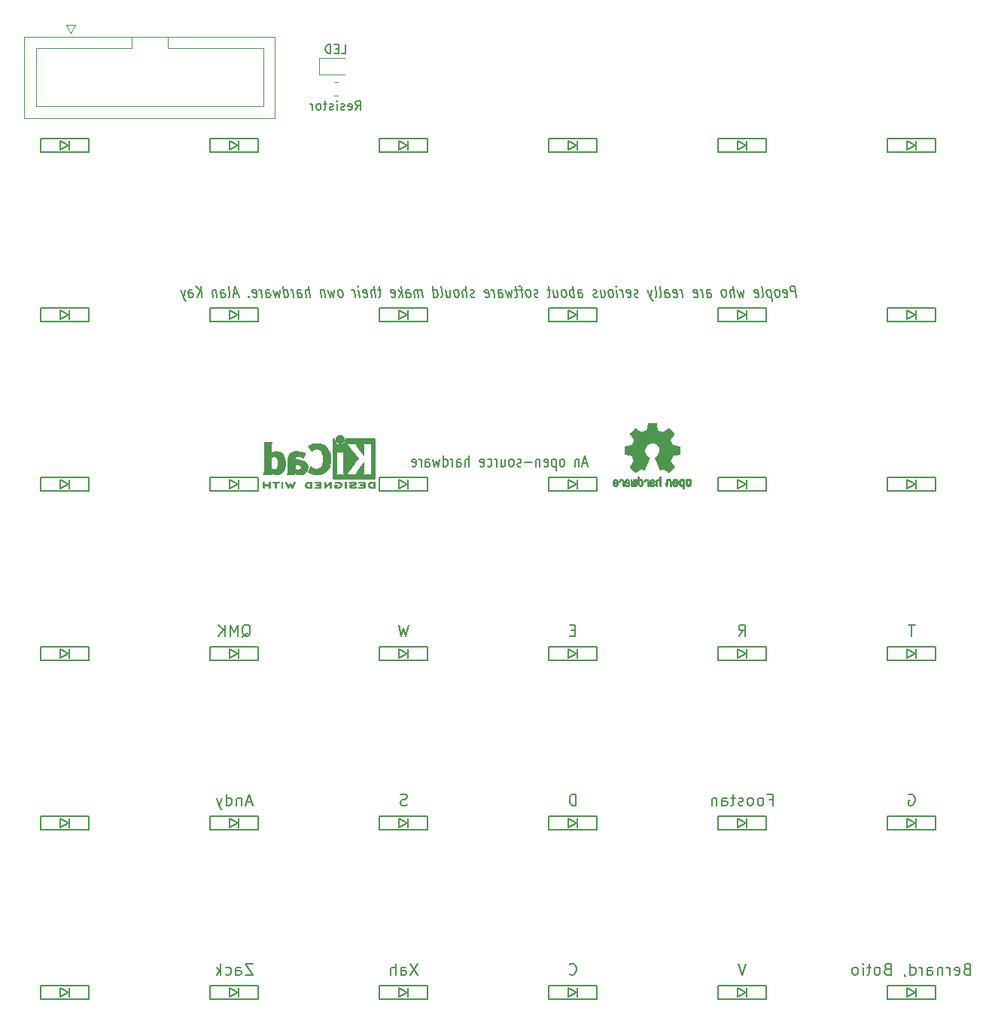
<source format=gbo>
%TF.GenerationSoftware,KiCad,Pcbnew,(5.1.12-1-10_14)*%
%TF.CreationDate,2021-11-22T22:32:19+08:00*%
%TF.ProjectId,Pragmatic,50726167-6d61-4746-9963-2e6b69636164,0.2.1*%
%TF.SameCoordinates,Original*%
%TF.FileFunction,Legend,Bot*%
%TF.FilePolarity,Positive*%
%FSLAX46Y46*%
G04 Gerber Fmt 4.6, Leading zero omitted, Abs format (unit mm)*
G04 Created by KiCad (PCBNEW (5.1.12-1-10_14)) date 2021-11-22 22:32:19*
%MOMM*%
%LPD*%
G01*
G04 APERTURE LIST*
%ADD10C,0.152400*%
%ADD11C,0.203200*%
%ADD12C,0.010000*%
%ADD13C,0.120000*%
%ADD14C,0.150000*%
%ADD15C,0.304800*%
%ADD16C,0.381000*%
%ADD17C,3.200000*%
%ADD18C,2.400000*%
%ADD19O,2.200000X1.600000*%
%ADD20C,4.900000*%
%ADD21C,1.800000*%
%ADD22O,2.200000X1.500000*%
%ADD23C,1.700000*%
%ADD24O,1.700000X1.700000*%
%ADD25R,1.700000X1.700000*%
%ADD26R,1.400000X1.000000*%
G04 APERTURE END LIST*
D10*
X139442885Y-65979523D02*
X139284135Y-64709523D01*
X138897087Y-64709523D01*
X138807885Y-64770000D01*
X138767064Y-64830476D01*
X138733802Y-64951428D01*
X138756480Y-65132857D01*
X138819980Y-65253809D01*
X138875921Y-65314285D01*
X138980242Y-65374761D01*
X139367290Y-65374761D01*
X138032278Y-65919047D02*
X138136599Y-65979523D01*
X138330123Y-65979523D01*
X138419325Y-65919047D01*
X138452587Y-65798095D01*
X138392111Y-65314285D01*
X138328611Y-65193333D01*
X138224290Y-65132857D01*
X138030766Y-65132857D01*
X137941564Y-65193333D01*
X137908302Y-65314285D01*
X137923421Y-65435238D01*
X138422349Y-65556190D01*
X137410885Y-65979523D02*
X137500087Y-65919047D01*
X137540909Y-65858571D01*
X137574171Y-65737619D01*
X137528814Y-65374761D01*
X137465314Y-65253809D01*
X137409373Y-65193333D01*
X137305052Y-65132857D01*
X137159909Y-65132857D01*
X137070706Y-65193333D01*
X137029885Y-65253809D01*
X136996623Y-65374761D01*
X137041980Y-65737619D01*
X137105480Y-65858571D01*
X137161421Y-65919047D01*
X137265742Y-65979523D01*
X137410885Y-65979523D01*
X136530956Y-65132857D02*
X136689706Y-66402857D01*
X136538516Y-65193333D02*
X136434195Y-65132857D01*
X136240671Y-65132857D01*
X136151468Y-65193333D01*
X136110647Y-65253809D01*
X136077385Y-65374761D01*
X136122742Y-65737619D01*
X136186242Y-65858571D01*
X136242183Y-65919047D01*
X136346504Y-65979523D01*
X136540028Y-65979523D01*
X136629230Y-65919047D01*
X135572409Y-65979523D02*
X135661611Y-65919047D01*
X135694873Y-65798095D01*
X135558802Y-64709523D01*
X134790754Y-65919047D02*
X134895075Y-65979523D01*
X135088599Y-65979523D01*
X135177802Y-65919047D01*
X135211064Y-65798095D01*
X135150587Y-65314285D01*
X135087087Y-65193333D01*
X134982766Y-65132857D01*
X134789242Y-65132857D01*
X134700040Y-65193333D01*
X134666778Y-65314285D01*
X134681897Y-65435238D01*
X135180825Y-65556190D01*
X133531337Y-65132857D02*
X133443647Y-65979523D01*
X133174528Y-65374761D01*
X133056599Y-65979523D01*
X132757242Y-65132857D01*
X132476028Y-65979523D02*
X132317278Y-64709523D01*
X132040599Y-65979523D02*
X131957444Y-65314285D01*
X131990706Y-65193333D01*
X132079909Y-65132857D01*
X132225052Y-65132857D01*
X132329373Y-65193333D01*
X132385314Y-65253809D01*
X131411647Y-65979523D02*
X131500849Y-65919047D01*
X131541671Y-65858571D01*
X131574933Y-65737619D01*
X131529575Y-65374761D01*
X131466075Y-65253809D01*
X131410135Y-65193333D01*
X131305814Y-65132857D01*
X131160671Y-65132857D01*
X131071468Y-65193333D01*
X131030647Y-65253809D01*
X130997385Y-65374761D01*
X131042742Y-65737619D01*
X131106242Y-65858571D01*
X131162183Y-65919047D01*
X131266504Y-65979523D01*
X131411647Y-65979523D01*
X129428028Y-65979523D02*
X129344873Y-65314285D01*
X129378135Y-65193333D01*
X129467337Y-65132857D01*
X129660861Y-65132857D01*
X129765183Y-65193333D01*
X129420468Y-65919047D02*
X129524790Y-65979523D01*
X129766694Y-65979523D01*
X129855897Y-65919047D01*
X129889159Y-65798095D01*
X129874040Y-65677142D01*
X129810540Y-65556190D01*
X129706218Y-65495714D01*
X129464314Y-65495714D01*
X129359992Y-65435238D01*
X128944218Y-65979523D02*
X128838385Y-65132857D01*
X128868623Y-65374761D02*
X128805123Y-65253809D01*
X128749183Y-65193333D01*
X128644861Y-65132857D01*
X128548099Y-65132857D01*
X127920659Y-65919047D02*
X128024980Y-65979523D01*
X128218504Y-65979523D01*
X128307706Y-65919047D01*
X128340968Y-65798095D01*
X128280492Y-65314285D01*
X128216992Y-65193333D01*
X128112671Y-65132857D01*
X127919147Y-65132857D01*
X127829944Y-65193333D01*
X127796683Y-65314285D01*
X127811802Y-65435238D01*
X128310730Y-65556190D01*
X126670314Y-65979523D02*
X126564480Y-65132857D01*
X126594718Y-65374761D02*
X126531218Y-65253809D01*
X126475278Y-65193333D01*
X126370956Y-65132857D01*
X126274194Y-65132857D01*
X125646754Y-65919047D02*
X125751075Y-65979523D01*
X125944599Y-65979523D01*
X126033802Y-65919047D01*
X126067064Y-65798095D01*
X126006587Y-65314285D01*
X125943087Y-65193333D01*
X125838766Y-65132857D01*
X125645242Y-65132857D01*
X125556040Y-65193333D01*
X125522778Y-65314285D01*
X125537897Y-65435238D01*
X126036825Y-65556190D01*
X124735075Y-65979523D02*
X124651921Y-65314285D01*
X124685183Y-65193333D01*
X124774385Y-65132857D01*
X124967909Y-65132857D01*
X125072230Y-65193333D01*
X124727516Y-65919047D02*
X124831837Y-65979523D01*
X125073742Y-65979523D01*
X125162944Y-65919047D01*
X125196206Y-65798095D01*
X125181087Y-65677142D01*
X125117587Y-65556190D01*
X125013266Y-65495714D01*
X124771361Y-65495714D01*
X124667040Y-65435238D01*
X124106123Y-65979523D02*
X124195325Y-65919047D01*
X124228587Y-65798095D01*
X124092516Y-64709523D01*
X123573933Y-65979523D02*
X123663135Y-65919047D01*
X123696397Y-65798095D01*
X123560325Y-64709523D01*
X123177814Y-65132857D02*
X123041742Y-65979523D01*
X122694004Y-65132857D02*
X123041742Y-65979523D01*
X123176302Y-66281904D01*
X123232242Y-66342380D01*
X123336564Y-66402857D01*
X121679516Y-65919047D02*
X121590314Y-65979523D01*
X121396790Y-65979523D01*
X121292468Y-65919047D01*
X121228968Y-65798095D01*
X121221409Y-65737619D01*
X121254671Y-65616666D01*
X121343873Y-65556190D01*
X121489016Y-65556190D01*
X121578218Y-65495714D01*
X121611480Y-65374761D01*
X121603921Y-65314285D01*
X121540421Y-65193333D01*
X121436099Y-65132857D01*
X121290956Y-65132857D01*
X121201754Y-65193333D01*
X120421611Y-65919047D02*
X120525933Y-65979523D01*
X120719456Y-65979523D01*
X120808659Y-65919047D01*
X120841921Y-65798095D01*
X120781444Y-65314285D01*
X120717944Y-65193333D01*
X120613623Y-65132857D01*
X120420099Y-65132857D01*
X120330897Y-65193333D01*
X120297635Y-65314285D01*
X120312754Y-65435238D01*
X120811683Y-65556190D01*
X119945361Y-65979523D02*
X119839528Y-65132857D01*
X119869766Y-65374761D02*
X119806266Y-65253809D01*
X119750325Y-65193333D01*
X119646004Y-65132857D01*
X119549242Y-65132857D01*
X119316409Y-65979523D02*
X119210575Y-65132857D01*
X119157659Y-64709523D02*
X119213599Y-64770000D01*
X119172778Y-64830476D01*
X119116837Y-64770000D01*
X119157659Y-64709523D01*
X119172778Y-64830476D01*
X118687456Y-65979523D02*
X118776659Y-65919047D01*
X118817480Y-65858571D01*
X118850742Y-65737619D01*
X118805385Y-65374761D01*
X118741885Y-65253809D01*
X118685944Y-65193333D01*
X118581623Y-65132857D01*
X118436480Y-65132857D01*
X118347278Y-65193333D01*
X118306456Y-65253809D01*
X118273194Y-65374761D01*
X118318552Y-65737619D01*
X118382052Y-65858571D01*
X118437992Y-65919047D01*
X118542314Y-65979523D01*
X118687456Y-65979523D01*
X117372099Y-65132857D02*
X117477933Y-65979523D01*
X117807528Y-65132857D02*
X117890683Y-65798095D01*
X117857421Y-65919047D01*
X117768218Y-65979523D01*
X117623075Y-65979523D01*
X117518754Y-65919047D01*
X117462814Y-65858571D01*
X117034944Y-65919047D02*
X116945742Y-65979523D01*
X116752218Y-65979523D01*
X116647897Y-65919047D01*
X116584397Y-65798095D01*
X116576837Y-65737619D01*
X116610099Y-65616666D01*
X116699302Y-65556190D01*
X116844444Y-65556190D01*
X116933647Y-65495714D01*
X116966909Y-65374761D01*
X116959349Y-65314285D01*
X116895849Y-65193333D01*
X116791528Y-65132857D01*
X116646385Y-65132857D01*
X116557183Y-65193333D01*
X114962123Y-65979523D02*
X114878968Y-65314285D01*
X114912230Y-65193333D01*
X115001433Y-65132857D01*
X115194956Y-65132857D01*
X115299278Y-65193333D01*
X114954564Y-65919047D02*
X115058885Y-65979523D01*
X115300790Y-65979523D01*
X115389992Y-65919047D01*
X115423254Y-65798095D01*
X115408135Y-65677142D01*
X115344635Y-65556190D01*
X115240314Y-65495714D01*
X114998409Y-65495714D01*
X114894087Y-65435238D01*
X114478314Y-65979523D02*
X114319564Y-64709523D01*
X114380040Y-65193333D02*
X114275718Y-65132857D01*
X114082194Y-65132857D01*
X113992992Y-65193333D01*
X113952171Y-65253809D01*
X113918909Y-65374761D01*
X113964266Y-65737619D01*
X114027766Y-65858571D01*
X114083706Y-65919047D01*
X114188028Y-65979523D01*
X114381552Y-65979523D01*
X114470754Y-65919047D01*
X113413933Y-65979523D02*
X113503135Y-65919047D01*
X113543956Y-65858571D01*
X113577218Y-65737619D01*
X113531861Y-65374761D01*
X113468361Y-65253809D01*
X113412421Y-65193333D01*
X113308099Y-65132857D01*
X113162956Y-65132857D01*
X113073754Y-65193333D01*
X113032933Y-65253809D01*
X112999671Y-65374761D01*
X113045028Y-65737619D01*
X113108528Y-65858571D01*
X113164468Y-65919047D01*
X113268790Y-65979523D01*
X113413933Y-65979523D01*
X112098575Y-65132857D02*
X112204409Y-65979523D01*
X112534004Y-65132857D02*
X112617159Y-65798095D01*
X112583897Y-65919047D01*
X112494694Y-65979523D01*
X112349552Y-65979523D01*
X112245230Y-65919047D01*
X112189290Y-65858571D01*
X111759909Y-65132857D02*
X111372861Y-65132857D01*
X111561849Y-64709523D02*
X111697921Y-65798095D01*
X111664659Y-65919047D01*
X111575456Y-65979523D01*
X111478694Y-65979523D01*
X110406754Y-65919047D02*
X110317552Y-65979523D01*
X110124028Y-65979523D01*
X110019706Y-65919047D01*
X109956206Y-65798095D01*
X109948647Y-65737619D01*
X109981909Y-65616666D01*
X110071111Y-65556190D01*
X110216254Y-65556190D01*
X110305456Y-65495714D01*
X110338718Y-65374761D01*
X110331159Y-65314285D01*
X110267659Y-65193333D01*
X110163337Y-65132857D01*
X110018194Y-65132857D01*
X109928992Y-65193333D01*
X109398314Y-65979523D02*
X109487516Y-65919047D01*
X109528337Y-65858571D01*
X109561599Y-65737619D01*
X109516242Y-65374761D01*
X109452742Y-65253809D01*
X109396802Y-65193333D01*
X109292480Y-65132857D01*
X109147337Y-65132857D01*
X109058135Y-65193333D01*
X109017314Y-65253809D01*
X108984052Y-65374761D01*
X109029409Y-65737619D01*
X109092909Y-65858571D01*
X109148849Y-65919047D01*
X109253171Y-65979523D01*
X109398314Y-65979523D01*
X108663528Y-65132857D02*
X108276480Y-65132857D01*
X108624218Y-65979523D02*
X108488147Y-64890952D01*
X108424647Y-64770000D01*
X108320325Y-64709523D01*
X108223564Y-64709523D01*
X108082956Y-65132857D02*
X107695909Y-65132857D01*
X107884897Y-64709523D02*
X108020968Y-65798095D01*
X107987706Y-65919047D01*
X107898504Y-65979523D01*
X107801742Y-65979523D01*
X107454004Y-65132857D02*
X107366314Y-65979523D01*
X107097194Y-65374761D01*
X106979266Y-65979523D01*
X106679909Y-65132857D01*
X105963266Y-65979523D02*
X105880111Y-65314285D01*
X105913373Y-65193333D01*
X106002575Y-65132857D01*
X106196099Y-65132857D01*
X106300421Y-65193333D01*
X105955706Y-65919047D02*
X106060028Y-65979523D01*
X106301933Y-65979523D01*
X106391135Y-65919047D01*
X106424397Y-65798095D01*
X106409278Y-65677142D01*
X106345778Y-65556190D01*
X106241456Y-65495714D01*
X105999552Y-65495714D01*
X105895230Y-65435238D01*
X105479456Y-65979523D02*
X105373623Y-65132857D01*
X105403861Y-65374761D02*
X105340361Y-65253809D01*
X105284421Y-65193333D01*
X105180099Y-65132857D01*
X105083337Y-65132857D01*
X104455897Y-65919047D02*
X104560218Y-65979523D01*
X104753742Y-65979523D01*
X104842944Y-65919047D01*
X104876206Y-65798095D01*
X104815730Y-65314285D01*
X104752230Y-65193333D01*
X104647909Y-65132857D01*
X104454385Y-65132857D01*
X104365183Y-65193333D01*
X104331921Y-65314285D01*
X104347040Y-65435238D01*
X104845968Y-65556190D01*
X103246373Y-65919047D02*
X103157171Y-65979523D01*
X102963647Y-65979523D01*
X102859325Y-65919047D01*
X102795825Y-65798095D01*
X102788266Y-65737619D01*
X102821528Y-65616666D01*
X102910730Y-65556190D01*
X103055873Y-65556190D01*
X103145075Y-65495714D01*
X103178337Y-65374761D01*
X103170778Y-65314285D01*
X103107278Y-65193333D01*
X103002956Y-65132857D01*
X102857814Y-65132857D01*
X102768611Y-65193333D01*
X102383075Y-65979523D02*
X102224325Y-64709523D01*
X101947647Y-65979523D02*
X101864492Y-65314285D01*
X101897754Y-65193333D01*
X101986956Y-65132857D01*
X102132099Y-65132857D01*
X102236421Y-65193333D01*
X102292361Y-65253809D01*
X101318694Y-65979523D02*
X101407897Y-65919047D01*
X101448718Y-65858571D01*
X101481980Y-65737619D01*
X101436623Y-65374761D01*
X101373123Y-65253809D01*
X101317183Y-65193333D01*
X101212861Y-65132857D01*
X101067718Y-65132857D01*
X100978516Y-65193333D01*
X100937694Y-65253809D01*
X100904433Y-65374761D01*
X100949790Y-65737619D01*
X101013290Y-65858571D01*
X101069230Y-65919047D01*
X101173552Y-65979523D01*
X101318694Y-65979523D01*
X100003337Y-65132857D02*
X100109171Y-65979523D01*
X100438766Y-65132857D02*
X100521921Y-65798095D01*
X100488659Y-65919047D01*
X100399456Y-65979523D01*
X100254314Y-65979523D01*
X100149992Y-65919047D01*
X100094052Y-65858571D01*
X99480218Y-65979523D02*
X99569421Y-65919047D01*
X99602683Y-65798095D01*
X99466611Y-64709523D01*
X98657742Y-65979523D02*
X98498992Y-64709523D01*
X98650183Y-65919047D02*
X98754504Y-65979523D01*
X98948028Y-65979523D01*
X99037230Y-65919047D01*
X99078052Y-65858571D01*
X99111314Y-65737619D01*
X99065956Y-65374761D01*
X99002456Y-65253809D01*
X98946516Y-65193333D01*
X98842194Y-65132857D01*
X98648671Y-65132857D01*
X98559468Y-65193333D01*
X97399837Y-65979523D02*
X97294004Y-65132857D01*
X97309123Y-65253809D02*
X97253183Y-65193333D01*
X97148861Y-65132857D01*
X97003718Y-65132857D01*
X96914516Y-65193333D01*
X96881254Y-65314285D01*
X96964409Y-65979523D01*
X96881254Y-65314285D02*
X96817754Y-65193333D01*
X96713433Y-65132857D01*
X96568290Y-65132857D01*
X96479087Y-65193333D01*
X96445825Y-65314285D01*
X96528980Y-65979523D01*
X95609742Y-65979523D02*
X95526587Y-65314285D01*
X95559849Y-65193333D01*
X95649052Y-65132857D01*
X95842575Y-65132857D01*
X95946897Y-65193333D01*
X95602183Y-65919047D02*
X95706504Y-65979523D01*
X95948409Y-65979523D01*
X96037611Y-65919047D01*
X96070873Y-65798095D01*
X96055754Y-65677142D01*
X95992254Y-65556190D01*
X95887933Y-65495714D01*
X95646028Y-65495714D01*
X95541706Y-65435238D01*
X95125933Y-65979523D02*
X94967183Y-64709523D01*
X94968694Y-65495714D02*
X94738885Y-65979523D01*
X94633052Y-65132857D02*
X95080575Y-65616666D01*
X93908849Y-65919047D02*
X94013171Y-65979523D01*
X94206694Y-65979523D01*
X94295897Y-65919047D01*
X94329159Y-65798095D01*
X94268683Y-65314285D01*
X94205183Y-65193333D01*
X94100861Y-65132857D01*
X93907337Y-65132857D01*
X93818135Y-65193333D01*
X93784873Y-65314285D01*
X93799992Y-65435238D01*
X94298921Y-65556190D01*
X92697814Y-65132857D02*
X92310766Y-65132857D01*
X92499754Y-64709523D02*
X92635825Y-65798095D01*
X92602564Y-65919047D01*
X92513361Y-65979523D01*
X92416599Y-65979523D01*
X92077933Y-65979523D02*
X91919183Y-64709523D01*
X91642504Y-65979523D02*
X91559349Y-65314285D01*
X91592611Y-65193333D01*
X91681814Y-65132857D01*
X91826956Y-65132857D01*
X91931278Y-65193333D01*
X91987218Y-65253809D01*
X90764087Y-65919047D02*
X90868409Y-65979523D01*
X91061933Y-65979523D01*
X91151135Y-65919047D01*
X91184397Y-65798095D01*
X91123921Y-65314285D01*
X91060421Y-65193333D01*
X90956099Y-65132857D01*
X90762575Y-65132857D01*
X90673373Y-65193333D01*
X90640111Y-65314285D01*
X90655230Y-65435238D01*
X91154159Y-65556190D01*
X90287837Y-65979523D02*
X90182004Y-65132857D01*
X90129087Y-64709523D02*
X90185028Y-64770000D01*
X90144206Y-64830476D01*
X90088266Y-64770000D01*
X90129087Y-64709523D01*
X90144206Y-64830476D01*
X89804028Y-65979523D02*
X89698194Y-65132857D01*
X89728433Y-65374761D02*
X89664933Y-65253809D01*
X89608992Y-65193333D01*
X89504671Y-65132857D01*
X89407909Y-65132857D01*
X88255837Y-65979523D02*
X88345040Y-65919047D01*
X88385861Y-65858571D01*
X88419123Y-65737619D01*
X88373766Y-65374761D01*
X88310266Y-65253809D01*
X88254325Y-65193333D01*
X88150004Y-65132857D01*
X88004861Y-65132857D01*
X87915659Y-65193333D01*
X87874837Y-65253809D01*
X87841575Y-65374761D01*
X87886933Y-65737619D01*
X87950433Y-65858571D01*
X88006373Y-65919047D01*
X88110694Y-65979523D01*
X88255837Y-65979523D01*
X87472671Y-65132857D02*
X87384980Y-65979523D01*
X87115861Y-65374761D01*
X86997933Y-65979523D01*
X86698575Y-65132857D01*
X86311528Y-65132857D02*
X86417361Y-65979523D01*
X86326647Y-65253809D02*
X86270706Y-65193333D01*
X86166385Y-65132857D01*
X86021242Y-65132857D01*
X85932040Y-65193333D01*
X85898778Y-65314285D01*
X85981933Y-65979523D01*
X84724028Y-65979523D02*
X84565278Y-64709523D01*
X84288599Y-65979523D02*
X84205444Y-65314285D01*
X84238706Y-65193333D01*
X84327909Y-65132857D01*
X84473052Y-65132857D01*
X84577373Y-65193333D01*
X84633314Y-65253809D01*
X83369361Y-65979523D02*
X83286206Y-65314285D01*
X83319468Y-65193333D01*
X83408671Y-65132857D01*
X83602194Y-65132857D01*
X83706516Y-65193333D01*
X83361802Y-65919047D02*
X83466123Y-65979523D01*
X83708028Y-65979523D01*
X83797230Y-65919047D01*
X83830492Y-65798095D01*
X83815373Y-65677142D01*
X83751873Y-65556190D01*
X83647552Y-65495714D01*
X83405647Y-65495714D01*
X83301325Y-65435238D01*
X82885552Y-65979523D02*
X82779718Y-65132857D01*
X82809956Y-65374761D02*
X82746456Y-65253809D01*
X82690516Y-65193333D01*
X82586194Y-65132857D01*
X82489433Y-65132857D01*
X81821171Y-65979523D02*
X81662421Y-64709523D01*
X81813611Y-65919047D02*
X81917933Y-65979523D01*
X82111456Y-65979523D01*
X82200659Y-65919047D01*
X82241480Y-65858571D01*
X82274742Y-65737619D01*
X82229385Y-65374761D01*
X82165885Y-65253809D01*
X82109944Y-65193333D01*
X82005623Y-65132857D01*
X81812099Y-65132857D01*
X81722897Y-65193333D01*
X81328290Y-65132857D02*
X81240599Y-65979523D01*
X80971480Y-65374761D01*
X80853552Y-65979523D01*
X80554194Y-65132857D01*
X79837552Y-65979523D02*
X79754397Y-65314285D01*
X79787659Y-65193333D01*
X79876861Y-65132857D01*
X80070385Y-65132857D01*
X80174706Y-65193333D01*
X79829992Y-65919047D02*
X79934314Y-65979523D01*
X80176218Y-65979523D01*
X80265421Y-65919047D01*
X80298683Y-65798095D01*
X80283564Y-65677142D01*
X80220064Y-65556190D01*
X80115742Y-65495714D01*
X79873837Y-65495714D01*
X79769516Y-65435238D01*
X79353742Y-65979523D02*
X79247909Y-65132857D01*
X79278147Y-65374761D02*
X79214647Y-65253809D01*
X79158706Y-65193333D01*
X79054385Y-65132857D01*
X78957623Y-65132857D01*
X78330183Y-65919047D02*
X78434504Y-65979523D01*
X78628028Y-65979523D01*
X78717230Y-65919047D01*
X78750492Y-65798095D01*
X78690016Y-65314285D01*
X78626516Y-65193333D01*
X78522194Y-65132857D01*
X78328671Y-65132857D01*
X78239468Y-65193333D01*
X78206206Y-65314285D01*
X78221325Y-65435238D01*
X78720254Y-65556190D01*
X77838814Y-65858571D02*
X77797992Y-65919047D01*
X77853933Y-65979523D01*
X77894754Y-65919047D01*
X77838814Y-65858571D01*
X77853933Y-65979523D01*
X76599052Y-65616666D02*
X76115242Y-65616666D01*
X76741171Y-65979523D02*
X76243754Y-64709523D01*
X76063837Y-65979523D01*
X75580028Y-65979523D02*
X75669230Y-65919047D01*
X75702492Y-65798095D01*
X75566421Y-64709523D01*
X74757552Y-65979523D02*
X74674397Y-65314285D01*
X74707659Y-65193333D01*
X74796861Y-65132857D01*
X74990385Y-65132857D01*
X75094706Y-65193333D01*
X74749992Y-65919047D02*
X74854314Y-65979523D01*
X75096218Y-65979523D01*
X75185421Y-65919047D01*
X75218683Y-65798095D01*
X75203564Y-65677142D01*
X75140064Y-65556190D01*
X75035742Y-65495714D01*
X74793837Y-65495714D01*
X74689516Y-65435238D01*
X74167909Y-65132857D02*
X74273742Y-65979523D01*
X74183028Y-65253809D02*
X74127087Y-65193333D01*
X74022766Y-65132857D01*
X73877623Y-65132857D01*
X73788421Y-65193333D01*
X73755159Y-65314285D01*
X73838314Y-65979523D01*
X72580409Y-65979523D02*
X72421659Y-64709523D01*
X71999837Y-65979523D02*
X72344552Y-65253809D01*
X71841087Y-64709523D02*
X72512373Y-65435238D01*
X71128980Y-65979523D02*
X71045825Y-65314285D01*
X71079087Y-65193333D01*
X71168290Y-65132857D01*
X71361814Y-65132857D01*
X71466135Y-65193333D01*
X71121421Y-65919047D02*
X71225742Y-65979523D01*
X71467647Y-65979523D01*
X71556849Y-65919047D01*
X71590111Y-65798095D01*
X71574992Y-65677142D01*
X71511492Y-65556190D01*
X71407171Y-65495714D01*
X71165266Y-65495714D01*
X71060944Y-65435238D01*
X70636099Y-65132857D02*
X70500028Y-65979523D01*
X70152290Y-65132857D02*
X70500028Y-65979523D01*
X70634587Y-66281904D01*
X70690528Y-66342380D01*
X70794849Y-66402857D01*
X115914714Y-84666666D02*
X115430904Y-84666666D01*
X116011476Y-85029523D02*
X115672809Y-83759523D01*
X115334142Y-85029523D01*
X114995476Y-84182857D02*
X114995476Y-85029523D01*
X114995476Y-84303809D02*
X114947095Y-84243333D01*
X114850333Y-84182857D01*
X114705190Y-84182857D01*
X114608428Y-84243333D01*
X114560047Y-84364285D01*
X114560047Y-85029523D01*
X113157000Y-85029523D02*
X113253761Y-84969047D01*
X113302142Y-84908571D01*
X113350523Y-84787619D01*
X113350523Y-84424761D01*
X113302142Y-84303809D01*
X113253761Y-84243333D01*
X113157000Y-84182857D01*
X113011857Y-84182857D01*
X112915095Y-84243333D01*
X112866714Y-84303809D01*
X112818333Y-84424761D01*
X112818333Y-84787619D01*
X112866714Y-84908571D01*
X112915095Y-84969047D01*
X113011857Y-85029523D01*
X113157000Y-85029523D01*
X112382904Y-84182857D02*
X112382904Y-85452857D01*
X112382904Y-84243333D02*
X112286142Y-84182857D01*
X112092619Y-84182857D01*
X111995857Y-84243333D01*
X111947476Y-84303809D01*
X111899095Y-84424761D01*
X111899095Y-84787619D01*
X111947476Y-84908571D01*
X111995857Y-84969047D01*
X112092619Y-85029523D01*
X112286142Y-85029523D01*
X112382904Y-84969047D01*
X111076619Y-84969047D02*
X111173380Y-85029523D01*
X111366904Y-85029523D01*
X111463666Y-84969047D01*
X111512047Y-84848095D01*
X111512047Y-84364285D01*
X111463666Y-84243333D01*
X111366904Y-84182857D01*
X111173380Y-84182857D01*
X111076619Y-84243333D01*
X111028238Y-84364285D01*
X111028238Y-84485238D01*
X111512047Y-84606190D01*
X110592809Y-84182857D02*
X110592809Y-85029523D01*
X110592809Y-84303809D02*
X110544428Y-84243333D01*
X110447666Y-84182857D01*
X110302523Y-84182857D01*
X110205761Y-84243333D01*
X110157380Y-84364285D01*
X110157380Y-85029523D01*
X109673571Y-84545714D02*
X108899476Y-84545714D01*
X108464047Y-84969047D02*
X108367285Y-85029523D01*
X108173761Y-85029523D01*
X108077000Y-84969047D01*
X108028619Y-84848095D01*
X108028619Y-84787619D01*
X108077000Y-84666666D01*
X108173761Y-84606190D01*
X108318904Y-84606190D01*
X108415666Y-84545714D01*
X108464047Y-84424761D01*
X108464047Y-84364285D01*
X108415666Y-84243333D01*
X108318904Y-84182857D01*
X108173761Y-84182857D01*
X108077000Y-84243333D01*
X107448047Y-85029523D02*
X107544809Y-84969047D01*
X107593190Y-84908571D01*
X107641571Y-84787619D01*
X107641571Y-84424761D01*
X107593190Y-84303809D01*
X107544809Y-84243333D01*
X107448047Y-84182857D01*
X107302904Y-84182857D01*
X107206142Y-84243333D01*
X107157761Y-84303809D01*
X107109380Y-84424761D01*
X107109380Y-84787619D01*
X107157761Y-84908571D01*
X107206142Y-84969047D01*
X107302904Y-85029523D01*
X107448047Y-85029523D01*
X106238523Y-84182857D02*
X106238523Y-85029523D01*
X106673952Y-84182857D02*
X106673952Y-84848095D01*
X106625571Y-84969047D01*
X106528809Y-85029523D01*
X106383666Y-85029523D01*
X106286904Y-84969047D01*
X106238523Y-84908571D01*
X105754714Y-85029523D02*
X105754714Y-84182857D01*
X105754714Y-84424761D02*
X105706333Y-84303809D01*
X105657952Y-84243333D01*
X105561190Y-84182857D01*
X105464428Y-84182857D01*
X104690333Y-84969047D02*
X104787095Y-85029523D01*
X104980619Y-85029523D01*
X105077380Y-84969047D01*
X105125761Y-84908571D01*
X105174142Y-84787619D01*
X105174142Y-84424761D01*
X105125761Y-84303809D01*
X105077380Y-84243333D01*
X104980619Y-84182857D01*
X104787095Y-84182857D01*
X104690333Y-84243333D01*
X103867857Y-84969047D02*
X103964619Y-85029523D01*
X104158142Y-85029523D01*
X104254904Y-84969047D01*
X104303285Y-84848095D01*
X104303285Y-84364285D01*
X104254904Y-84243333D01*
X104158142Y-84182857D01*
X103964619Y-84182857D01*
X103867857Y-84243333D01*
X103819476Y-84364285D01*
X103819476Y-84485238D01*
X104303285Y-84606190D01*
X102609952Y-85029523D02*
X102609952Y-83759523D01*
X102174523Y-85029523D02*
X102174523Y-84364285D01*
X102222904Y-84243333D01*
X102319666Y-84182857D01*
X102464809Y-84182857D01*
X102561571Y-84243333D01*
X102609952Y-84303809D01*
X101255285Y-85029523D02*
X101255285Y-84364285D01*
X101303666Y-84243333D01*
X101400428Y-84182857D01*
X101593952Y-84182857D01*
X101690714Y-84243333D01*
X101255285Y-84969047D02*
X101352047Y-85029523D01*
X101593952Y-85029523D01*
X101690714Y-84969047D01*
X101739095Y-84848095D01*
X101739095Y-84727142D01*
X101690714Y-84606190D01*
X101593952Y-84545714D01*
X101352047Y-84545714D01*
X101255285Y-84485238D01*
X100771476Y-85029523D02*
X100771476Y-84182857D01*
X100771476Y-84424761D02*
X100723095Y-84303809D01*
X100674714Y-84243333D01*
X100577952Y-84182857D01*
X100481190Y-84182857D01*
X99707095Y-85029523D02*
X99707095Y-83759523D01*
X99707095Y-84969047D02*
X99803857Y-85029523D01*
X99997380Y-85029523D01*
X100094142Y-84969047D01*
X100142523Y-84908571D01*
X100190904Y-84787619D01*
X100190904Y-84424761D01*
X100142523Y-84303809D01*
X100094142Y-84243333D01*
X99997380Y-84182857D01*
X99803857Y-84182857D01*
X99707095Y-84243333D01*
X99320047Y-84182857D02*
X99126523Y-85029523D01*
X98933000Y-84424761D01*
X98739476Y-85029523D01*
X98545952Y-84182857D01*
X97723476Y-85029523D02*
X97723476Y-84364285D01*
X97771857Y-84243333D01*
X97868619Y-84182857D01*
X98062142Y-84182857D01*
X98158904Y-84243333D01*
X97723476Y-84969047D02*
X97820238Y-85029523D01*
X98062142Y-85029523D01*
X98158904Y-84969047D01*
X98207285Y-84848095D01*
X98207285Y-84727142D01*
X98158904Y-84606190D01*
X98062142Y-84545714D01*
X97820238Y-84545714D01*
X97723476Y-84485238D01*
X97239666Y-85029523D02*
X97239666Y-84182857D01*
X97239666Y-84424761D02*
X97191285Y-84303809D01*
X97142904Y-84243333D01*
X97046142Y-84182857D01*
X96949380Y-84182857D01*
X96223666Y-84969047D02*
X96320428Y-85029523D01*
X96513952Y-85029523D01*
X96610714Y-84969047D01*
X96659095Y-84848095D01*
X96659095Y-84364285D01*
X96610714Y-84243333D01*
X96513952Y-84182857D01*
X96320428Y-84182857D01*
X96223666Y-84243333D01*
X96175285Y-84364285D01*
X96175285Y-84485238D01*
X96659095Y-84606190D01*
D11*
X158598809Y-141514285D02*
X158417380Y-141574761D01*
X158356904Y-141635238D01*
X158296428Y-141756190D01*
X158296428Y-141937619D01*
X158356904Y-142058571D01*
X158417380Y-142119047D01*
X158538333Y-142179523D01*
X159022142Y-142179523D01*
X159022142Y-140909523D01*
X158598809Y-140909523D01*
X158477857Y-140970000D01*
X158417380Y-141030476D01*
X158356904Y-141151428D01*
X158356904Y-141272380D01*
X158417380Y-141393333D01*
X158477857Y-141453809D01*
X158598809Y-141514285D01*
X159022142Y-141514285D01*
X157268333Y-142119047D02*
X157389285Y-142179523D01*
X157631190Y-142179523D01*
X157752142Y-142119047D01*
X157812619Y-141998095D01*
X157812619Y-141514285D01*
X157752142Y-141393333D01*
X157631190Y-141332857D01*
X157389285Y-141332857D01*
X157268333Y-141393333D01*
X157207857Y-141514285D01*
X157207857Y-141635238D01*
X157812619Y-141756190D01*
X156663571Y-142179523D02*
X156663571Y-141332857D01*
X156663571Y-141574761D02*
X156603095Y-141453809D01*
X156542619Y-141393333D01*
X156421666Y-141332857D01*
X156300714Y-141332857D01*
X155877380Y-141332857D02*
X155877380Y-142179523D01*
X155877380Y-141453809D02*
X155816904Y-141393333D01*
X155695952Y-141332857D01*
X155514523Y-141332857D01*
X155393571Y-141393333D01*
X155333095Y-141514285D01*
X155333095Y-142179523D01*
X154184047Y-142179523D02*
X154184047Y-141514285D01*
X154244523Y-141393333D01*
X154365476Y-141332857D01*
X154607380Y-141332857D01*
X154728333Y-141393333D01*
X154184047Y-142119047D02*
X154305000Y-142179523D01*
X154607380Y-142179523D01*
X154728333Y-142119047D01*
X154788809Y-141998095D01*
X154788809Y-141877142D01*
X154728333Y-141756190D01*
X154607380Y-141695714D01*
X154305000Y-141695714D01*
X154184047Y-141635238D01*
X153579285Y-142179523D02*
X153579285Y-141332857D01*
X153579285Y-141574761D02*
X153518809Y-141453809D01*
X153458333Y-141393333D01*
X153337380Y-141332857D01*
X153216428Y-141332857D01*
X152248809Y-142179523D02*
X152248809Y-140909523D01*
X152248809Y-142119047D02*
X152369761Y-142179523D01*
X152611666Y-142179523D01*
X152732619Y-142119047D01*
X152793095Y-142058571D01*
X152853571Y-141937619D01*
X152853571Y-141574761D01*
X152793095Y-141453809D01*
X152732619Y-141393333D01*
X152611666Y-141332857D01*
X152369761Y-141332857D01*
X152248809Y-141393333D01*
X151583571Y-142119047D02*
X151583571Y-142179523D01*
X151644047Y-142300476D01*
X151704523Y-142360952D01*
X149648333Y-141514285D02*
X149466904Y-141574761D01*
X149406428Y-141635238D01*
X149345952Y-141756190D01*
X149345952Y-141937619D01*
X149406428Y-142058571D01*
X149466904Y-142119047D01*
X149587857Y-142179523D01*
X150071666Y-142179523D01*
X150071666Y-140909523D01*
X149648333Y-140909523D01*
X149527380Y-140970000D01*
X149466904Y-141030476D01*
X149406428Y-141151428D01*
X149406428Y-141272380D01*
X149466904Y-141393333D01*
X149527380Y-141453809D01*
X149648333Y-141514285D01*
X150071666Y-141514285D01*
X148620238Y-142179523D02*
X148741190Y-142119047D01*
X148801666Y-142058571D01*
X148862142Y-141937619D01*
X148862142Y-141574761D01*
X148801666Y-141453809D01*
X148741190Y-141393333D01*
X148620238Y-141332857D01*
X148438809Y-141332857D01*
X148317857Y-141393333D01*
X148257380Y-141453809D01*
X148196904Y-141574761D01*
X148196904Y-141937619D01*
X148257380Y-142058571D01*
X148317857Y-142119047D01*
X148438809Y-142179523D01*
X148620238Y-142179523D01*
X147834047Y-141332857D02*
X147350238Y-141332857D01*
X147652619Y-140909523D02*
X147652619Y-141998095D01*
X147592142Y-142119047D01*
X147471190Y-142179523D01*
X147350238Y-142179523D01*
X146926904Y-142179523D02*
X146926904Y-141332857D01*
X146926904Y-140909523D02*
X146987380Y-140970000D01*
X146926904Y-141030476D01*
X146866428Y-140970000D01*
X146926904Y-140909523D01*
X146926904Y-141030476D01*
X146140714Y-142179523D02*
X146261666Y-142119047D01*
X146322142Y-142058571D01*
X146382619Y-141937619D01*
X146382619Y-141574761D01*
X146322142Y-141453809D01*
X146261666Y-141393333D01*
X146140714Y-141332857D01*
X145959285Y-141332857D01*
X145838333Y-141393333D01*
X145777857Y-141453809D01*
X145717380Y-141574761D01*
X145717380Y-141937619D01*
X145777857Y-142058571D01*
X145838333Y-142119047D01*
X145959285Y-142179523D01*
X146140714Y-142179523D01*
X133773333Y-140909523D02*
X133350000Y-142179523D01*
X132926666Y-140909523D01*
X113906904Y-142058571D02*
X113967380Y-142119047D01*
X114148809Y-142179523D01*
X114269761Y-142179523D01*
X114451190Y-142119047D01*
X114572142Y-141998095D01*
X114632619Y-141877142D01*
X114693095Y-141635238D01*
X114693095Y-141453809D01*
X114632619Y-141211904D01*
X114572142Y-141090952D01*
X114451190Y-140970000D01*
X114269761Y-140909523D01*
X114148809Y-140909523D01*
X113967380Y-140970000D01*
X113906904Y-141030476D01*
X96822380Y-140909523D02*
X95975714Y-142179523D01*
X95975714Y-140909523D02*
X96822380Y-142179523D01*
X94947619Y-142179523D02*
X94947619Y-141514285D01*
X95008095Y-141393333D01*
X95129047Y-141332857D01*
X95370952Y-141332857D01*
X95491904Y-141393333D01*
X94947619Y-142119047D02*
X95068571Y-142179523D01*
X95370952Y-142179523D01*
X95491904Y-142119047D01*
X95552380Y-141998095D01*
X95552380Y-141877142D01*
X95491904Y-141756190D01*
X95370952Y-141695714D01*
X95068571Y-141695714D01*
X94947619Y-141635238D01*
X94342857Y-142179523D02*
X94342857Y-140909523D01*
X93798571Y-142179523D02*
X93798571Y-141514285D01*
X93859047Y-141393333D01*
X93980000Y-141332857D01*
X94161428Y-141332857D01*
X94282380Y-141393333D01*
X94342857Y-141453809D01*
X78256190Y-140909523D02*
X77409523Y-140909523D01*
X78256190Y-142179523D01*
X77409523Y-142179523D01*
X76381428Y-142179523D02*
X76381428Y-141514285D01*
X76441904Y-141393333D01*
X76562857Y-141332857D01*
X76804761Y-141332857D01*
X76925714Y-141393333D01*
X76381428Y-142119047D02*
X76502380Y-142179523D01*
X76804761Y-142179523D01*
X76925714Y-142119047D01*
X76986190Y-141998095D01*
X76986190Y-141877142D01*
X76925714Y-141756190D01*
X76804761Y-141695714D01*
X76502380Y-141695714D01*
X76381428Y-141635238D01*
X75232380Y-142119047D02*
X75353333Y-142179523D01*
X75595238Y-142179523D01*
X75716190Y-142119047D01*
X75776666Y-142058571D01*
X75837142Y-141937619D01*
X75837142Y-141574761D01*
X75776666Y-141453809D01*
X75716190Y-141393333D01*
X75595238Y-141332857D01*
X75353333Y-141332857D01*
X75232380Y-141393333D01*
X74688095Y-142179523D02*
X74688095Y-140909523D01*
X74567142Y-141695714D02*
X74204285Y-142179523D01*
X74204285Y-141332857D02*
X74688095Y-141816666D01*
X152067380Y-121920000D02*
X152188333Y-121859523D01*
X152369761Y-121859523D01*
X152551190Y-121920000D01*
X152672142Y-122040952D01*
X152732619Y-122161904D01*
X152793095Y-122403809D01*
X152793095Y-122585238D01*
X152732619Y-122827142D01*
X152672142Y-122948095D01*
X152551190Y-123069047D01*
X152369761Y-123129523D01*
X152248809Y-123129523D01*
X152067380Y-123069047D01*
X152006904Y-123008571D01*
X152006904Y-122585238D01*
X152248809Y-122585238D01*
X136343571Y-122464285D02*
X136766904Y-122464285D01*
X136766904Y-123129523D02*
X136766904Y-121859523D01*
X136162142Y-121859523D01*
X135496904Y-123129523D02*
X135617857Y-123069047D01*
X135678333Y-123008571D01*
X135738809Y-122887619D01*
X135738809Y-122524761D01*
X135678333Y-122403809D01*
X135617857Y-122343333D01*
X135496904Y-122282857D01*
X135315476Y-122282857D01*
X135194523Y-122343333D01*
X135134047Y-122403809D01*
X135073571Y-122524761D01*
X135073571Y-122887619D01*
X135134047Y-123008571D01*
X135194523Y-123069047D01*
X135315476Y-123129523D01*
X135496904Y-123129523D01*
X134347857Y-123129523D02*
X134468809Y-123069047D01*
X134529285Y-123008571D01*
X134589761Y-122887619D01*
X134589761Y-122524761D01*
X134529285Y-122403809D01*
X134468809Y-122343333D01*
X134347857Y-122282857D01*
X134166428Y-122282857D01*
X134045476Y-122343333D01*
X133985000Y-122403809D01*
X133924523Y-122524761D01*
X133924523Y-122887619D01*
X133985000Y-123008571D01*
X134045476Y-123069047D01*
X134166428Y-123129523D01*
X134347857Y-123129523D01*
X133440714Y-123069047D02*
X133319761Y-123129523D01*
X133077857Y-123129523D01*
X132956904Y-123069047D01*
X132896428Y-122948095D01*
X132896428Y-122887619D01*
X132956904Y-122766666D01*
X133077857Y-122706190D01*
X133259285Y-122706190D01*
X133380238Y-122645714D01*
X133440714Y-122524761D01*
X133440714Y-122464285D01*
X133380238Y-122343333D01*
X133259285Y-122282857D01*
X133077857Y-122282857D01*
X132956904Y-122343333D01*
X132533571Y-122282857D02*
X132049761Y-122282857D01*
X132352142Y-121859523D02*
X132352142Y-122948095D01*
X132291666Y-123069047D01*
X132170714Y-123129523D01*
X132049761Y-123129523D01*
X131082142Y-123129523D02*
X131082142Y-122464285D01*
X131142619Y-122343333D01*
X131263571Y-122282857D01*
X131505476Y-122282857D01*
X131626428Y-122343333D01*
X131082142Y-123069047D02*
X131203095Y-123129523D01*
X131505476Y-123129523D01*
X131626428Y-123069047D01*
X131686904Y-122948095D01*
X131686904Y-122827142D01*
X131626428Y-122706190D01*
X131505476Y-122645714D01*
X131203095Y-122645714D01*
X131082142Y-122585238D01*
X130477380Y-122282857D02*
X130477380Y-123129523D01*
X130477380Y-122403809D02*
X130416904Y-122343333D01*
X130295952Y-122282857D01*
X130114523Y-122282857D01*
X129993571Y-122343333D01*
X129933095Y-122464285D01*
X129933095Y-123129523D01*
X114632619Y-123129523D02*
X114632619Y-121859523D01*
X114330238Y-121859523D01*
X114148809Y-121920000D01*
X114027857Y-122040952D01*
X113967380Y-122161904D01*
X113906904Y-122403809D01*
X113906904Y-122585238D01*
X113967380Y-122827142D01*
X114027857Y-122948095D01*
X114148809Y-123069047D01*
X114330238Y-123129523D01*
X114632619Y-123129523D01*
X95612857Y-123069047D02*
X95431428Y-123129523D01*
X95129047Y-123129523D01*
X95008095Y-123069047D01*
X94947619Y-123008571D01*
X94887142Y-122887619D01*
X94887142Y-122766666D01*
X94947619Y-122645714D01*
X95008095Y-122585238D01*
X95129047Y-122524761D01*
X95370952Y-122464285D01*
X95491904Y-122403809D01*
X95552380Y-122343333D01*
X95612857Y-122222380D01*
X95612857Y-122101428D01*
X95552380Y-121980476D01*
X95491904Y-121920000D01*
X95370952Y-121859523D01*
X95068571Y-121859523D01*
X94887142Y-121920000D01*
X78135238Y-122766666D02*
X77530476Y-122766666D01*
X78256190Y-123129523D02*
X77832857Y-121859523D01*
X77409523Y-123129523D01*
X76986190Y-122282857D02*
X76986190Y-123129523D01*
X76986190Y-122403809D02*
X76925714Y-122343333D01*
X76804761Y-122282857D01*
X76623333Y-122282857D01*
X76502380Y-122343333D01*
X76441904Y-122464285D01*
X76441904Y-123129523D01*
X75292857Y-123129523D02*
X75292857Y-121859523D01*
X75292857Y-123069047D02*
X75413809Y-123129523D01*
X75655714Y-123129523D01*
X75776666Y-123069047D01*
X75837142Y-123008571D01*
X75897619Y-122887619D01*
X75897619Y-122524761D01*
X75837142Y-122403809D01*
X75776666Y-122343333D01*
X75655714Y-122282857D01*
X75413809Y-122282857D01*
X75292857Y-122343333D01*
X74809047Y-122282857D02*
X74506666Y-123129523D01*
X74204285Y-122282857D02*
X74506666Y-123129523D01*
X74627619Y-123431904D01*
X74688095Y-123492380D01*
X74809047Y-123552857D01*
X77076904Y-104200476D02*
X77197857Y-104140000D01*
X77318809Y-104019047D01*
X77500238Y-103837619D01*
X77621190Y-103777142D01*
X77742142Y-103777142D01*
X77681666Y-104079523D02*
X77802619Y-104019047D01*
X77923571Y-103898095D01*
X77984047Y-103656190D01*
X77984047Y-103232857D01*
X77923571Y-102990952D01*
X77802619Y-102870000D01*
X77681666Y-102809523D01*
X77439761Y-102809523D01*
X77318809Y-102870000D01*
X77197857Y-102990952D01*
X77137380Y-103232857D01*
X77137380Y-103656190D01*
X77197857Y-103898095D01*
X77318809Y-104019047D01*
X77439761Y-104079523D01*
X77681666Y-104079523D01*
X76593095Y-104079523D02*
X76593095Y-102809523D01*
X76169761Y-103716666D01*
X75746428Y-102809523D01*
X75746428Y-104079523D01*
X75141666Y-104079523D02*
X75141666Y-102809523D01*
X74415952Y-104079523D02*
X74960238Y-103353809D01*
X74415952Y-102809523D02*
X75141666Y-103535238D01*
X95794285Y-102809523D02*
X95491904Y-104079523D01*
X95250000Y-103172380D01*
X95008095Y-104079523D01*
X94705714Y-102809523D01*
X114572142Y-103414285D02*
X114148809Y-103414285D01*
X113967380Y-104079523D02*
X114572142Y-104079523D01*
X114572142Y-102809523D01*
X113967380Y-102809523D01*
X132956904Y-104079523D02*
X133380238Y-103474761D01*
X133682619Y-104079523D02*
X133682619Y-102809523D01*
X133198809Y-102809523D01*
X133077857Y-102870000D01*
X133017380Y-102930476D01*
X132956904Y-103051428D01*
X132956904Y-103232857D01*
X133017380Y-103353809D01*
X133077857Y-103414285D01*
X133198809Y-103474761D01*
X133682619Y-103474761D01*
X152762857Y-102809523D02*
X152037142Y-102809523D01*
X152400000Y-104079523D02*
X152400000Y-102809523D01*
D12*
G36*
X123050122Y-80107776D02*
G01*
X122944388Y-80108355D01*
X122867868Y-80109922D01*
X122815628Y-80112972D01*
X122782737Y-80117996D01*
X122764263Y-80125489D01*
X122755273Y-80135944D01*
X122750837Y-80149853D01*
X122750406Y-80151654D01*
X122743667Y-80184145D01*
X122731192Y-80248252D01*
X122714281Y-80337151D01*
X122694229Y-80444019D01*
X122672336Y-80562033D01*
X122671571Y-80566178D01*
X122649641Y-80681831D01*
X122629123Y-80784014D01*
X122611341Y-80866598D01*
X122597619Y-80923456D01*
X122589282Y-80948458D01*
X122588884Y-80948901D01*
X122564323Y-80961110D01*
X122513685Y-80981456D01*
X122447905Y-81005545D01*
X122447539Y-81005674D01*
X122364683Y-81036818D01*
X122267000Y-81076491D01*
X122174923Y-81116381D01*
X122170566Y-81118353D01*
X122020593Y-81186420D01*
X121688502Y-80959639D01*
X121586626Y-80890504D01*
X121494343Y-80828697D01*
X121416997Y-80777733D01*
X121359936Y-80741127D01*
X121328505Y-80722394D01*
X121325521Y-80721004D01*
X121302679Y-80727190D01*
X121260018Y-80757035D01*
X121195872Y-80811947D01*
X121108579Y-80893334D01*
X121019465Y-80979922D01*
X120933559Y-81065247D01*
X120856673Y-81143108D01*
X120793436Y-81208697D01*
X120748477Y-81257205D01*
X120726424Y-81283825D01*
X120725604Y-81285195D01*
X120723166Y-81303463D01*
X120732350Y-81333295D01*
X120755426Y-81378721D01*
X120794663Y-81443770D01*
X120852330Y-81532470D01*
X120929205Y-81646657D01*
X120997430Y-81747162D01*
X121058418Y-81837303D01*
X121108644Y-81911849D01*
X121144584Y-81965565D01*
X121162713Y-81993218D01*
X121163854Y-81995095D01*
X121161641Y-82021590D01*
X121144862Y-82073086D01*
X121116858Y-82139851D01*
X121106878Y-82161172D01*
X121063328Y-82256159D01*
X121016866Y-82363937D01*
X120979123Y-82457192D01*
X120951927Y-82526406D01*
X120930325Y-82579006D01*
X120917842Y-82606497D01*
X120916291Y-82608616D01*
X120893332Y-82612124D01*
X120839214Y-82621738D01*
X120761132Y-82636089D01*
X120666281Y-82653807D01*
X120561857Y-82673525D01*
X120455056Y-82693874D01*
X120353074Y-82713486D01*
X120263106Y-82730991D01*
X120192347Y-82745022D01*
X120147994Y-82754209D01*
X120137115Y-82756807D01*
X120125878Y-82763218D01*
X120117395Y-82777697D01*
X120111286Y-82805133D01*
X120107168Y-82850411D01*
X120104659Y-82918420D01*
X120103379Y-83014047D01*
X120102946Y-83142180D01*
X120102923Y-83194701D01*
X120102923Y-83621845D01*
X120205500Y-83642091D01*
X120262569Y-83653070D01*
X120347731Y-83669095D01*
X120450628Y-83688233D01*
X120560904Y-83708551D01*
X120591385Y-83714132D01*
X120693145Y-83733917D01*
X120781795Y-83753373D01*
X120849892Y-83770697D01*
X120889996Y-83784088D01*
X120896677Y-83788079D01*
X120913081Y-83816342D01*
X120936601Y-83871109D01*
X120962684Y-83941588D01*
X120967858Y-83956769D01*
X121002044Y-84050896D01*
X121044477Y-84157101D01*
X121086003Y-84252473D01*
X121086208Y-84252916D01*
X121155360Y-84402525D01*
X120700488Y-85071617D01*
X120992500Y-85364116D01*
X121080820Y-85451170D01*
X121161375Y-85527909D01*
X121229640Y-85590237D01*
X121281092Y-85634056D01*
X121311206Y-85655270D01*
X121315526Y-85656616D01*
X121340889Y-85646016D01*
X121392642Y-85616547D01*
X121465132Y-85571705D01*
X121552706Y-85514984D01*
X121647388Y-85451462D01*
X121743484Y-85386668D01*
X121829163Y-85330287D01*
X121898984Y-85285788D01*
X121947506Y-85256639D01*
X121969218Y-85246308D01*
X121995707Y-85255050D01*
X122045938Y-85278087D01*
X122109549Y-85310631D01*
X122116292Y-85314249D01*
X122201954Y-85357210D01*
X122260694Y-85378279D01*
X122297228Y-85378503D01*
X122316269Y-85358928D01*
X122316380Y-85358654D01*
X122325898Y-85335472D01*
X122348597Y-85280441D01*
X122382718Y-85197822D01*
X122426500Y-85091872D01*
X122478184Y-84966852D01*
X122536008Y-84827020D01*
X122592009Y-84691637D01*
X122653553Y-84542234D01*
X122710061Y-84403832D01*
X122759839Y-84280673D01*
X122801194Y-84177002D01*
X122832432Y-84097059D01*
X122851859Y-84045088D01*
X122857846Y-84025692D01*
X122842832Y-84003443D01*
X122803561Y-83967982D01*
X122751193Y-83928887D01*
X122602059Y-83805245D01*
X122485489Y-83663522D01*
X122402882Y-83506704D01*
X122355634Y-83337775D01*
X122345143Y-83159722D01*
X122352769Y-83077539D01*
X122394318Y-82907031D01*
X122465877Y-82756459D01*
X122563005Y-82627309D01*
X122681266Y-82521064D01*
X122816220Y-82439210D01*
X122963429Y-82383232D01*
X123118456Y-82354615D01*
X123276861Y-82354844D01*
X123434206Y-82385405D01*
X123586054Y-82447782D01*
X123727965Y-82543460D01*
X123787197Y-82597572D01*
X123900797Y-82736520D01*
X123979894Y-82888361D01*
X124025014Y-83048667D01*
X124036684Y-83213012D01*
X124015431Y-83376971D01*
X123961780Y-83536118D01*
X123876260Y-83686025D01*
X123759395Y-83822267D01*
X123628807Y-83928887D01*
X123574412Y-83969642D01*
X123535986Y-84004718D01*
X123522154Y-84025726D01*
X123529397Y-84048635D01*
X123549995Y-84103365D01*
X123582254Y-84185672D01*
X123624479Y-84291315D01*
X123674977Y-84416050D01*
X123732052Y-84555636D01*
X123788146Y-84691670D01*
X123850033Y-84841201D01*
X123907356Y-84979767D01*
X123958356Y-85103107D01*
X124001273Y-85206964D01*
X124034347Y-85287080D01*
X124055819Y-85339195D01*
X124063775Y-85358654D01*
X124082571Y-85378423D01*
X124118926Y-85378365D01*
X124177521Y-85357441D01*
X124263032Y-85314613D01*
X124263708Y-85314249D01*
X124328093Y-85281012D01*
X124380139Y-85256802D01*
X124409488Y-85246404D01*
X124410783Y-85246308D01*
X124432876Y-85256855D01*
X124481652Y-85286184D01*
X124551669Y-85330827D01*
X124637486Y-85387314D01*
X124732612Y-85451462D01*
X124829460Y-85516411D01*
X124916747Y-85572896D01*
X124988819Y-85617421D01*
X125040023Y-85646490D01*
X125064474Y-85656616D01*
X125086990Y-85643307D01*
X125132258Y-85606112D01*
X125195756Y-85549128D01*
X125272961Y-85476449D01*
X125359349Y-85392171D01*
X125387601Y-85364016D01*
X125679713Y-85071416D01*
X125457369Y-84745104D01*
X125389798Y-84644897D01*
X125330493Y-84554963D01*
X125282783Y-84480510D01*
X125249993Y-84426751D01*
X125235452Y-84398894D01*
X125235026Y-84396912D01*
X125242692Y-84370655D01*
X125263311Y-84317837D01*
X125293315Y-84247310D01*
X125314375Y-84200093D01*
X125353752Y-84109694D01*
X125390835Y-84018366D01*
X125419585Y-83941200D01*
X125427395Y-83917692D01*
X125449583Y-83854916D01*
X125471273Y-83806411D01*
X125483187Y-83788079D01*
X125509477Y-83776859D01*
X125566858Y-83760954D01*
X125647882Y-83742167D01*
X125745105Y-83722299D01*
X125788615Y-83714132D01*
X125899104Y-83693829D01*
X126005084Y-83674170D01*
X126096199Y-83657088D01*
X126162092Y-83644518D01*
X126174500Y-83642091D01*
X126277077Y-83621845D01*
X126277077Y-83194701D01*
X126276847Y-83054246D01*
X126275901Y-82947979D01*
X126273859Y-82871013D01*
X126270338Y-82818460D01*
X126264957Y-82785433D01*
X126257334Y-82767045D01*
X126247088Y-82758408D01*
X126242885Y-82756807D01*
X126217530Y-82751127D01*
X126161516Y-82739795D01*
X126082036Y-82724179D01*
X125986288Y-82705647D01*
X125881467Y-82685569D01*
X125774768Y-82665312D01*
X125673387Y-82646246D01*
X125584521Y-82629739D01*
X125515363Y-82617159D01*
X125473111Y-82609875D01*
X125463710Y-82608616D01*
X125455193Y-82591763D01*
X125436340Y-82546870D01*
X125410676Y-82482430D01*
X125400877Y-82457192D01*
X125361352Y-82359686D01*
X125314808Y-82251959D01*
X125273123Y-82161172D01*
X125242450Y-82091753D01*
X125222044Y-82034710D01*
X125215232Y-81999777D01*
X125216318Y-81995095D01*
X125230715Y-81972991D01*
X125263588Y-81923831D01*
X125311410Y-81852848D01*
X125370652Y-81765278D01*
X125437785Y-81666357D01*
X125451059Y-81646830D01*
X125528954Y-81531140D01*
X125586213Y-81443044D01*
X125625119Y-81378486D01*
X125647956Y-81333411D01*
X125657006Y-81303763D01*
X125654552Y-81285485D01*
X125654489Y-81285369D01*
X125635173Y-81261361D01*
X125592449Y-81214947D01*
X125530949Y-81150937D01*
X125455302Y-81074145D01*
X125370139Y-80989382D01*
X125360535Y-80979922D01*
X125253210Y-80875989D01*
X125170385Y-80799675D01*
X125110395Y-80749571D01*
X125071577Y-80724270D01*
X125054480Y-80721004D01*
X125029527Y-80735250D01*
X124977745Y-80768156D01*
X124904480Y-80816208D01*
X124815080Y-80875890D01*
X124714889Y-80943688D01*
X124691499Y-80959639D01*
X124359407Y-81186420D01*
X124209435Y-81118353D01*
X124118230Y-81078685D01*
X124020331Y-81038791D01*
X123936169Y-81006983D01*
X123932462Y-81005674D01*
X123866631Y-80981576D01*
X123815884Y-80961200D01*
X123791158Y-80948936D01*
X123791116Y-80948901D01*
X123783271Y-80926734D01*
X123769934Y-80872217D01*
X123752430Y-80791480D01*
X123732083Y-80690650D01*
X123710218Y-80575856D01*
X123708429Y-80566178D01*
X123686496Y-80447904D01*
X123666360Y-80340542D01*
X123649320Y-80250917D01*
X123636672Y-80185851D01*
X123629716Y-80152168D01*
X123629594Y-80151654D01*
X123625361Y-80137325D01*
X123617129Y-80126507D01*
X123599967Y-80118706D01*
X123568942Y-80113429D01*
X123519122Y-80110182D01*
X123445576Y-80108472D01*
X123343371Y-80107807D01*
X123207575Y-80107693D01*
X123190000Y-80107692D01*
X123050122Y-80107776D01*
G37*
X123050122Y-80107776D02*
X122944388Y-80108355D01*
X122867868Y-80109922D01*
X122815628Y-80112972D01*
X122782737Y-80117996D01*
X122764263Y-80125489D01*
X122755273Y-80135944D01*
X122750837Y-80149853D01*
X122750406Y-80151654D01*
X122743667Y-80184145D01*
X122731192Y-80248252D01*
X122714281Y-80337151D01*
X122694229Y-80444019D01*
X122672336Y-80562033D01*
X122671571Y-80566178D01*
X122649641Y-80681831D01*
X122629123Y-80784014D01*
X122611341Y-80866598D01*
X122597619Y-80923456D01*
X122589282Y-80948458D01*
X122588884Y-80948901D01*
X122564323Y-80961110D01*
X122513685Y-80981456D01*
X122447905Y-81005545D01*
X122447539Y-81005674D01*
X122364683Y-81036818D01*
X122267000Y-81076491D01*
X122174923Y-81116381D01*
X122170566Y-81118353D01*
X122020593Y-81186420D01*
X121688502Y-80959639D01*
X121586626Y-80890504D01*
X121494343Y-80828697D01*
X121416997Y-80777733D01*
X121359936Y-80741127D01*
X121328505Y-80722394D01*
X121325521Y-80721004D01*
X121302679Y-80727190D01*
X121260018Y-80757035D01*
X121195872Y-80811947D01*
X121108579Y-80893334D01*
X121019465Y-80979922D01*
X120933559Y-81065247D01*
X120856673Y-81143108D01*
X120793436Y-81208697D01*
X120748477Y-81257205D01*
X120726424Y-81283825D01*
X120725604Y-81285195D01*
X120723166Y-81303463D01*
X120732350Y-81333295D01*
X120755426Y-81378721D01*
X120794663Y-81443770D01*
X120852330Y-81532470D01*
X120929205Y-81646657D01*
X120997430Y-81747162D01*
X121058418Y-81837303D01*
X121108644Y-81911849D01*
X121144584Y-81965565D01*
X121162713Y-81993218D01*
X121163854Y-81995095D01*
X121161641Y-82021590D01*
X121144862Y-82073086D01*
X121116858Y-82139851D01*
X121106878Y-82161172D01*
X121063328Y-82256159D01*
X121016866Y-82363937D01*
X120979123Y-82457192D01*
X120951927Y-82526406D01*
X120930325Y-82579006D01*
X120917842Y-82606497D01*
X120916291Y-82608616D01*
X120893332Y-82612124D01*
X120839214Y-82621738D01*
X120761132Y-82636089D01*
X120666281Y-82653807D01*
X120561857Y-82673525D01*
X120455056Y-82693874D01*
X120353074Y-82713486D01*
X120263106Y-82730991D01*
X120192347Y-82745022D01*
X120147994Y-82754209D01*
X120137115Y-82756807D01*
X120125878Y-82763218D01*
X120117395Y-82777697D01*
X120111286Y-82805133D01*
X120107168Y-82850411D01*
X120104659Y-82918420D01*
X120103379Y-83014047D01*
X120102946Y-83142180D01*
X120102923Y-83194701D01*
X120102923Y-83621845D01*
X120205500Y-83642091D01*
X120262569Y-83653070D01*
X120347731Y-83669095D01*
X120450628Y-83688233D01*
X120560904Y-83708551D01*
X120591385Y-83714132D01*
X120693145Y-83733917D01*
X120781795Y-83753373D01*
X120849892Y-83770697D01*
X120889996Y-83784088D01*
X120896677Y-83788079D01*
X120913081Y-83816342D01*
X120936601Y-83871109D01*
X120962684Y-83941588D01*
X120967858Y-83956769D01*
X121002044Y-84050896D01*
X121044477Y-84157101D01*
X121086003Y-84252473D01*
X121086208Y-84252916D01*
X121155360Y-84402525D01*
X120700488Y-85071617D01*
X120992500Y-85364116D01*
X121080820Y-85451170D01*
X121161375Y-85527909D01*
X121229640Y-85590237D01*
X121281092Y-85634056D01*
X121311206Y-85655270D01*
X121315526Y-85656616D01*
X121340889Y-85646016D01*
X121392642Y-85616547D01*
X121465132Y-85571705D01*
X121552706Y-85514984D01*
X121647388Y-85451462D01*
X121743484Y-85386668D01*
X121829163Y-85330287D01*
X121898984Y-85285788D01*
X121947506Y-85256639D01*
X121969218Y-85246308D01*
X121995707Y-85255050D01*
X122045938Y-85278087D01*
X122109549Y-85310631D01*
X122116292Y-85314249D01*
X122201954Y-85357210D01*
X122260694Y-85378279D01*
X122297228Y-85378503D01*
X122316269Y-85358928D01*
X122316380Y-85358654D01*
X122325898Y-85335472D01*
X122348597Y-85280441D01*
X122382718Y-85197822D01*
X122426500Y-85091872D01*
X122478184Y-84966852D01*
X122536008Y-84827020D01*
X122592009Y-84691637D01*
X122653553Y-84542234D01*
X122710061Y-84403832D01*
X122759839Y-84280673D01*
X122801194Y-84177002D01*
X122832432Y-84097059D01*
X122851859Y-84045088D01*
X122857846Y-84025692D01*
X122842832Y-84003443D01*
X122803561Y-83967982D01*
X122751193Y-83928887D01*
X122602059Y-83805245D01*
X122485489Y-83663522D01*
X122402882Y-83506704D01*
X122355634Y-83337775D01*
X122345143Y-83159722D01*
X122352769Y-83077539D01*
X122394318Y-82907031D01*
X122465877Y-82756459D01*
X122563005Y-82627309D01*
X122681266Y-82521064D01*
X122816220Y-82439210D01*
X122963429Y-82383232D01*
X123118456Y-82354615D01*
X123276861Y-82354844D01*
X123434206Y-82385405D01*
X123586054Y-82447782D01*
X123727965Y-82543460D01*
X123787197Y-82597572D01*
X123900797Y-82736520D01*
X123979894Y-82888361D01*
X124025014Y-83048667D01*
X124036684Y-83213012D01*
X124015431Y-83376971D01*
X123961780Y-83536118D01*
X123876260Y-83686025D01*
X123759395Y-83822267D01*
X123628807Y-83928887D01*
X123574412Y-83969642D01*
X123535986Y-84004718D01*
X123522154Y-84025726D01*
X123529397Y-84048635D01*
X123549995Y-84103365D01*
X123582254Y-84185672D01*
X123624479Y-84291315D01*
X123674977Y-84416050D01*
X123732052Y-84555636D01*
X123788146Y-84691670D01*
X123850033Y-84841201D01*
X123907356Y-84979767D01*
X123958356Y-85103107D01*
X124001273Y-85206964D01*
X124034347Y-85287080D01*
X124055819Y-85339195D01*
X124063775Y-85358654D01*
X124082571Y-85378423D01*
X124118926Y-85378365D01*
X124177521Y-85357441D01*
X124263032Y-85314613D01*
X124263708Y-85314249D01*
X124328093Y-85281012D01*
X124380139Y-85256802D01*
X124409488Y-85246404D01*
X124410783Y-85246308D01*
X124432876Y-85256855D01*
X124481652Y-85286184D01*
X124551669Y-85330827D01*
X124637486Y-85387314D01*
X124732612Y-85451462D01*
X124829460Y-85516411D01*
X124916747Y-85572896D01*
X124988819Y-85617421D01*
X125040023Y-85646490D01*
X125064474Y-85656616D01*
X125086990Y-85643307D01*
X125132258Y-85606112D01*
X125195756Y-85549128D01*
X125272961Y-85476449D01*
X125359349Y-85392171D01*
X125387601Y-85364016D01*
X125679713Y-85071416D01*
X125457369Y-84745104D01*
X125389798Y-84644897D01*
X125330493Y-84554963D01*
X125282783Y-84480510D01*
X125249993Y-84426751D01*
X125235452Y-84398894D01*
X125235026Y-84396912D01*
X125242692Y-84370655D01*
X125263311Y-84317837D01*
X125293315Y-84247310D01*
X125314375Y-84200093D01*
X125353752Y-84109694D01*
X125390835Y-84018366D01*
X125419585Y-83941200D01*
X125427395Y-83917692D01*
X125449583Y-83854916D01*
X125471273Y-83806411D01*
X125483187Y-83788079D01*
X125509477Y-83776859D01*
X125566858Y-83760954D01*
X125647882Y-83742167D01*
X125745105Y-83722299D01*
X125788615Y-83714132D01*
X125899104Y-83693829D01*
X126005084Y-83674170D01*
X126096199Y-83657088D01*
X126162092Y-83644518D01*
X126174500Y-83642091D01*
X126277077Y-83621845D01*
X126277077Y-83194701D01*
X126276847Y-83054246D01*
X126275901Y-82947979D01*
X126273859Y-82871013D01*
X126270338Y-82818460D01*
X126264957Y-82785433D01*
X126257334Y-82767045D01*
X126247088Y-82758408D01*
X126242885Y-82756807D01*
X126217530Y-82751127D01*
X126161516Y-82739795D01*
X126082036Y-82724179D01*
X125986288Y-82705647D01*
X125881467Y-82685569D01*
X125774768Y-82665312D01*
X125673387Y-82646246D01*
X125584521Y-82629739D01*
X125515363Y-82617159D01*
X125473111Y-82609875D01*
X125463710Y-82608616D01*
X125455193Y-82591763D01*
X125436340Y-82546870D01*
X125410676Y-82482430D01*
X125400877Y-82457192D01*
X125361352Y-82359686D01*
X125314808Y-82251959D01*
X125273123Y-82161172D01*
X125242450Y-82091753D01*
X125222044Y-82034710D01*
X125215232Y-81999777D01*
X125216318Y-81995095D01*
X125230715Y-81972991D01*
X125263588Y-81923831D01*
X125311410Y-81852848D01*
X125370652Y-81765278D01*
X125437785Y-81666357D01*
X125451059Y-81646830D01*
X125528954Y-81531140D01*
X125586213Y-81443044D01*
X125625119Y-81378486D01*
X125647956Y-81333411D01*
X125657006Y-81303763D01*
X125654552Y-81285485D01*
X125654489Y-81285369D01*
X125635173Y-81261361D01*
X125592449Y-81214947D01*
X125530949Y-81150937D01*
X125455302Y-81074145D01*
X125370139Y-80989382D01*
X125360535Y-80979922D01*
X125253210Y-80875989D01*
X125170385Y-80799675D01*
X125110395Y-80749571D01*
X125071577Y-80724270D01*
X125054480Y-80721004D01*
X125029527Y-80735250D01*
X124977745Y-80768156D01*
X124904480Y-80816208D01*
X124815080Y-80875890D01*
X124714889Y-80943688D01*
X124691499Y-80959639D01*
X124359407Y-81186420D01*
X124209435Y-81118353D01*
X124118230Y-81078685D01*
X124020331Y-81038791D01*
X123936169Y-81006983D01*
X123932462Y-81005674D01*
X123866631Y-80981576D01*
X123815884Y-80961200D01*
X123791158Y-80948936D01*
X123791116Y-80948901D01*
X123783271Y-80926734D01*
X123769934Y-80872217D01*
X123752430Y-80791480D01*
X123732083Y-80690650D01*
X123710218Y-80575856D01*
X123708429Y-80566178D01*
X123686496Y-80447904D01*
X123666360Y-80340542D01*
X123649320Y-80250917D01*
X123636672Y-80185851D01*
X123629716Y-80152168D01*
X123629594Y-80151654D01*
X123625361Y-80137325D01*
X123617129Y-80126507D01*
X123599967Y-80118706D01*
X123568942Y-80113429D01*
X123519122Y-80110182D01*
X123445576Y-80108472D01*
X123343371Y-80107807D01*
X123207575Y-80107693D01*
X123190000Y-80107692D01*
X123050122Y-80107776D01*
G36*
X118944776Y-86467838D02*
G01*
X118867472Y-86518361D01*
X118830186Y-86563590D01*
X118800647Y-86645663D01*
X118798301Y-86710607D01*
X118803615Y-86797445D01*
X119003885Y-86885103D01*
X119101261Y-86929887D01*
X119164887Y-86965913D01*
X119197971Y-86997117D01*
X119203720Y-87027436D01*
X119185342Y-87060805D01*
X119165077Y-87082923D01*
X119106111Y-87118393D01*
X119041976Y-87120879D01*
X118983074Y-87093235D01*
X118939803Y-87038320D01*
X118932064Y-87018928D01*
X118894994Y-86958364D01*
X118852346Y-86932552D01*
X118793846Y-86910471D01*
X118793846Y-86994184D01*
X118799018Y-87051150D01*
X118819277Y-87099189D01*
X118861738Y-87154346D01*
X118868049Y-87161514D01*
X118915280Y-87210585D01*
X118955879Y-87236920D01*
X119006672Y-87249035D01*
X119048780Y-87253003D01*
X119124098Y-87253991D01*
X119177714Y-87241466D01*
X119211162Y-87222869D01*
X119263732Y-87181975D01*
X119300121Y-87137748D01*
X119323150Y-87082126D01*
X119335641Y-87007047D01*
X119340413Y-86904449D01*
X119340794Y-86852376D01*
X119339499Y-86789948D01*
X119221529Y-86789948D01*
X119220161Y-86823438D01*
X119216751Y-86828923D01*
X119194247Y-86821472D01*
X119145818Y-86801753D01*
X119081092Y-86773718D01*
X119067557Y-86767692D01*
X118985756Y-86726096D01*
X118940688Y-86689538D01*
X118930783Y-86655296D01*
X118954474Y-86620648D01*
X118974040Y-86605339D01*
X119044640Y-86574721D01*
X119110720Y-86579780D01*
X119166041Y-86617151D01*
X119204364Y-86683473D01*
X119216651Y-86736116D01*
X119221529Y-86789948D01*
X119339499Y-86789948D01*
X119338270Y-86730720D01*
X119328968Y-86640710D01*
X119310540Y-86575167D01*
X119280640Y-86526912D01*
X119236920Y-86488767D01*
X119217859Y-86476440D01*
X119131274Y-86444336D01*
X119036478Y-86442316D01*
X118944776Y-86467838D01*
G37*
X118944776Y-86467838D02*
X118867472Y-86518361D01*
X118830186Y-86563590D01*
X118800647Y-86645663D01*
X118798301Y-86710607D01*
X118803615Y-86797445D01*
X119003885Y-86885103D01*
X119101261Y-86929887D01*
X119164887Y-86965913D01*
X119197971Y-86997117D01*
X119203720Y-87027436D01*
X119185342Y-87060805D01*
X119165077Y-87082923D01*
X119106111Y-87118393D01*
X119041976Y-87120879D01*
X118983074Y-87093235D01*
X118939803Y-87038320D01*
X118932064Y-87018928D01*
X118894994Y-86958364D01*
X118852346Y-86932552D01*
X118793846Y-86910471D01*
X118793846Y-86994184D01*
X118799018Y-87051150D01*
X118819277Y-87099189D01*
X118861738Y-87154346D01*
X118868049Y-87161514D01*
X118915280Y-87210585D01*
X118955879Y-87236920D01*
X119006672Y-87249035D01*
X119048780Y-87253003D01*
X119124098Y-87253991D01*
X119177714Y-87241466D01*
X119211162Y-87222869D01*
X119263732Y-87181975D01*
X119300121Y-87137748D01*
X119323150Y-87082126D01*
X119335641Y-87007047D01*
X119340413Y-86904449D01*
X119340794Y-86852376D01*
X119339499Y-86789948D01*
X119221529Y-86789948D01*
X119220161Y-86823438D01*
X119216751Y-86828923D01*
X119194247Y-86821472D01*
X119145818Y-86801753D01*
X119081092Y-86773718D01*
X119067557Y-86767692D01*
X118985756Y-86726096D01*
X118940688Y-86689538D01*
X118930783Y-86655296D01*
X118954474Y-86620648D01*
X118974040Y-86605339D01*
X119044640Y-86574721D01*
X119110720Y-86579780D01*
X119166041Y-86617151D01*
X119204364Y-86683473D01*
X119216651Y-86736116D01*
X119221529Y-86789948D01*
X119339499Y-86789948D01*
X119338270Y-86730720D01*
X119328968Y-86640710D01*
X119310540Y-86575167D01*
X119280640Y-86526912D01*
X119236920Y-86488767D01*
X119217859Y-86476440D01*
X119131274Y-86444336D01*
X119036478Y-86442316D01*
X118944776Y-86467838D01*
G36*
X119619193Y-86456782D02*
G01*
X119595839Y-86466988D01*
X119540098Y-86511134D01*
X119492431Y-86574967D01*
X119462952Y-86643087D01*
X119458154Y-86676670D01*
X119474240Y-86723556D01*
X119509525Y-86748365D01*
X119547356Y-86763387D01*
X119564679Y-86766155D01*
X119573114Y-86746066D01*
X119589770Y-86702351D01*
X119597077Y-86682598D01*
X119638052Y-86614271D01*
X119697378Y-86580191D01*
X119773448Y-86581239D01*
X119779082Y-86582581D01*
X119819695Y-86601836D01*
X119849552Y-86639375D01*
X119869945Y-86699809D01*
X119882164Y-86787751D01*
X119887500Y-86907813D01*
X119888000Y-86971698D01*
X119888248Y-87072403D01*
X119889874Y-87141054D01*
X119894199Y-87184673D01*
X119902546Y-87210282D01*
X119916235Y-87224903D01*
X119936589Y-87235558D01*
X119937766Y-87236095D01*
X119976962Y-87252667D01*
X119996381Y-87258769D01*
X119999365Y-87240319D01*
X120001919Y-87189323D01*
X120003860Y-87112308D01*
X120005003Y-87015805D01*
X120005231Y-86945184D01*
X120004068Y-86808525D01*
X119999521Y-86704851D01*
X119990001Y-86628108D01*
X119973919Y-86572246D01*
X119949687Y-86531212D01*
X119915714Y-86498954D01*
X119882167Y-86476440D01*
X119801501Y-86446476D01*
X119707619Y-86439718D01*
X119619193Y-86456782D01*
G37*
X119619193Y-86456782D02*
X119595839Y-86466988D01*
X119540098Y-86511134D01*
X119492431Y-86574967D01*
X119462952Y-86643087D01*
X119458154Y-86676670D01*
X119474240Y-86723556D01*
X119509525Y-86748365D01*
X119547356Y-86763387D01*
X119564679Y-86766155D01*
X119573114Y-86746066D01*
X119589770Y-86702351D01*
X119597077Y-86682598D01*
X119638052Y-86614271D01*
X119697378Y-86580191D01*
X119773448Y-86581239D01*
X119779082Y-86582581D01*
X119819695Y-86601836D01*
X119849552Y-86639375D01*
X119869945Y-86699809D01*
X119882164Y-86787751D01*
X119887500Y-86907813D01*
X119888000Y-86971698D01*
X119888248Y-87072403D01*
X119889874Y-87141054D01*
X119894199Y-87184673D01*
X119902546Y-87210282D01*
X119916235Y-87224903D01*
X119936589Y-87235558D01*
X119937766Y-87236095D01*
X119976962Y-87252667D01*
X119996381Y-87258769D01*
X119999365Y-87240319D01*
X120001919Y-87189323D01*
X120003860Y-87112308D01*
X120005003Y-87015805D01*
X120005231Y-86945184D01*
X120004068Y-86808525D01*
X119999521Y-86704851D01*
X119990001Y-86628108D01*
X119973919Y-86572246D01*
X119949687Y-86531212D01*
X119915714Y-86498954D01*
X119882167Y-86476440D01*
X119801501Y-86446476D01*
X119707619Y-86439718D01*
X119619193Y-86456782D01*
G36*
X120302667Y-86453528D02*
G01*
X120246410Y-86479117D01*
X120202253Y-86510124D01*
X120169899Y-86544795D01*
X120147562Y-86589520D01*
X120133454Y-86650692D01*
X120125789Y-86734701D01*
X120122780Y-86847940D01*
X120122462Y-86922509D01*
X120122462Y-87213420D01*
X120172227Y-87236095D01*
X120211424Y-87252667D01*
X120230843Y-87258769D01*
X120234558Y-87240610D01*
X120237505Y-87191648D01*
X120239309Y-87120153D01*
X120239692Y-87063385D01*
X120241339Y-86981371D01*
X120245778Y-86916309D01*
X120252260Y-86876467D01*
X120257410Y-86868000D01*
X120292023Y-86876646D01*
X120346360Y-86898823D01*
X120409278Y-86928886D01*
X120469632Y-86961192D01*
X120516279Y-86990098D01*
X120538074Y-87009961D01*
X120538161Y-87010175D01*
X120536286Y-87046935D01*
X120519475Y-87082026D01*
X120489961Y-87110528D01*
X120446884Y-87120061D01*
X120410068Y-87118950D01*
X120357926Y-87118133D01*
X120330556Y-87130349D01*
X120314118Y-87162624D01*
X120312045Y-87168710D01*
X120304919Y-87214739D01*
X120323976Y-87242687D01*
X120373647Y-87256007D01*
X120427303Y-87258470D01*
X120523858Y-87240210D01*
X120573841Y-87214131D01*
X120635571Y-87152868D01*
X120668310Y-87077670D01*
X120671247Y-86998211D01*
X120643576Y-86924167D01*
X120601953Y-86877769D01*
X120560396Y-86851793D01*
X120495078Y-86818907D01*
X120418962Y-86785557D01*
X120406274Y-86780461D01*
X120322667Y-86743565D01*
X120274470Y-86711046D01*
X120258970Y-86678718D01*
X120273450Y-86642394D01*
X120298308Y-86614000D01*
X120357061Y-86579039D01*
X120421707Y-86576417D01*
X120480992Y-86603358D01*
X120523661Y-86657088D01*
X120529261Y-86670950D01*
X120561867Y-86721936D01*
X120609470Y-86759787D01*
X120669539Y-86790850D01*
X120669539Y-86702768D01*
X120666003Y-86648951D01*
X120650844Y-86606534D01*
X120617232Y-86561279D01*
X120584965Y-86526420D01*
X120534791Y-86477062D01*
X120495807Y-86450547D01*
X120453936Y-86439911D01*
X120406540Y-86438154D01*
X120302667Y-86453528D01*
G37*
X120302667Y-86453528D02*
X120246410Y-86479117D01*
X120202253Y-86510124D01*
X120169899Y-86544795D01*
X120147562Y-86589520D01*
X120133454Y-86650692D01*
X120125789Y-86734701D01*
X120122780Y-86847940D01*
X120122462Y-86922509D01*
X120122462Y-87213420D01*
X120172227Y-87236095D01*
X120211424Y-87252667D01*
X120230843Y-87258769D01*
X120234558Y-87240610D01*
X120237505Y-87191648D01*
X120239309Y-87120153D01*
X120239692Y-87063385D01*
X120241339Y-86981371D01*
X120245778Y-86916309D01*
X120252260Y-86876467D01*
X120257410Y-86868000D01*
X120292023Y-86876646D01*
X120346360Y-86898823D01*
X120409278Y-86928886D01*
X120469632Y-86961192D01*
X120516279Y-86990098D01*
X120538074Y-87009961D01*
X120538161Y-87010175D01*
X120536286Y-87046935D01*
X120519475Y-87082026D01*
X120489961Y-87110528D01*
X120446884Y-87120061D01*
X120410068Y-87118950D01*
X120357926Y-87118133D01*
X120330556Y-87130349D01*
X120314118Y-87162624D01*
X120312045Y-87168710D01*
X120304919Y-87214739D01*
X120323976Y-87242687D01*
X120373647Y-87256007D01*
X120427303Y-87258470D01*
X120523858Y-87240210D01*
X120573841Y-87214131D01*
X120635571Y-87152868D01*
X120668310Y-87077670D01*
X120671247Y-86998211D01*
X120643576Y-86924167D01*
X120601953Y-86877769D01*
X120560396Y-86851793D01*
X120495078Y-86818907D01*
X120418962Y-86785557D01*
X120406274Y-86780461D01*
X120322667Y-86743565D01*
X120274470Y-86711046D01*
X120258970Y-86678718D01*
X120273450Y-86642394D01*
X120298308Y-86614000D01*
X120357061Y-86579039D01*
X120421707Y-86576417D01*
X120480992Y-86603358D01*
X120523661Y-86657088D01*
X120529261Y-86670950D01*
X120561867Y-86721936D01*
X120609470Y-86759787D01*
X120669539Y-86790850D01*
X120669539Y-86702768D01*
X120666003Y-86648951D01*
X120650844Y-86606534D01*
X120617232Y-86561279D01*
X120584965Y-86526420D01*
X120534791Y-86477062D01*
X120495807Y-86450547D01*
X120453936Y-86439911D01*
X120406540Y-86438154D01*
X120302667Y-86453528D01*
G36*
X120794071Y-86456662D02*
G01*
X120791089Y-86508068D01*
X120788753Y-86586192D01*
X120787251Y-86684857D01*
X120786769Y-86788343D01*
X120786769Y-87138533D01*
X120848599Y-87200363D01*
X120891207Y-87238462D01*
X120928610Y-87253895D01*
X120979730Y-87252918D01*
X121000022Y-87250433D01*
X121063446Y-87243200D01*
X121115905Y-87239055D01*
X121128692Y-87238672D01*
X121171801Y-87241176D01*
X121233456Y-87247462D01*
X121257362Y-87250433D01*
X121316078Y-87255028D01*
X121355536Y-87245046D01*
X121394662Y-87214228D01*
X121408785Y-87200363D01*
X121470615Y-87138533D01*
X121470615Y-86483503D01*
X121420850Y-86460829D01*
X121377998Y-86444034D01*
X121352927Y-86438154D01*
X121346499Y-86456736D01*
X121340491Y-86508655D01*
X121335303Y-86588172D01*
X121331336Y-86689546D01*
X121329423Y-86775192D01*
X121324077Y-87112231D01*
X121277440Y-87118825D01*
X121235024Y-87114214D01*
X121214240Y-87099287D01*
X121208430Y-87071377D01*
X121203470Y-87011925D01*
X121199754Y-86928466D01*
X121197676Y-86828532D01*
X121197376Y-86777104D01*
X121197077Y-86481054D01*
X121135546Y-86459604D01*
X121091996Y-86445020D01*
X121068306Y-86438219D01*
X121067623Y-86438154D01*
X121065246Y-86456642D01*
X121062634Y-86507906D01*
X121060005Y-86585649D01*
X121057579Y-86683574D01*
X121055885Y-86775192D01*
X121050539Y-87112231D01*
X120933308Y-87112231D01*
X120927928Y-86804746D01*
X120922549Y-86497261D01*
X120865399Y-86467707D01*
X120823203Y-86447413D01*
X120798230Y-86438204D01*
X120797509Y-86438154D01*
X120794071Y-86456662D01*
G37*
X120794071Y-86456662D02*
X120791089Y-86508068D01*
X120788753Y-86586192D01*
X120787251Y-86684857D01*
X120786769Y-86788343D01*
X120786769Y-87138533D01*
X120848599Y-87200363D01*
X120891207Y-87238462D01*
X120928610Y-87253895D01*
X120979730Y-87252918D01*
X121000022Y-87250433D01*
X121063446Y-87243200D01*
X121115905Y-87239055D01*
X121128692Y-87238672D01*
X121171801Y-87241176D01*
X121233456Y-87247462D01*
X121257362Y-87250433D01*
X121316078Y-87255028D01*
X121355536Y-87245046D01*
X121394662Y-87214228D01*
X121408785Y-87200363D01*
X121470615Y-87138533D01*
X121470615Y-86483503D01*
X121420850Y-86460829D01*
X121377998Y-86444034D01*
X121352927Y-86438154D01*
X121346499Y-86456736D01*
X121340491Y-86508655D01*
X121335303Y-86588172D01*
X121331336Y-86689546D01*
X121329423Y-86775192D01*
X121324077Y-87112231D01*
X121277440Y-87118825D01*
X121235024Y-87114214D01*
X121214240Y-87099287D01*
X121208430Y-87071377D01*
X121203470Y-87011925D01*
X121199754Y-86928466D01*
X121197676Y-86828532D01*
X121197376Y-86777104D01*
X121197077Y-86481054D01*
X121135546Y-86459604D01*
X121091996Y-86445020D01*
X121068306Y-86438219D01*
X121067623Y-86438154D01*
X121065246Y-86456642D01*
X121062634Y-86507906D01*
X121060005Y-86585649D01*
X121057579Y-86683574D01*
X121055885Y-86775192D01*
X121050539Y-87112231D01*
X120933308Y-87112231D01*
X120927928Y-86804746D01*
X120922549Y-86497261D01*
X120865399Y-86467707D01*
X120823203Y-86447413D01*
X120798230Y-86438204D01*
X120797509Y-86438154D01*
X120794071Y-86456662D01*
G36*
X121587919Y-86600289D02*
G01*
X121588167Y-86746320D01*
X121589128Y-86858655D01*
X121591206Y-86942678D01*
X121594807Y-87003769D01*
X121600335Y-87047309D01*
X121608196Y-87078679D01*
X121618793Y-87103262D01*
X121626818Y-87117294D01*
X121693272Y-87193388D01*
X121777530Y-87241084D01*
X121870751Y-87258199D01*
X121964100Y-87242546D01*
X122019688Y-87214418D01*
X122078043Y-87165760D01*
X122117814Y-87106333D01*
X122141810Y-87028507D01*
X122152839Y-86924652D01*
X122154401Y-86848462D01*
X122154191Y-86842986D01*
X122017692Y-86842986D01*
X122016859Y-86930355D01*
X122013039Y-86988192D01*
X122004254Y-87026029D01*
X121988526Y-87053398D01*
X121969734Y-87074042D01*
X121906625Y-87113890D01*
X121838863Y-87117295D01*
X121774821Y-87084025D01*
X121769836Y-87079517D01*
X121748561Y-87056067D01*
X121735221Y-87028166D01*
X121727999Y-86986641D01*
X121725077Y-86922316D01*
X121724615Y-86851200D01*
X121725617Y-86761858D01*
X121729762Y-86702258D01*
X121738764Y-86663089D01*
X121754333Y-86635040D01*
X121767098Y-86620144D01*
X121826400Y-86582575D01*
X121894699Y-86578057D01*
X121959890Y-86606753D01*
X121972472Y-86617406D01*
X121993889Y-86641063D01*
X122007256Y-86669251D01*
X122014434Y-86711245D01*
X122017281Y-86776319D01*
X122017692Y-86842986D01*
X122154191Y-86842986D01*
X122149678Y-86725765D01*
X122133638Y-86633577D01*
X122103472Y-86564269D01*
X122056371Y-86510211D01*
X122019688Y-86482505D01*
X121953010Y-86452572D01*
X121875728Y-86438678D01*
X121803890Y-86442397D01*
X121763692Y-86457400D01*
X121747918Y-86461670D01*
X121737450Y-86445750D01*
X121730144Y-86403089D01*
X121724615Y-86338106D01*
X121718563Y-86265732D01*
X121710156Y-86222187D01*
X121694859Y-86197287D01*
X121668136Y-86180845D01*
X121651346Y-86173564D01*
X121587846Y-86146963D01*
X121587919Y-86600289D01*
G37*
X121587919Y-86600289D02*
X121588167Y-86746320D01*
X121589128Y-86858655D01*
X121591206Y-86942678D01*
X121594807Y-87003769D01*
X121600335Y-87047309D01*
X121608196Y-87078679D01*
X121618793Y-87103262D01*
X121626818Y-87117294D01*
X121693272Y-87193388D01*
X121777530Y-87241084D01*
X121870751Y-87258199D01*
X121964100Y-87242546D01*
X122019688Y-87214418D01*
X122078043Y-87165760D01*
X122117814Y-87106333D01*
X122141810Y-87028507D01*
X122152839Y-86924652D01*
X122154401Y-86848462D01*
X122154191Y-86842986D01*
X122017692Y-86842986D01*
X122016859Y-86930355D01*
X122013039Y-86988192D01*
X122004254Y-87026029D01*
X121988526Y-87053398D01*
X121969734Y-87074042D01*
X121906625Y-87113890D01*
X121838863Y-87117295D01*
X121774821Y-87084025D01*
X121769836Y-87079517D01*
X121748561Y-87056067D01*
X121735221Y-87028166D01*
X121727999Y-86986641D01*
X121725077Y-86922316D01*
X121724615Y-86851200D01*
X121725617Y-86761858D01*
X121729762Y-86702258D01*
X121738764Y-86663089D01*
X121754333Y-86635040D01*
X121767098Y-86620144D01*
X121826400Y-86582575D01*
X121894699Y-86578057D01*
X121959890Y-86606753D01*
X121972472Y-86617406D01*
X121993889Y-86641063D01*
X122007256Y-86669251D01*
X122014434Y-86711245D01*
X122017281Y-86776319D01*
X122017692Y-86842986D01*
X122154191Y-86842986D01*
X122149678Y-86725765D01*
X122133638Y-86633577D01*
X122103472Y-86564269D01*
X122056371Y-86510211D01*
X122019688Y-86482505D01*
X121953010Y-86452572D01*
X121875728Y-86438678D01*
X121803890Y-86442397D01*
X121763692Y-86457400D01*
X121747918Y-86461670D01*
X121737450Y-86445750D01*
X121730144Y-86403089D01*
X121724615Y-86338106D01*
X121718563Y-86265732D01*
X121710156Y-86222187D01*
X121694859Y-86197287D01*
X121668136Y-86180845D01*
X121651346Y-86173564D01*
X121587846Y-86146963D01*
X121587919Y-86600289D01*
G36*
X122476638Y-86444670D02*
G01*
X122387883Y-86477421D01*
X122315978Y-86535350D01*
X122287856Y-86576128D01*
X122257198Y-86650954D01*
X122257835Y-86705058D01*
X122290013Y-86741446D01*
X122301919Y-86747633D01*
X122353325Y-86766925D01*
X122379578Y-86761982D01*
X122388470Y-86729587D01*
X122388923Y-86711692D01*
X122405203Y-86645859D01*
X122447635Y-86599807D01*
X122506612Y-86577564D01*
X122572525Y-86583161D01*
X122626105Y-86612229D01*
X122644202Y-86628810D01*
X122657029Y-86648925D01*
X122665694Y-86679332D01*
X122671304Y-86726788D01*
X122674965Y-86798050D01*
X122677785Y-86899875D01*
X122678516Y-86932115D01*
X122681180Y-87042410D01*
X122684208Y-87120036D01*
X122688750Y-87171396D01*
X122695954Y-87202890D01*
X122706967Y-87220920D01*
X122722940Y-87231888D01*
X122733166Y-87236733D01*
X122776594Y-87253301D01*
X122802158Y-87258769D01*
X122810605Y-87240507D01*
X122815761Y-87185296D01*
X122817654Y-87092499D01*
X122816311Y-86961478D01*
X122815893Y-86941269D01*
X122812942Y-86821733D01*
X122809452Y-86734449D01*
X122804486Y-86672591D01*
X122797107Y-86629336D01*
X122786376Y-86597860D01*
X122771355Y-86571339D01*
X122763498Y-86559975D01*
X122718447Y-86509692D01*
X122668060Y-86470581D01*
X122661892Y-86467167D01*
X122571542Y-86440212D01*
X122476638Y-86444670D01*
G37*
X122476638Y-86444670D02*
X122387883Y-86477421D01*
X122315978Y-86535350D01*
X122287856Y-86576128D01*
X122257198Y-86650954D01*
X122257835Y-86705058D01*
X122290013Y-86741446D01*
X122301919Y-86747633D01*
X122353325Y-86766925D01*
X122379578Y-86761982D01*
X122388470Y-86729587D01*
X122388923Y-86711692D01*
X122405203Y-86645859D01*
X122447635Y-86599807D01*
X122506612Y-86577564D01*
X122572525Y-86583161D01*
X122626105Y-86612229D01*
X122644202Y-86628810D01*
X122657029Y-86648925D01*
X122665694Y-86679332D01*
X122671304Y-86726788D01*
X122674965Y-86798050D01*
X122677785Y-86899875D01*
X122678516Y-86932115D01*
X122681180Y-87042410D01*
X122684208Y-87120036D01*
X122688750Y-87171396D01*
X122695954Y-87202890D01*
X122706967Y-87220920D01*
X122722940Y-87231888D01*
X122733166Y-87236733D01*
X122776594Y-87253301D01*
X122802158Y-87258769D01*
X122810605Y-87240507D01*
X122815761Y-87185296D01*
X122817654Y-87092499D01*
X122816311Y-86961478D01*
X122815893Y-86941269D01*
X122812942Y-86821733D01*
X122809452Y-86734449D01*
X122804486Y-86672591D01*
X122797107Y-86629336D01*
X122786376Y-86597860D01*
X122771355Y-86571339D01*
X122763498Y-86559975D01*
X122718447Y-86509692D01*
X122668060Y-86470581D01*
X122661892Y-86467167D01*
X122571542Y-86440212D01*
X122476638Y-86444670D01*
G36*
X123136499Y-86446303D02*
G01*
X123059940Y-86474733D01*
X123059064Y-86475279D01*
X123011715Y-86510127D01*
X122976759Y-86550852D01*
X122952175Y-86603925D01*
X122935938Y-86675814D01*
X122926025Y-86772992D01*
X122920414Y-86901928D01*
X122919923Y-86920298D01*
X122912859Y-87197287D01*
X122972305Y-87228028D01*
X123015319Y-87248802D01*
X123041290Y-87258646D01*
X123042491Y-87258769D01*
X123046986Y-87240606D01*
X123050556Y-87191612D01*
X123052752Y-87120031D01*
X123053231Y-87062068D01*
X123053242Y-86968170D01*
X123057534Y-86909203D01*
X123072497Y-86881079D01*
X123104518Y-86879706D01*
X123159986Y-86900998D01*
X123243731Y-86940136D01*
X123305311Y-86972643D01*
X123336983Y-87000845D01*
X123346294Y-87031582D01*
X123346308Y-87033104D01*
X123330943Y-87086054D01*
X123285453Y-87114660D01*
X123215834Y-87118803D01*
X123165687Y-87118084D01*
X123139246Y-87132527D01*
X123122757Y-87167218D01*
X123113267Y-87211416D01*
X123126943Y-87236493D01*
X123132093Y-87240082D01*
X123180575Y-87254496D01*
X123248469Y-87256537D01*
X123318388Y-87246983D01*
X123367932Y-87229522D01*
X123436430Y-87171364D01*
X123475366Y-87090408D01*
X123483077Y-87027160D01*
X123477193Y-86970111D01*
X123455899Y-86923542D01*
X123413735Y-86882181D01*
X123345241Y-86840755D01*
X123244956Y-86793993D01*
X123238846Y-86791350D01*
X123148510Y-86749617D01*
X123092765Y-86715391D01*
X123068871Y-86684635D01*
X123074087Y-86653311D01*
X123105672Y-86617383D01*
X123115117Y-86609116D01*
X123178383Y-86577058D01*
X123243936Y-86578407D01*
X123301028Y-86609838D01*
X123338907Y-86668024D01*
X123342426Y-86679446D01*
X123376700Y-86734837D01*
X123420191Y-86761518D01*
X123483077Y-86787960D01*
X123483077Y-86719548D01*
X123463948Y-86620110D01*
X123407169Y-86528902D01*
X123377622Y-86498389D01*
X123310458Y-86459228D01*
X123225044Y-86441500D01*
X123136499Y-86446303D01*
G37*
X123136499Y-86446303D02*
X123059940Y-86474733D01*
X123059064Y-86475279D01*
X123011715Y-86510127D01*
X122976759Y-86550852D01*
X122952175Y-86603925D01*
X122935938Y-86675814D01*
X122926025Y-86772992D01*
X122920414Y-86901928D01*
X122919923Y-86920298D01*
X122912859Y-87197287D01*
X122972305Y-87228028D01*
X123015319Y-87248802D01*
X123041290Y-87258646D01*
X123042491Y-87258769D01*
X123046986Y-87240606D01*
X123050556Y-87191612D01*
X123052752Y-87120031D01*
X123053231Y-87062068D01*
X123053242Y-86968170D01*
X123057534Y-86909203D01*
X123072497Y-86881079D01*
X123104518Y-86879706D01*
X123159986Y-86900998D01*
X123243731Y-86940136D01*
X123305311Y-86972643D01*
X123336983Y-87000845D01*
X123346294Y-87031582D01*
X123346308Y-87033104D01*
X123330943Y-87086054D01*
X123285453Y-87114660D01*
X123215834Y-87118803D01*
X123165687Y-87118084D01*
X123139246Y-87132527D01*
X123122757Y-87167218D01*
X123113267Y-87211416D01*
X123126943Y-87236493D01*
X123132093Y-87240082D01*
X123180575Y-87254496D01*
X123248469Y-87256537D01*
X123318388Y-87246983D01*
X123367932Y-87229522D01*
X123436430Y-87171364D01*
X123475366Y-87090408D01*
X123483077Y-87027160D01*
X123477193Y-86970111D01*
X123455899Y-86923542D01*
X123413735Y-86882181D01*
X123345241Y-86840755D01*
X123244956Y-86793993D01*
X123238846Y-86791350D01*
X123148510Y-86749617D01*
X123092765Y-86715391D01*
X123068871Y-86684635D01*
X123074087Y-86653311D01*
X123105672Y-86617383D01*
X123115117Y-86609116D01*
X123178383Y-86577058D01*
X123243936Y-86578407D01*
X123301028Y-86609838D01*
X123338907Y-86668024D01*
X123342426Y-86679446D01*
X123376700Y-86734837D01*
X123420191Y-86761518D01*
X123483077Y-86787960D01*
X123483077Y-86719548D01*
X123463948Y-86620110D01*
X123407169Y-86528902D01*
X123377622Y-86498389D01*
X123310458Y-86459228D01*
X123225044Y-86441500D01*
X123136499Y-86446303D01*
G36*
X124030154Y-86312120D02*
G01*
X124024428Y-86391980D01*
X124017851Y-86439039D01*
X124008738Y-86459566D01*
X123995402Y-86459829D01*
X123991077Y-86457378D01*
X123933556Y-86439636D01*
X123858732Y-86440672D01*
X123782661Y-86458910D01*
X123735082Y-86482505D01*
X123686298Y-86520198D01*
X123650636Y-86562855D01*
X123626155Y-86617057D01*
X123610913Y-86689384D01*
X123602970Y-86786419D01*
X123600384Y-86914742D01*
X123600338Y-86939358D01*
X123600308Y-87215870D01*
X123661839Y-87237320D01*
X123705541Y-87251912D01*
X123729518Y-87258706D01*
X123730223Y-87258769D01*
X123732585Y-87240345D01*
X123734594Y-87189526D01*
X123736099Y-87112993D01*
X123736947Y-87017430D01*
X123737077Y-86959329D01*
X123737349Y-86844771D01*
X123738748Y-86762667D01*
X123742151Y-86706393D01*
X123748433Y-86669326D01*
X123758471Y-86644844D01*
X123773139Y-86626325D01*
X123782298Y-86617406D01*
X123845211Y-86581466D01*
X123913864Y-86578775D01*
X123976152Y-86609170D01*
X123987671Y-86620144D01*
X124004567Y-86640779D01*
X124016286Y-86665256D01*
X124023767Y-86700647D01*
X124027946Y-86754026D01*
X124029763Y-86832466D01*
X124030154Y-86940617D01*
X124030154Y-87215870D01*
X124091685Y-87237320D01*
X124135387Y-87251912D01*
X124159364Y-87258706D01*
X124160070Y-87258769D01*
X124161874Y-87240069D01*
X124163500Y-87187322D01*
X124164883Y-87105557D01*
X124165958Y-86999805D01*
X124166660Y-86875094D01*
X124166923Y-86736455D01*
X124166923Y-86201806D01*
X124039923Y-86148236D01*
X124030154Y-86312120D01*
G37*
X124030154Y-86312120D02*
X124024428Y-86391980D01*
X124017851Y-86439039D01*
X124008738Y-86459566D01*
X123995402Y-86459829D01*
X123991077Y-86457378D01*
X123933556Y-86439636D01*
X123858732Y-86440672D01*
X123782661Y-86458910D01*
X123735082Y-86482505D01*
X123686298Y-86520198D01*
X123650636Y-86562855D01*
X123626155Y-86617057D01*
X123610913Y-86689384D01*
X123602970Y-86786419D01*
X123600384Y-86914742D01*
X123600338Y-86939358D01*
X123600308Y-87215870D01*
X123661839Y-87237320D01*
X123705541Y-87251912D01*
X123729518Y-87258706D01*
X123730223Y-87258769D01*
X123732585Y-87240345D01*
X123734594Y-87189526D01*
X123736099Y-87112993D01*
X123736947Y-87017430D01*
X123737077Y-86959329D01*
X123737349Y-86844771D01*
X123738748Y-86762667D01*
X123742151Y-86706393D01*
X123748433Y-86669326D01*
X123758471Y-86644844D01*
X123773139Y-86626325D01*
X123782298Y-86617406D01*
X123845211Y-86581466D01*
X123913864Y-86578775D01*
X123976152Y-86609170D01*
X123987671Y-86620144D01*
X124004567Y-86640779D01*
X124016286Y-86665256D01*
X124023767Y-86700647D01*
X124027946Y-86754026D01*
X124029763Y-86832466D01*
X124030154Y-86940617D01*
X124030154Y-87215870D01*
X124091685Y-87237320D01*
X124135387Y-87251912D01*
X124159364Y-87258706D01*
X124160070Y-87258769D01*
X124161874Y-87240069D01*
X124163500Y-87187322D01*
X124164883Y-87105557D01*
X124165958Y-86999805D01*
X124166660Y-86875094D01*
X124166923Y-86736455D01*
X124166923Y-86201806D01*
X124039923Y-86148236D01*
X124030154Y-86312120D01*
G36*
X125655746Y-86419745D02*
G01*
X125578714Y-86471567D01*
X125519184Y-86546412D01*
X125483622Y-86641654D01*
X125476429Y-86711756D01*
X125477246Y-86741009D01*
X125484086Y-86763407D01*
X125502888Y-86783474D01*
X125539592Y-86805733D01*
X125600138Y-86834709D01*
X125690466Y-86874927D01*
X125690923Y-86875129D01*
X125774067Y-86913210D01*
X125842247Y-86947025D01*
X125888495Y-86972933D01*
X125905842Y-86987295D01*
X125905846Y-86987411D01*
X125890557Y-87018685D01*
X125854804Y-87053157D01*
X125813758Y-87077990D01*
X125792963Y-87082923D01*
X125736230Y-87065862D01*
X125687373Y-87023133D01*
X125663535Y-86976155D01*
X125640603Y-86941522D01*
X125595682Y-86902081D01*
X125542877Y-86868009D01*
X125496290Y-86849480D01*
X125486548Y-86848462D01*
X125475582Y-86865215D01*
X125474921Y-86908039D01*
X125482980Y-86965781D01*
X125498173Y-87027289D01*
X125518914Y-87081409D01*
X125519962Y-87083510D01*
X125582379Y-87170660D01*
X125663274Y-87229939D01*
X125755144Y-87259034D01*
X125850487Y-87255634D01*
X125941802Y-87217428D01*
X125945862Y-87214741D01*
X126017694Y-87149642D01*
X126064927Y-87064705D01*
X126091066Y-86953021D01*
X126094574Y-86921643D01*
X126100787Y-86773536D01*
X126093339Y-86704468D01*
X125905846Y-86704468D01*
X125903410Y-86747552D01*
X125890086Y-86760126D01*
X125856868Y-86750719D01*
X125804506Y-86728483D01*
X125745976Y-86700610D01*
X125744521Y-86699872D01*
X125694911Y-86673777D01*
X125675000Y-86656363D01*
X125679910Y-86638107D01*
X125700584Y-86614120D01*
X125753181Y-86579406D01*
X125809823Y-86576856D01*
X125860631Y-86602119D01*
X125895724Y-86650847D01*
X125905846Y-86704468D01*
X126093339Y-86704468D01*
X126088008Y-86655036D01*
X126055222Y-86561055D01*
X126009579Y-86495215D01*
X125927198Y-86428681D01*
X125836454Y-86395676D01*
X125743815Y-86393573D01*
X125655746Y-86419745D01*
G37*
X125655746Y-86419745D02*
X125578714Y-86471567D01*
X125519184Y-86546412D01*
X125483622Y-86641654D01*
X125476429Y-86711756D01*
X125477246Y-86741009D01*
X125484086Y-86763407D01*
X125502888Y-86783474D01*
X125539592Y-86805733D01*
X125600138Y-86834709D01*
X125690466Y-86874927D01*
X125690923Y-86875129D01*
X125774067Y-86913210D01*
X125842247Y-86947025D01*
X125888495Y-86972933D01*
X125905842Y-86987295D01*
X125905846Y-86987411D01*
X125890557Y-87018685D01*
X125854804Y-87053157D01*
X125813758Y-87077990D01*
X125792963Y-87082923D01*
X125736230Y-87065862D01*
X125687373Y-87023133D01*
X125663535Y-86976155D01*
X125640603Y-86941522D01*
X125595682Y-86902081D01*
X125542877Y-86868009D01*
X125496290Y-86849480D01*
X125486548Y-86848462D01*
X125475582Y-86865215D01*
X125474921Y-86908039D01*
X125482980Y-86965781D01*
X125498173Y-87027289D01*
X125518914Y-87081409D01*
X125519962Y-87083510D01*
X125582379Y-87170660D01*
X125663274Y-87229939D01*
X125755144Y-87259034D01*
X125850487Y-87255634D01*
X125941802Y-87217428D01*
X125945862Y-87214741D01*
X126017694Y-87149642D01*
X126064927Y-87064705D01*
X126091066Y-86953021D01*
X126094574Y-86921643D01*
X126100787Y-86773536D01*
X126093339Y-86704468D01*
X125905846Y-86704468D01*
X125903410Y-86747552D01*
X125890086Y-86760126D01*
X125856868Y-86750719D01*
X125804506Y-86728483D01*
X125745976Y-86700610D01*
X125744521Y-86699872D01*
X125694911Y-86673777D01*
X125675000Y-86656363D01*
X125679910Y-86638107D01*
X125700584Y-86614120D01*
X125753181Y-86579406D01*
X125809823Y-86576856D01*
X125860631Y-86602119D01*
X125895724Y-86650847D01*
X125905846Y-86704468D01*
X126093339Y-86704468D01*
X126088008Y-86655036D01*
X126055222Y-86561055D01*
X126009579Y-86495215D01*
X125927198Y-86428681D01*
X125836454Y-86395676D01*
X125743815Y-86393573D01*
X125655746Y-86419745D01*
G36*
X127173114Y-86407256D02*
G01*
X127081536Y-86455409D01*
X127013951Y-86532905D01*
X126989943Y-86582727D01*
X126971262Y-86657533D01*
X126961699Y-86752052D01*
X126960792Y-86855210D01*
X126968079Y-86955935D01*
X126983097Y-87043153D01*
X127005385Y-87105791D01*
X127012235Y-87116579D01*
X127093368Y-87197105D01*
X127189734Y-87245336D01*
X127294299Y-87259450D01*
X127400032Y-87237629D01*
X127429457Y-87224547D01*
X127486759Y-87184231D01*
X127537050Y-87130775D01*
X127541803Y-87123995D01*
X127561122Y-87091321D01*
X127573892Y-87056394D01*
X127581436Y-87010414D01*
X127585076Y-86944584D01*
X127586135Y-86850105D01*
X127586154Y-86828923D01*
X127586106Y-86822182D01*
X127390769Y-86822182D01*
X127389632Y-86911349D01*
X127385159Y-86970520D01*
X127375754Y-87008741D01*
X127359824Y-87035053D01*
X127351692Y-87043846D01*
X127304942Y-87077261D01*
X127259553Y-87075737D01*
X127213660Y-87046752D01*
X127186288Y-87015809D01*
X127170077Y-86970643D01*
X127160974Y-86899420D01*
X127160349Y-86891114D01*
X127158796Y-86762037D01*
X127175035Y-86666172D01*
X127208848Y-86604107D01*
X127260016Y-86576432D01*
X127278280Y-86574923D01*
X127326240Y-86582513D01*
X127359047Y-86608808D01*
X127379105Y-86659095D01*
X127388822Y-86738664D01*
X127390769Y-86822182D01*
X127586106Y-86822182D01*
X127585426Y-86728249D01*
X127582371Y-86657906D01*
X127575678Y-86609163D01*
X127564040Y-86573288D01*
X127546147Y-86541548D01*
X127542192Y-86535648D01*
X127475733Y-86456104D01*
X127403315Y-86409929D01*
X127315151Y-86391599D01*
X127285213Y-86390703D01*
X127173114Y-86407256D01*
G37*
X127173114Y-86407256D02*
X127081536Y-86455409D01*
X127013951Y-86532905D01*
X126989943Y-86582727D01*
X126971262Y-86657533D01*
X126961699Y-86752052D01*
X126960792Y-86855210D01*
X126968079Y-86955935D01*
X126983097Y-87043153D01*
X127005385Y-87105791D01*
X127012235Y-87116579D01*
X127093368Y-87197105D01*
X127189734Y-87245336D01*
X127294299Y-87259450D01*
X127400032Y-87237629D01*
X127429457Y-87224547D01*
X127486759Y-87184231D01*
X127537050Y-87130775D01*
X127541803Y-87123995D01*
X127561122Y-87091321D01*
X127573892Y-87056394D01*
X127581436Y-87010414D01*
X127585076Y-86944584D01*
X127586135Y-86850105D01*
X127586154Y-86828923D01*
X127586106Y-86822182D01*
X127390769Y-86822182D01*
X127389632Y-86911349D01*
X127385159Y-86970520D01*
X127375754Y-87008741D01*
X127359824Y-87035053D01*
X127351692Y-87043846D01*
X127304942Y-87077261D01*
X127259553Y-87075737D01*
X127213660Y-87046752D01*
X127186288Y-87015809D01*
X127170077Y-86970643D01*
X127160974Y-86899420D01*
X127160349Y-86891114D01*
X127158796Y-86762037D01*
X127175035Y-86666172D01*
X127208848Y-86604107D01*
X127260016Y-86576432D01*
X127278280Y-86574923D01*
X127326240Y-86582513D01*
X127359047Y-86608808D01*
X127379105Y-86659095D01*
X127388822Y-86738664D01*
X127390769Y-86822182D01*
X127586106Y-86822182D01*
X127585426Y-86728249D01*
X127582371Y-86657906D01*
X127575678Y-86609163D01*
X127564040Y-86573288D01*
X127546147Y-86541548D01*
X127542192Y-86535648D01*
X127475733Y-86456104D01*
X127403315Y-86409929D01*
X127315151Y-86391599D01*
X127285213Y-86390703D01*
X127173114Y-86407256D01*
G36*
X124918336Y-86415089D02*
G01*
X124855633Y-86451358D01*
X124812039Y-86487358D01*
X124780155Y-86525075D01*
X124758190Y-86571199D01*
X124744351Y-86632421D01*
X124736847Y-86715431D01*
X124733883Y-86826919D01*
X124733539Y-86907062D01*
X124733539Y-87202065D01*
X124899615Y-87276515D01*
X124909385Y-86953402D01*
X124913421Y-86832729D01*
X124917656Y-86745141D01*
X124922903Y-86684650D01*
X124929975Y-86645268D01*
X124939689Y-86621007D01*
X124952856Y-86605880D01*
X124957081Y-86602606D01*
X125021091Y-86577034D01*
X125085792Y-86587153D01*
X125124308Y-86614000D01*
X125139975Y-86633024D01*
X125150820Y-86657988D01*
X125157712Y-86695834D01*
X125161521Y-86753502D01*
X125163117Y-86837935D01*
X125163385Y-86925928D01*
X125163437Y-87036323D01*
X125165328Y-87114463D01*
X125171655Y-87167165D01*
X125185017Y-87201242D01*
X125208015Y-87223511D01*
X125243246Y-87240787D01*
X125290303Y-87258738D01*
X125341697Y-87278278D01*
X125335579Y-86931485D01*
X125333116Y-86806468D01*
X125330233Y-86714082D01*
X125326102Y-86647881D01*
X125319893Y-86601420D01*
X125310774Y-86568256D01*
X125297917Y-86541944D01*
X125282416Y-86518729D01*
X125207629Y-86444569D01*
X125116372Y-86401684D01*
X125017117Y-86391412D01*
X124918336Y-86415089D01*
G37*
X124918336Y-86415089D02*
X124855633Y-86451358D01*
X124812039Y-86487358D01*
X124780155Y-86525075D01*
X124758190Y-86571199D01*
X124744351Y-86632421D01*
X124736847Y-86715431D01*
X124733883Y-86826919D01*
X124733539Y-86907062D01*
X124733539Y-87202065D01*
X124899615Y-87276515D01*
X124909385Y-86953402D01*
X124913421Y-86832729D01*
X124917656Y-86745141D01*
X124922903Y-86684650D01*
X124929975Y-86645268D01*
X124939689Y-86621007D01*
X124952856Y-86605880D01*
X124957081Y-86602606D01*
X125021091Y-86577034D01*
X125085792Y-86587153D01*
X125124308Y-86614000D01*
X125139975Y-86633024D01*
X125150820Y-86657988D01*
X125157712Y-86695834D01*
X125161521Y-86753502D01*
X125163117Y-86837935D01*
X125163385Y-86925928D01*
X125163437Y-87036323D01*
X125165328Y-87114463D01*
X125171655Y-87167165D01*
X125185017Y-87201242D01*
X125208015Y-87223511D01*
X125243246Y-87240787D01*
X125290303Y-87258738D01*
X125341697Y-87278278D01*
X125335579Y-86931485D01*
X125333116Y-86806468D01*
X125330233Y-86714082D01*
X125326102Y-86647881D01*
X125319893Y-86601420D01*
X125310774Y-86568256D01*
X125297917Y-86541944D01*
X125282416Y-86518729D01*
X125207629Y-86444569D01*
X125116372Y-86401684D01*
X125017117Y-86391412D01*
X124918336Y-86415089D01*
G36*
X126421114Y-86404505D02*
G01*
X126346461Y-86441727D01*
X126280569Y-86510261D01*
X126262423Y-86535648D01*
X126242655Y-86568866D01*
X126229828Y-86604945D01*
X126222490Y-86653098D01*
X126219187Y-86722536D01*
X126218462Y-86814206D01*
X126221737Y-86939830D01*
X126233123Y-87034154D01*
X126254959Y-87104523D01*
X126289581Y-87158286D01*
X126339330Y-87202788D01*
X126342986Y-87205423D01*
X126392015Y-87232377D01*
X126451055Y-87245712D01*
X126526141Y-87249000D01*
X126648205Y-87249000D01*
X126648256Y-87367497D01*
X126649392Y-87433492D01*
X126656314Y-87472202D01*
X126674402Y-87495419D01*
X126709038Y-87514933D01*
X126717355Y-87518920D01*
X126756280Y-87537603D01*
X126786417Y-87549403D01*
X126808826Y-87550422D01*
X126824567Y-87536761D01*
X126834698Y-87504522D01*
X126840277Y-87449804D01*
X126842365Y-87368711D01*
X126842019Y-87257344D01*
X126840300Y-87111802D01*
X126839763Y-87068269D01*
X126837828Y-86918205D01*
X126836096Y-86820042D01*
X126648308Y-86820042D01*
X126647252Y-86903364D01*
X126642562Y-86957880D01*
X126631949Y-86993837D01*
X126613128Y-87021482D01*
X126600350Y-87034965D01*
X126548110Y-87074417D01*
X126501858Y-87077628D01*
X126454133Y-87045049D01*
X126452923Y-87043846D01*
X126433506Y-87018668D01*
X126421693Y-86984447D01*
X126415735Y-86931748D01*
X126413880Y-86851131D01*
X126413846Y-86833271D01*
X126418330Y-86722175D01*
X126432926Y-86645161D01*
X126459350Y-86598147D01*
X126499317Y-86577050D01*
X126522416Y-86574923D01*
X126577238Y-86584900D01*
X126614842Y-86617752D01*
X126637477Y-86677857D01*
X126647394Y-86769598D01*
X126648308Y-86820042D01*
X126836096Y-86820042D01*
X126835778Y-86802060D01*
X126833127Y-86714679D01*
X126829394Y-86650905D01*
X126824093Y-86605582D01*
X126816742Y-86573555D01*
X126806857Y-86549668D01*
X126793954Y-86528764D01*
X126788421Y-86520898D01*
X126715031Y-86446595D01*
X126622240Y-86404467D01*
X126514904Y-86392722D01*
X126421114Y-86404505D01*
G37*
X126421114Y-86404505D02*
X126346461Y-86441727D01*
X126280569Y-86510261D01*
X126262423Y-86535648D01*
X126242655Y-86568866D01*
X126229828Y-86604945D01*
X126222490Y-86653098D01*
X126219187Y-86722536D01*
X126218462Y-86814206D01*
X126221737Y-86939830D01*
X126233123Y-87034154D01*
X126254959Y-87104523D01*
X126289581Y-87158286D01*
X126339330Y-87202788D01*
X126342986Y-87205423D01*
X126392015Y-87232377D01*
X126451055Y-87245712D01*
X126526141Y-87249000D01*
X126648205Y-87249000D01*
X126648256Y-87367497D01*
X126649392Y-87433492D01*
X126656314Y-87472202D01*
X126674402Y-87495419D01*
X126709038Y-87514933D01*
X126717355Y-87518920D01*
X126756280Y-87537603D01*
X126786417Y-87549403D01*
X126808826Y-87550422D01*
X126824567Y-87536761D01*
X126834698Y-87504522D01*
X126840277Y-87449804D01*
X126842365Y-87368711D01*
X126842019Y-87257344D01*
X126840300Y-87111802D01*
X126839763Y-87068269D01*
X126837828Y-86918205D01*
X126836096Y-86820042D01*
X126648308Y-86820042D01*
X126647252Y-86903364D01*
X126642562Y-86957880D01*
X126631949Y-86993837D01*
X126613128Y-87021482D01*
X126600350Y-87034965D01*
X126548110Y-87074417D01*
X126501858Y-87077628D01*
X126454133Y-87045049D01*
X126452923Y-87043846D01*
X126433506Y-87018668D01*
X126421693Y-86984447D01*
X126415735Y-86931748D01*
X126413880Y-86851131D01*
X126413846Y-86833271D01*
X126418330Y-86722175D01*
X126432926Y-86645161D01*
X126459350Y-86598147D01*
X126499317Y-86577050D01*
X126522416Y-86574923D01*
X126577238Y-86584900D01*
X126614842Y-86617752D01*
X126637477Y-86677857D01*
X126647394Y-86769598D01*
X126648308Y-86820042D01*
X126836096Y-86820042D01*
X126835778Y-86802060D01*
X126833127Y-86714679D01*
X126829394Y-86650905D01*
X126824093Y-86605582D01*
X126816742Y-86573555D01*
X126806857Y-86549668D01*
X126793954Y-86528764D01*
X126788421Y-86520898D01*
X126715031Y-86446595D01*
X126622240Y-86404467D01*
X126514904Y-86392722D01*
X126421114Y-86404505D01*
G36*
X79496177Y-86729533D02*
G01*
X79464798Y-86751776D01*
X79437089Y-86779485D01*
X79437089Y-87088920D01*
X79437162Y-87180799D01*
X79437505Y-87252840D01*
X79438308Y-87307780D01*
X79439759Y-87348360D01*
X79442048Y-87377317D01*
X79445364Y-87397391D01*
X79449895Y-87411321D01*
X79455831Y-87421845D01*
X79460486Y-87428100D01*
X79491217Y-87452673D01*
X79526504Y-87455341D01*
X79558755Y-87440271D01*
X79569412Y-87431374D01*
X79576536Y-87419557D01*
X79580833Y-87400526D01*
X79583009Y-87369992D01*
X79583772Y-87323662D01*
X79583845Y-87287871D01*
X79583845Y-87153045D01*
X80080556Y-87153045D01*
X80080556Y-87275700D01*
X80081069Y-87331787D01*
X80083124Y-87370333D01*
X80087492Y-87396361D01*
X80094944Y-87414897D01*
X80103953Y-87428100D01*
X80134856Y-87452604D01*
X80169804Y-87455506D01*
X80203262Y-87438089D01*
X80212396Y-87428959D01*
X80218848Y-87416855D01*
X80223103Y-87398001D01*
X80225648Y-87368620D01*
X80226971Y-87324937D01*
X80227557Y-87263175D01*
X80227625Y-87249000D01*
X80228109Y-87132631D01*
X80228359Y-87036727D01*
X80228277Y-86959177D01*
X80227769Y-86897869D01*
X80226738Y-86850690D01*
X80225087Y-86815530D01*
X80222721Y-86790276D01*
X80219543Y-86772817D01*
X80215456Y-86761041D01*
X80210366Y-86752835D01*
X80204734Y-86746645D01*
X80172872Y-86726844D01*
X80139643Y-86729533D01*
X80108265Y-86751776D01*
X80095567Y-86766126D01*
X80087474Y-86781978D01*
X80082958Y-86804554D01*
X80080994Y-86839078D01*
X80080556Y-86890776D01*
X80080556Y-87006289D01*
X79583845Y-87006289D01*
X79583845Y-86887756D01*
X79583338Y-86833148D01*
X79581302Y-86796275D01*
X79576965Y-86772307D01*
X79569553Y-86756415D01*
X79561267Y-86746645D01*
X79529406Y-86726844D01*
X79496177Y-86729533D01*
G37*
X79496177Y-86729533D02*
X79464798Y-86751776D01*
X79437089Y-86779485D01*
X79437089Y-87088920D01*
X79437162Y-87180799D01*
X79437505Y-87252840D01*
X79438308Y-87307780D01*
X79439759Y-87348360D01*
X79442048Y-87377317D01*
X79445364Y-87397391D01*
X79449895Y-87411321D01*
X79455831Y-87421845D01*
X79460486Y-87428100D01*
X79491217Y-87452673D01*
X79526504Y-87455341D01*
X79558755Y-87440271D01*
X79569412Y-87431374D01*
X79576536Y-87419557D01*
X79580833Y-87400526D01*
X79583009Y-87369992D01*
X79583772Y-87323662D01*
X79583845Y-87287871D01*
X79583845Y-87153045D01*
X80080556Y-87153045D01*
X80080556Y-87275700D01*
X80081069Y-87331787D01*
X80083124Y-87370333D01*
X80087492Y-87396361D01*
X80094944Y-87414897D01*
X80103953Y-87428100D01*
X80134856Y-87452604D01*
X80169804Y-87455506D01*
X80203262Y-87438089D01*
X80212396Y-87428959D01*
X80218848Y-87416855D01*
X80223103Y-87398001D01*
X80225648Y-87368620D01*
X80226971Y-87324937D01*
X80227557Y-87263175D01*
X80227625Y-87249000D01*
X80228109Y-87132631D01*
X80228359Y-87036727D01*
X80228277Y-86959177D01*
X80227769Y-86897869D01*
X80226738Y-86850690D01*
X80225087Y-86815530D01*
X80222721Y-86790276D01*
X80219543Y-86772817D01*
X80215456Y-86761041D01*
X80210366Y-86752835D01*
X80204734Y-86746645D01*
X80172872Y-86726844D01*
X80139643Y-86729533D01*
X80108265Y-86751776D01*
X80095567Y-86766126D01*
X80087474Y-86781978D01*
X80082958Y-86804554D01*
X80080994Y-86839078D01*
X80080556Y-86890776D01*
X80080556Y-87006289D01*
X79583845Y-87006289D01*
X79583845Y-86887756D01*
X79583338Y-86833148D01*
X79581302Y-86796275D01*
X79576965Y-86772307D01*
X79569553Y-86756415D01*
X79561267Y-86746645D01*
X79529406Y-86726844D01*
X79496177Y-86729533D01*
G36*
X80761935Y-86724163D02*
G01*
X80683228Y-86724542D01*
X80622137Y-86725333D01*
X80576183Y-86726670D01*
X80542886Y-86728683D01*
X80519764Y-86731506D01*
X80504338Y-86735269D01*
X80494129Y-86740105D01*
X80489187Y-86743822D01*
X80463543Y-86776358D01*
X80460441Y-86810138D01*
X80476289Y-86840826D01*
X80486652Y-86853089D01*
X80497804Y-86861450D01*
X80513965Y-86866657D01*
X80539358Y-86869457D01*
X80578202Y-86870596D01*
X80634720Y-86870821D01*
X80645820Y-86870822D01*
X80791756Y-86870822D01*
X80791756Y-87141756D01*
X80791852Y-87227154D01*
X80792289Y-87292864D01*
X80793288Y-87341774D01*
X80795072Y-87376773D01*
X80797863Y-87400749D01*
X80801883Y-87416593D01*
X80807355Y-87427191D01*
X80814334Y-87435267D01*
X80847266Y-87455112D01*
X80881646Y-87453548D01*
X80912824Y-87430906D01*
X80915114Y-87428100D01*
X80922571Y-87417492D01*
X80928253Y-87405081D01*
X80932399Y-87387850D01*
X80935250Y-87362784D01*
X80937046Y-87326867D01*
X80938028Y-87277083D01*
X80938436Y-87210417D01*
X80938511Y-87134589D01*
X80938511Y-86870822D01*
X81077873Y-86870822D01*
X81137678Y-86870418D01*
X81179082Y-86868840D01*
X81206252Y-86865547D01*
X81223354Y-86859992D01*
X81234557Y-86851631D01*
X81235917Y-86850178D01*
X81252275Y-86816939D01*
X81250828Y-86779362D01*
X81232022Y-86746645D01*
X81224750Y-86740298D01*
X81215373Y-86735266D01*
X81201391Y-86731396D01*
X81180304Y-86728537D01*
X81149611Y-86726535D01*
X81106811Y-86725239D01*
X81049405Y-86724498D01*
X80974890Y-86724158D01*
X80880767Y-86724068D01*
X80860740Y-86724067D01*
X80761935Y-86724163D01*
G37*
X80761935Y-86724163D02*
X80683228Y-86724542D01*
X80622137Y-86725333D01*
X80576183Y-86726670D01*
X80542886Y-86728683D01*
X80519764Y-86731506D01*
X80504338Y-86735269D01*
X80494129Y-86740105D01*
X80489187Y-86743822D01*
X80463543Y-86776358D01*
X80460441Y-86810138D01*
X80476289Y-86840826D01*
X80486652Y-86853089D01*
X80497804Y-86861450D01*
X80513965Y-86866657D01*
X80539358Y-86869457D01*
X80578202Y-86870596D01*
X80634720Y-86870821D01*
X80645820Y-86870822D01*
X80791756Y-86870822D01*
X80791756Y-87141756D01*
X80791852Y-87227154D01*
X80792289Y-87292864D01*
X80793288Y-87341774D01*
X80795072Y-87376773D01*
X80797863Y-87400749D01*
X80801883Y-87416593D01*
X80807355Y-87427191D01*
X80814334Y-87435267D01*
X80847266Y-87455112D01*
X80881646Y-87453548D01*
X80912824Y-87430906D01*
X80915114Y-87428100D01*
X80922571Y-87417492D01*
X80928253Y-87405081D01*
X80932399Y-87387850D01*
X80935250Y-87362784D01*
X80937046Y-87326867D01*
X80938028Y-87277083D01*
X80938436Y-87210417D01*
X80938511Y-87134589D01*
X80938511Y-86870822D01*
X81077873Y-86870822D01*
X81137678Y-86870418D01*
X81179082Y-86868840D01*
X81206252Y-86865547D01*
X81223354Y-86859992D01*
X81234557Y-86851631D01*
X81235917Y-86850178D01*
X81252275Y-86816939D01*
X81250828Y-86779362D01*
X81232022Y-86746645D01*
X81224750Y-86740298D01*
X81215373Y-86735266D01*
X81201391Y-86731396D01*
X81180304Y-86728537D01*
X81149611Y-86726535D01*
X81106811Y-86725239D01*
X81049405Y-86724498D01*
X80974890Y-86724158D01*
X80880767Y-86724068D01*
X80860740Y-86724067D01*
X80761935Y-86724163D01*
G36*
X81536386Y-86730877D02*
G01*
X81512673Y-86745647D01*
X81486022Y-86767227D01*
X81486022Y-87088773D01*
X81486107Y-87182830D01*
X81486471Y-87256932D01*
X81487276Y-87313704D01*
X81488687Y-87355768D01*
X81490867Y-87385748D01*
X81493979Y-87406267D01*
X81498186Y-87419949D01*
X81503652Y-87429416D01*
X81507528Y-87434082D01*
X81538966Y-87454575D01*
X81574767Y-87453739D01*
X81606127Y-87436264D01*
X81632778Y-87414684D01*
X81632778Y-86767227D01*
X81606127Y-86745647D01*
X81580406Y-86729949D01*
X81559400Y-86724067D01*
X81536386Y-86730877D01*
G37*
X81536386Y-86730877D02*
X81512673Y-86745647D01*
X81486022Y-86767227D01*
X81486022Y-87088773D01*
X81486107Y-87182830D01*
X81486471Y-87256932D01*
X81487276Y-87313704D01*
X81488687Y-87355768D01*
X81490867Y-87385748D01*
X81493979Y-87406267D01*
X81498186Y-87419949D01*
X81503652Y-87429416D01*
X81507528Y-87434082D01*
X81538966Y-87454575D01*
X81574767Y-87453739D01*
X81606127Y-87436264D01*
X81632778Y-87414684D01*
X81632778Y-86767227D01*
X81606127Y-86745647D01*
X81580406Y-86729949D01*
X81559400Y-86724067D01*
X81536386Y-86730877D01*
G36*
X81980335Y-86726034D02*
G01*
X81960745Y-86733035D01*
X81959990Y-86733377D01*
X81933387Y-86753678D01*
X81918730Y-86774561D01*
X81915862Y-86784352D01*
X81916004Y-86797361D01*
X81920039Y-86815895D01*
X81928854Y-86842257D01*
X81943331Y-86878752D01*
X81964355Y-86927687D01*
X81992812Y-86991365D01*
X82029585Y-87072093D01*
X82049825Y-87116216D01*
X82086375Y-87194985D01*
X82120685Y-87267423D01*
X82151448Y-87330880D01*
X82177352Y-87382708D01*
X82197090Y-87420259D01*
X82209350Y-87440884D01*
X82211776Y-87443733D01*
X82242817Y-87456302D01*
X82277879Y-87454619D01*
X82306000Y-87439332D01*
X82307146Y-87438089D01*
X82318332Y-87421154D01*
X82337096Y-87388170D01*
X82361125Y-87343380D01*
X82388103Y-87291032D01*
X82397799Y-87271742D01*
X82470986Y-87125150D01*
X82550760Y-87284393D01*
X82579233Y-87339415D01*
X82605650Y-87387132D01*
X82627852Y-87423893D01*
X82643681Y-87446044D01*
X82649046Y-87450741D01*
X82690743Y-87457102D01*
X82725151Y-87443733D01*
X82735272Y-87429446D01*
X82752786Y-87397692D01*
X82776265Y-87351597D01*
X82804280Y-87294285D01*
X82835401Y-87228880D01*
X82868201Y-87158507D01*
X82901250Y-87086291D01*
X82933119Y-87015355D01*
X82962381Y-86948825D01*
X82987605Y-86889826D01*
X83007364Y-86841481D01*
X83020228Y-86806915D01*
X83024769Y-86789253D01*
X83024723Y-86788613D01*
X83013674Y-86766388D01*
X82991590Y-86743753D01*
X82990290Y-86742768D01*
X82963147Y-86727425D01*
X82938042Y-86727574D01*
X82928632Y-86730466D01*
X82917166Y-86736718D01*
X82904990Y-86749014D01*
X82890643Y-86769908D01*
X82872664Y-86801949D01*
X82849593Y-86847688D01*
X82819970Y-86909677D01*
X82793255Y-86966898D01*
X82762520Y-87033226D01*
X82734979Y-87092874D01*
X82712062Y-87142725D01*
X82695202Y-87179664D01*
X82685827Y-87200573D01*
X82684460Y-87203845D01*
X82678311Y-87198497D01*
X82664178Y-87176109D01*
X82643943Y-87139946D01*
X82619485Y-87093277D01*
X82609752Y-87074022D01*
X82576783Y-87009004D01*
X82551357Y-86961654D01*
X82531388Y-86929219D01*
X82514790Y-86908946D01*
X82499476Y-86898082D01*
X82483360Y-86893875D01*
X82472857Y-86893400D01*
X82454330Y-86895042D01*
X82438096Y-86901831D01*
X82421965Y-86916566D01*
X82403749Y-86942044D01*
X82381261Y-86981061D01*
X82352311Y-87036414D01*
X82336338Y-87067903D01*
X82310430Y-87118087D01*
X82287833Y-87159704D01*
X82270542Y-87189242D01*
X82260550Y-87203189D01*
X82259191Y-87203770D01*
X82252739Y-87192793D01*
X82238292Y-87164290D01*
X82217297Y-87121244D01*
X82191203Y-87066638D01*
X82161454Y-87003454D01*
X82146820Y-86972071D01*
X82108750Y-86891078D01*
X82078095Y-86828756D01*
X82053263Y-86783071D01*
X82032663Y-86751989D01*
X82014702Y-86733478D01*
X81997790Y-86725504D01*
X81980335Y-86726034D01*
G37*
X81980335Y-86726034D02*
X81960745Y-86733035D01*
X81959990Y-86733377D01*
X81933387Y-86753678D01*
X81918730Y-86774561D01*
X81915862Y-86784352D01*
X81916004Y-86797361D01*
X81920039Y-86815895D01*
X81928854Y-86842257D01*
X81943331Y-86878752D01*
X81964355Y-86927687D01*
X81992812Y-86991365D01*
X82029585Y-87072093D01*
X82049825Y-87116216D01*
X82086375Y-87194985D01*
X82120685Y-87267423D01*
X82151448Y-87330880D01*
X82177352Y-87382708D01*
X82197090Y-87420259D01*
X82209350Y-87440884D01*
X82211776Y-87443733D01*
X82242817Y-87456302D01*
X82277879Y-87454619D01*
X82306000Y-87439332D01*
X82307146Y-87438089D01*
X82318332Y-87421154D01*
X82337096Y-87388170D01*
X82361125Y-87343380D01*
X82388103Y-87291032D01*
X82397799Y-87271742D01*
X82470986Y-87125150D01*
X82550760Y-87284393D01*
X82579233Y-87339415D01*
X82605650Y-87387132D01*
X82627852Y-87423893D01*
X82643681Y-87446044D01*
X82649046Y-87450741D01*
X82690743Y-87457102D01*
X82725151Y-87443733D01*
X82735272Y-87429446D01*
X82752786Y-87397692D01*
X82776265Y-87351597D01*
X82804280Y-87294285D01*
X82835401Y-87228880D01*
X82868201Y-87158507D01*
X82901250Y-87086291D01*
X82933119Y-87015355D01*
X82962381Y-86948825D01*
X82987605Y-86889826D01*
X83007364Y-86841481D01*
X83020228Y-86806915D01*
X83024769Y-86789253D01*
X83024723Y-86788613D01*
X83013674Y-86766388D01*
X82991590Y-86743753D01*
X82990290Y-86742768D01*
X82963147Y-86727425D01*
X82938042Y-86727574D01*
X82928632Y-86730466D01*
X82917166Y-86736718D01*
X82904990Y-86749014D01*
X82890643Y-86769908D01*
X82872664Y-86801949D01*
X82849593Y-86847688D01*
X82819970Y-86909677D01*
X82793255Y-86966898D01*
X82762520Y-87033226D01*
X82734979Y-87092874D01*
X82712062Y-87142725D01*
X82695202Y-87179664D01*
X82685827Y-87200573D01*
X82684460Y-87203845D01*
X82678311Y-87198497D01*
X82664178Y-87176109D01*
X82643943Y-87139946D01*
X82619485Y-87093277D01*
X82609752Y-87074022D01*
X82576783Y-87009004D01*
X82551357Y-86961654D01*
X82531388Y-86929219D01*
X82514790Y-86908946D01*
X82499476Y-86898082D01*
X82483360Y-86893875D01*
X82472857Y-86893400D01*
X82454330Y-86895042D01*
X82438096Y-86901831D01*
X82421965Y-86916566D01*
X82403749Y-86942044D01*
X82381261Y-86981061D01*
X82352311Y-87036414D01*
X82336338Y-87067903D01*
X82310430Y-87118087D01*
X82287833Y-87159704D01*
X82270542Y-87189242D01*
X82260550Y-87203189D01*
X82259191Y-87203770D01*
X82252739Y-87192793D01*
X82238292Y-87164290D01*
X82217297Y-87121244D01*
X82191203Y-87066638D01*
X82161454Y-87003454D01*
X82146820Y-86972071D01*
X82108750Y-86891078D01*
X82078095Y-86828756D01*
X82053263Y-86783071D01*
X82032663Y-86751989D01*
X82014702Y-86733478D01*
X81997790Y-86725504D01*
X81980335Y-86726034D01*
G36*
X84706691Y-86724275D02*
G01*
X84577712Y-86728636D01*
X84468009Y-86741861D01*
X84375774Y-86764741D01*
X84299198Y-86798070D01*
X84236473Y-86842638D01*
X84185788Y-86899236D01*
X84145337Y-86968658D01*
X84144541Y-86970351D01*
X84120399Y-87032483D01*
X84111797Y-87087509D01*
X84118769Y-87142887D01*
X84141346Y-87206073D01*
X84145628Y-87215689D01*
X84174828Y-87271966D01*
X84207644Y-87315451D01*
X84249998Y-87352417D01*
X84307810Y-87389135D01*
X84311169Y-87391052D01*
X84361496Y-87415227D01*
X84418379Y-87433282D01*
X84485473Y-87445839D01*
X84566435Y-87453522D01*
X84664918Y-87456953D01*
X84699714Y-87457251D01*
X84865406Y-87457845D01*
X84888803Y-87428100D01*
X84895743Y-87418319D01*
X84901158Y-87406897D01*
X84905235Y-87391095D01*
X84908163Y-87368175D01*
X84910133Y-87335396D01*
X84910775Y-87311089D01*
X84754156Y-87311089D01*
X84660274Y-87311089D01*
X84605336Y-87309483D01*
X84548940Y-87305255D01*
X84502655Y-87299292D01*
X84499861Y-87298790D01*
X84417652Y-87276736D01*
X84353886Y-87243600D01*
X84306548Y-87197847D01*
X84273618Y-87137939D01*
X84267892Y-87122061D01*
X84262279Y-87097333D01*
X84264709Y-87072902D01*
X84276533Y-87040400D01*
X84283660Y-87024434D01*
X84307000Y-86982006D01*
X84335120Y-86952240D01*
X84366060Y-86931511D01*
X84428034Y-86904537D01*
X84507349Y-86884998D01*
X84599747Y-86873746D01*
X84666667Y-86871270D01*
X84754156Y-86870822D01*
X84754156Y-87311089D01*
X84910775Y-87311089D01*
X84911332Y-87290021D01*
X84911950Y-87229311D01*
X84912175Y-87150526D01*
X84912200Y-87088920D01*
X84912200Y-86779485D01*
X84884491Y-86751776D01*
X84872194Y-86740544D01*
X84858897Y-86732853D01*
X84840328Y-86728040D01*
X84812214Y-86725446D01*
X84770283Y-86724410D01*
X84710263Y-86724270D01*
X84706691Y-86724275D01*
G37*
X84706691Y-86724275D02*
X84577712Y-86728636D01*
X84468009Y-86741861D01*
X84375774Y-86764741D01*
X84299198Y-86798070D01*
X84236473Y-86842638D01*
X84185788Y-86899236D01*
X84145337Y-86968658D01*
X84144541Y-86970351D01*
X84120399Y-87032483D01*
X84111797Y-87087509D01*
X84118769Y-87142887D01*
X84141346Y-87206073D01*
X84145628Y-87215689D01*
X84174828Y-87271966D01*
X84207644Y-87315451D01*
X84249998Y-87352417D01*
X84307810Y-87389135D01*
X84311169Y-87391052D01*
X84361496Y-87415227D01*
X84418379Y-87433282D01*
X84485473Y-87445839D01*
X84566435Y-87453522D01*
X84664918Y-87456953D01*
X84699714Y-87457251D01*
X84865406Y-87457845D01*
X84888803Y-87428100D01*
X84895743Y-87418319D01*
X84901158Y-87406897D01*
X84905235Y-87391095D01*
X84908163Y-87368175D01*
X84910133Y-87335396D01*
X84910775Y-87311089D01*
X84754156Y-87311089D01*
X84660274Y-87311089D01*
X84605336Y-87309483D01*
X84548940Y-87305255D01*
X84502655Y-87299292D01*
X84499861Y-87298790D01*
X84417652Y-87276736D01*
X84353886Y-87243600D01*
X84306548Y-87197847D01*
X84273618Y-87137939D01*
X84267892Y-87122061D01*
X84262279Y-87097333D01*
X84264709Y-87072902D01*
X84276533Y-87040400D01*
X84283660Y-87024434D01*
X84307000Y-86982006D01*
X84335120Y-86952240D01*
X84366060Y-86931511D01*
X84428034Y-86904537D01*
X84507349Y-86884998D01*
X84599747Y-86873746D01*
X84666667Y-86871270D01*
X84754156Y-86870822D01*
X84754156Y-87311089D01*
X84910775Y-87311089D01*
X84911332Y-87290021D01*
X84911950Y-87229311D01*
X84912175Y-87150526D01*
X84912200Y-87088920D01*
X84912200Y-86779485D01*
X84884491Y-86751776D01*
X84872194Y-86740544D01*
X84858897Y-86732853D01*
X84840328Y-86728040D01*
X84812214Y-86725446D01*
X84770283Y-86724410D01*
X84710263Y-86724270D01*
X84706691Y-86724275D01*
G36*
X85494657Y-86724260D02*
G01*
X85418299Y-86725174D01*
X85359783Y-86727311D01*
X85316745Y-86731175D01*
X85286817Y-86737267D01*
X85267632Y-86746090D01*
X85256824Y-86758146D01*
X85252027Y-86773939D01*
X85250873Y-86793970D01*
X85250867Y-86796335D01*
X85251869Y-86818992D01*
X85256604Y-86836503D01*
X85267667Y-86849574D01*
X85287652Y-86858913D01*
X85319154Y-86865227D01*
X85364768Y-86869222D01*
X85427087Y-86871606D01*
X85508707Y-86873086D01*
X85533723Y-86873414D01*
X85775800Y-86876467D01*
X85779186Y-86941378D01*
X85782571Y-87006289D01*
X85614424Y-87006289D01*
X85548734Y-87006531D01*
X85501828Y-87007556D01*
X85469917Y-87009811D01*
X85449209Y-87013742D01*
X85435916Y-87019798D01*
X85426245Y-87028424D01*
X85426183Y-87028493D01*
X85408644Y-87062112D01*
X85409278Y-87098448D01*
X85427686Y-87129423D01*
X85431329Y-87132607D01*
X85444259Y-87140812D01*
X85461976Y-87146521D01*
X85488430Y-87150162D01*
X85527568Y-87152167D01*
X85583338Y-87152964D01*
X85619006Y-87153045D01*
X85781445Y-87153045D01*
X85781445Y-87311089D01*
X85534839Y-87311089D01*
X85453420Y-87311231D01*
X85391590Y-87311814D01*
X85346363Y-87313068D01*
X85314752Y-87315227D01*
X85293769Y-87318523D01*
X85280427Y-87323189D01*
X85271739Y-87329457D01*
X85269550Y-87331733D01*
X85253386Y-87363280D01*
X85252203Y-87399168D01*
X85265464Y-87430285D01*
X85275957Y-87440271D01*
X85286871Y-87445769D01*
X85303783Y-87450022D01*
X85329367Y-87453180D01*
X85366299Y-87455392D01*
X85417254Y-87456806D01*
X85484906Y-87457572D01*
X85571931Y-87457838D01*
X85591606Y-87457845D01*
X85680089Y-87457787D01*
X85748773Y-87457467D01*
X85800436Y-87456667D01*
X85837855Y-87455167D01*
X85863810Y-87452749D01*
X85881078Y-87449194D01*
X85892438Y-87444282D01*
X85900668Y-87437795D01*
X85905183Y-87433138D01*
X85911979Y-87424889D01*
X85917288Y-87414669D01*
X85921294Y-87399800D01*
X85924179Y-87377602D01*
X85926126Y-87345393D01*
X85927319Y-87300496D01*
X85927939Y-87240228D01*
X85928171Y-87161911D01*
X85928200Y-87095994D01*
X85928129Y-87003628D01*
X85927792Y-86931117D01*
X85927002Y-86875737D01*
X85925574Y-86834765D01*
X85923321Y-86805478D01*
X85920057Y-86785153D01*
X85915596Y-86771066D01*
X85909752Y-86760495D01*
X85904803Y-86753811D01*
X85881406Y-86724067D01*
X85591226Y-86724067D01*
X85494657Y-86724260D01*
G37*
X85494657Y-86724260D02*
X85418299Y-86725174D01*
X85359783Y-86727311D01*
X85316745Y-86731175D01*
X85286817Y-86737267D01*
X85267632Y-86746090D01*
X85256824Y-86758146D01*
X85252027Y-86773939D01*
X85250873Y-86793970D01*
X85250867Y-86796335D01*
X85251869Y-86818992D01*
X85256604Y-86836503D01*
X85267667Y-86849574D01*
X85287652Y-86858913D01*
X85319154Y-86865227D01*
X85364768Y-86869222D01*
X85427087Y-86871606D01*
X85508707Y-86873086D01*
X85533723Y-86873414D01*
X85775800Y-86876467D01*
X85779186Y-86941378D01*
X85782571Y-87006289D01*
X85614424Y-87006289D01*
X85548734Y-87006531D01*
X85501828Y-87007556D01*
X85469917Y-87009811D01*
X85449209Y-87013742D01*
X85435916Y-87019798D01*
X85426245Y-87028424D01*
X85426183Y-87028493D01*
X85408644Y-87062112D01*
X85409278Y-87098448D01*
X85427686Y-87129423D01*
X85431329Y-87132607D01*
X85444259Y-87140812D01*
X85461976Y-87146521D01*
X85488430Y-87150162D01*
X85527568Y-87152167D01*
X85583338Y-87152964D01*
X85619006Y-87153045D01*
X85781445Y-87153045D01*
X85781445Y-87311089D01*
X85534839Y-87311089D01*
X85453420Y-87311231D01*
X85391590Y-87311814D01*
X85346363Y-87313068D01*
X85314752Y-87315227D01*
X85293769Y-87318523D01*
X85280427Y-87323189D01*
X85271739Y-87329457D01*
X85269550Y-87331733D01*
X85253386Y-87363280D01*
X85252203Y-87399168D01*
X85265464Y-87430285D01*
X85275957Y-87440271D01*
X85286871Y-87445769D01*
X85303783Y-87450022D01*
X85329367Y-87453180D01*
X85366299Y-87455392D01*
X85417254Y-87456806D01*
X85484906Y-87457572D01*
X85571931Y-87457838D01*
X85591606Y-87457845D01*
X85680089Y-87457787D01*
X85748773Y-87457467D01*
X85800436Y-87456667D01*
X85837855Y-87455167D01*
X85863810Y-87452749D01*
X85881078Y-87449194D01*
X85892438Y-87444282D01*
X85900668Y-87437795D01*
X85905183Y-87433138D01*
X85911979Y-87424889D01*
X85917288Y-87414669D01*
X85921294Y-87399800D01*
X85924179Y-87377602D01*
X85926126Y-87345393D01*
X85927319Y-87300496D01*
X85927939Y-87240228D01*
X85928171Y-87161911D01*
X85928200Y-87095994D01*
X85928129Y-87003628D01*
X85927792Y-86931117D01*
X85927002Y-86875737D01*
X85925574Y-86834765D01*
X85923321Y-86805478D01*
X85920057Y-86785153D01*
X85915596Y-86771066D01*
X85909752Y-86760495D01*
X85904803Y-86753811D01*
X85881406Y-86724067D01*
X85591226Y-86724067D01*
X85494657Y-86724260D01*
G36*
X87025114Y-86728448D02*
G01*
X87001548Y-86742273D01*
X86970735Y-86764881D01*
X86931078Y-86797338D01*
X86880980Y-86840708D01*
X86818843Y-86896058D01*
X86743072Y-86964451D01*
X86656334Y-87043084D01*
X86475711Y-87206878D01*
X86470067Y-86987029D01*
X86468029Y-86911351D01*
X86466063Y-86854994D01*
X86463734Y-86814706D01*
X86460606Y-86787235D01*
X86456245Y-86769329D01*
X86450216Y-86757737D01*
X86442084Y-86749208D01*
X86437772Y-86745623D01*
X86403241Y-86726670D01*
X86370383Y-86729441D01*
X86344318Y-86745633D01*
X86317667Y-86767199D01*
X86314352Y-87082151D01*
X86313435Y-87174779D01*
X86312968Y-87247544D01*
X86313113Y-87303161D01*
X86314032Y-87344342D01*
X86315887Y-87373803D01*
X86318839Y-87394255D01*
X86323050Y-87408413D01*
X86328682Y-87418991D01*
X86334927Y-87427474D01*
X86348439Y-87443207D01*
X86361883Y-87453636D01*
X86377124Y-87457639D01*
X86396026Y-87454094D01*
X86420455Y-87441879D01*
X86452273Y-87419871D01*
X86493348Y-87386949D01*
X86545542Y-87341991D01*
X86610722Y-87283875D01*
X86684556Y-87217099D01*
X86949845Y-86976458D01*
X86955489Y-87195589D01*
X86957531Y-87271128D01*
X86959502Y-87327354D01*
X86961839Y-87367524D01*
X86964981Y-87394896D01*
X86969364Y-87412728D01*
X86975424Y-87424279D01*
X86983600Y-87432807D01*
X86987784Y-87436282D01*
X87024765Y-87455372D01*
X87059708Y-87452493D01*
X87090136Y-87428100D01*
X87097097Y-87418286D01*
X87102523Y-87406826D01*
X87106603Y-87390968D01*
X87109529Y-87367963D01*
X87111492Y-87335062D01*
X87112683Y-87289516D01*
X87113292Y-87228573D01*
X87113511Y-87149486D01*
X87113534Y-87090956D01*
X87113460Y-86999407D01*
X87113113Y-86927687D01*
X87112301Y-86873045D01*
X87110833Y-86832732D01*
X87108519Y-86803998D01*
X87105167Y-86784093D01*
X87100588Y-86770268D01*
X87094589Y-86759772D01*
X87090136Y-86753811D01*
X87078850Y-86739691D01*
X87068301Y-86729029D01*
X87056893Y-86722892D01*
X87043030Y-86722343D01*
X87025114Y-86728448D01*
G37*
X87025114Y-86728448D02*
X87001548Y-86742273D01*
X86970735Y-86764881D01*
X86931078Y-86797338D01*
X86880980Y-86840708D01*
X86818843Y-86896058D01*
X86743072Y-86964451D01*
X86656334Y-87043084D01*
X86475711Y-87206878D01*
X86470067Y-86987029D01*
X86468029Y-86911351D01*
X86466063Y-86854994D01*
X86463734Y-86814706D01*
X86460606Y-86787235D01*
X86456245Y-86769329D01*
X86450216Y-86757737D01*
X86442084Y-86749208D01*
X86437772Y-86745623D01*
X86403241Y-86726670D01*
X86370383Y-86729441D01*
X86344318Y-86745633D01*
X86317667Y-86767199D01*
X86314352Y-87082151D01*
X86313435Y-87174779D01*
X86312968Y-87247544D01*
X86313113Y-87303161D01*
X86314032Y-87344342D01*
X86315887Y-87373803D01*
X86318839Y-87394255D01*
X86323050Y-87408413D01*
X86328682Y-87418991D01*
X86334927Y-87427474D01*
X86348439Y-87443207D01*
X86361883Y-87453636D01*
X86377124Y-87457639D01*
X86396026Y-87454094D01*
X86420455Y-87441879D01*
X86452273Y-87419871D01*
X86493348Y-87386949D01*
X86545542Y-87341991D01*
X86610722Y-87283875D01*
X86684556Y-87217099D01*
X86949845Y-86976458D01*
X86955489Y-87195589D01*
X86957531Y-87271128D01*
X86959502Y-87327354D01*
X86961839Y-87367524D01*
X86964981Y-87394896D01*
X86969364Y-87412728D01*
X86975424Y-87424279D01*
X86983600Y-87432807D01*
X86987784Y-87436282D01*
X87024765Y-87455372D01*
X87059708Y-87452493D01*
X87090136Y-87428100D01*
X87097097Y-87418286D01*
X87102523Y-87406826D01*
X87106603Y-87390968D01*
X87109529Y-87367963D01*
X87111492Y-87335062D01*
X87112683Y-87289516D01*
X87113292Y-87228573D01*
X87113511Y-87149486D01*
X87113534Y-87090956D01*
X87113460Y-86999407D01*
X87113113Y-86927687D01*
X87112301Y-86873045D01*
X87110833Y-86832732D01*
X87108519Y-86803998D01*
X87105167Y-86784093D01*
X87100588Y-86770268D01*
X87094589Y-86759772D01*
X87090136Y-86753811D01*
X87078850Y-86739691D01*
X87068301Y-86729029D01*
X87056893Y-86722892D01*
X87043030Y-86722343D01*
X87025114Y-86728448D01*
G36*
X87675081Y-86729599D02*
G01*
X87606565Y-86741095D01*
X87553943Y-86758967D01*
X87519708Y-86782499D01*
X87510379Y-86795924D01*
X87500893Y-86827148D01*
X87507277Y-86855395D01*
X87527430Y-86882182D01*
X87558745Y-86894713D01*
X87604183Y-86893696D01*
X87639326Y-86886906D01*
X87717419Y-86873971D01*
X87797226Y-86872742D01*
X87886555Y-86883241D01*
X87911229Y-86887690D01*
X87994291Y-86911108D01*
X88059273Y-86945945D01*
X88105461Y-86991604D01*
X88132145Y-87047494D01*
X88137663Y-87076388D01*
X88134051Y-87135012D01*
X88110729Y-87186879D01*
X88069824Y-87230978D01*
X88013459Y-87266299D01*
X87943760Y-87291829D01*
X87862852Y-87306559D01*
X87772860Y-87309478D01*
X87675910Y-87299575D01*
X87670436Y-87298641D01*
X87631875Y-87291459D01*
X87610494Y-87284521D01*
X87601227Y-87274227D01*
X87599006Y-87256976D01*
X87598956Y-87247841D01*
X87598956Y-87209489D01*
X87667431Y-87209489D01*
X87727900Y-87205347D01*
X87769165Y-87192147D01*
X87793175Y-87168730D01*
X87801877Y-87133936D01*
X87801983Y-87129394D01*
X87796892Y-87099654D01*
X87779433Y-87078419D01*
X87746939Y-87064366D01*
X87696743Y-87056173D01*
X87648123Y-87053161D01*
X87577456Y-87051433D01*
X87526198Y-87054070D01*
X87491239Y-87063800D01*
X87469470Y-87083353D01*
X87457780Y-87115456D01*
X87453060Y-87162838D01*
X87452200Y-87225071D01*
X87453609Y-87294535D01*
X87457848Y-87341786D01*
X87464936Y-87367012D01*
X87466311Y-87368988D01*
X87505228Y-87400508D01*
X87562286Y-87425470D01*
X87633869Y-87443340D01*
X87716358Y-87453586D01*
X87806139Y-87455673D01*
X87899592Y-87449068D01*
X87954556Y-87440956D01*
X88040766Y-87416554D01*
X88120892Y-87376662D01*
X88187977Y-87324887D01*
X88198173Y-87314539D01*
X88231302Y-87271035D01*
X88261194Y-87217118D01*
X88284357Y-87160592D01*
X88297298Y-87109259D01*
X88298858Y-87089544D01*
X88292218Y-87048419D01*
X88274568Y-86997252D01*
X88249297Y-86943394D01*
X88219789Y-86894195D01*
X88193719Y-86861334D01*
X88132765Y-86812452D01*
X88053969Y-86773545D01*
X87960157Y-86745494D01*
X87854150Y-86729179D01*
X87757000Y-86725192D01*
X87675081Y-86729599D01*
G37*
X87675081Y-86729599D02*
X87606565Y-86741095D01*
X87553943Y-86758967D01*
X87519708Y-86782499D01*
X87510379Y-86795924D01*
X87500893Y-86827148D01*
X87507277Y-86855395D01*
X87527430Y-86882182D01*
X87558745Y-86894713D01*
X87604183Y-86893696D01*
X87639326Y-86886906D01*
X87717419Y-86873971D01*
X87797226Y-86872742D01*
X87886555Y-86883241D01*
X87911229Y-86887690D01*
X87994291Y-86911108D01*
X88059273Y-86945945D01*
X88105461Y-86991604D01*
X88132145Y-87047494D01*
X88137663Y-87076388D01*
X88134051Y-87135012D01*
X88110729Y-87186879D01*
X88069824Y-87230978D01*
X88013459Y-87266299D01*
X87943760Y-87291829D01*
X87862852Y-87306559D01*
X87772860Y-87309478D01*
X87675910Y-87299575D01*
X87670436Y-87298641D01*
X87631875Y-87291459D01*
X87610494Y-87284521D01*
X87601227Y-87274227D01*
X87599006Y-87256976D01*
X87598956Y-87247841D01*
X87598956Y-87209489D01*
X87667431Y-87209489D01*
X87727900Y-87205347D01*
X87769165Y-87192147D01*
X87793175Y-87168730D01*
X87801877Y-87133936D01*
X87801983Y-87129394D01*
X87796892Y-87099654D01*
X87779433Y-87078419D01*
X87746939Y-87064366D01*
X87696743Y-87056173D01*
X87648123Y-87053161D01*
X87577456Y-87051433D01*
X87526198Y-87054070D01*
X87491239Y-87063800D01*
X87469470Y-87083353D01*
X87457780Y-87115456D01*
X87453060Y-87162838D01*
X87452200Y-87225071D01*
X87453609Y-87294535D01*
X87457848Y-87341786D01*
X87464936Y-87367012D01*
X87466311Y-87368988D01*
X87505228Y-87400508D01*
X87562286Y-87425470D01*
X87633869Y-87443340D01*
X87716358Y-87453586D01*
X87806139Y-87455673D01*
X87899592Y-87449068D01*
X87954556Y-87440956D01*
X88040766Y-87416554D01*
X88120892Y-87376662D01*
X88187977Y-87324887D01*
X88198173Y-87314539D01*
X88231302Y-87271035D01*
X88261194Y-87217118D01*
X88284357Y-87160592D01*
X88297298Y-87109259D01*
X88298858Y-87089544D01*
X88292218Y-87048419D01*
X88274568Y-86997252D01*
X88249297Y-86943394D01*
X88219789Y-86894195D01*
X88193719Y-86861334D01*
X88132765Y-86812452D01*
X88053969Y-86773545D01*
X87960157Y-86745494D01*
X87854150Y-86729179D01*
X87757000Y-86725192D01*
X87675081Y-86729599D01*
G36*
X88648822Y-86746645D02*
G01*
X88642242Y-86754218D01*
X88637079Y-86763987D01*
X88633164Y-86778571D01*
X88630324Y-86800585D01*
X88628387Y-86832648D01*
X88627183Y-86877375D01*
X88626539Y-86937385D01*
X88626284Y-87015294D01*
X88626245Y-87090956D01*
X88626314Y-87184802D01*
X88626638Y-87258689D01*
X88627386Y-87315232D01*
X88628732Y-87357049D01*
X88630846Y-87386757D01*
X88633900Y-87406973D01*
X88638066Y-87420314D01*
X88643516Y-87429398D01*
X88648822Y-87435267D01*
X88681826Y-87454947D01*
X88716991Y-87453181D01*
X88748455Y-87431717D01*
X88755684Y-87423337D01*
X88761334Y-87413614D01*
X88765599Y-87399861D01*
X88768673Y-87379389D01*
X88770752Y-87349512D01*
X88772030Y-87307541D01*
X88772701Y-87250789D01*
X88772959Y-87176567D01*
X88773000Y-87092537D01*
X88773000Y-86779485D01*
X88745291Y-86751776D01*
X88711137Y-86728463D01*
X88678006Y-86727623D01*
X88648822Y-86746645D01*
G37*
X88648822Y-86746645D02*
X88642242Y-86754218D01*
X88637079Y-86763987D01*
X88633164Y-86778571D01*
X88630324Y-86800585D01*
X88628387Y-86832648D01*
X88627183Y-86877375D01*
X88626539Y-86937385D01*
X88626284Y-87015294D01*
X88626245Y-87090956D01*
X88626314Y-87184802D01*
X88626638Y-87258689D01*
X88627386Y-87315232D01*
X88628732Y-87357049D01*
X88630846Y-87386757D01*
X88633900Y-87406973D01*
X88638066Y-87420314D01*
X88643516Y-87429398D01*
X88648822Y-87435267D01*
X88681826Y-87454947D01*
X88716991Y-87453181D01*
X88748455Y-87431717D01*
X88755684Y-87423337D01*
X88761334Y-87413614D01*
X88765599Y-87399861D01*
X88768673Y-87379389D01*
X88770752Y-87349512D01*
X88772030Y-87307541D01*
X88772701Y-87250789D01*
X88772959Y-87176567D01*
X88773000Y-87092537D01*
X88773000Y-86779485D01*
X88745291Y-86751776D01*
X88711137Y-86728463D01*
X88678006Y-86727623D01*
X88648822Y-86746645D01*
G36*
X89416703Y-86725351D02*
G01*
X89341888Y-86730581D01*
X89272306Y-86738750D01*
X89212002Y-86749550D01*
X89165020Y-86762673D01*
X89135406Y-86777813D01*
X89130860Y-86782269D01*
X89115054Y-86816850D01*
X89119847Y-86852351D01*
X89144364Y-86882725D01*
X89145534Y-86883596D01*
X89159954Y-86892954D01*
X89175008Y-86897876D01*
X89196005Y-86898473D01*
X89228257Y-86894861D01*
X89277073Y-86887154D01*
X89281000Y-86886505D01*
X89353739Y-86877569D01*
X89432217Y-86873161D01*
X89510927Y-86873119D01*
X89584361Y-86877279D01*
X89647011Y-86885479D01*
X89693370Y-86897557D01*
X89696416Y-86898771D01*
X89730048Y-86917615D01*
X89741864Y-86936685D01*
X89732614Y-86955439D01*
X89703047Y-86973337D01*
X89653911Y-86989837D01*
X89585957Y-87004396D01*
X89540645Y-87011406D01*
X89446456Y-87024889D01*
X89371544Y-87037214D01*
X89312717Y-87049449D01*
X89266785Y-87062661D01*
X89230555Y-87077917D01*
X89200838Y-87096285D01*
X89174442Y-87118831D01*
X89153230Y-87140971D01*
X89128065Y-87171819D01*
X89115681Y-87198345D01*
X89111808Y-87231026D01*
X89111667Y-87242995D01*
X89114576Y-87282712D01*
X89126202Y-87312259D01*
X89146323Y-87338486D01*
X89187216Y-87378576D01*
X89232817Y-87409149D01*
X89286513Y-87431203D01*
X89351692Y-87445735D01*
X89431744Y-87453741D01*
X89530057Y-87456218D01*
X89546289Y-87456177D01*
X89611849Y-87454818D01*
X89676866Y-87451730D01*
X89734252Y-87447356D01*
X89776922Y-87442140D01*
X89780372Y-87441541D01*
X89822796Y-87431491D01*
X89858780Y-87418796D01*
X89879150Y-87407190D01*
X89898107Y-87376572D01*
X89899427Y-87340918D01*
X89883085Y-87309144D01*
X89879429Y-87305551D01*
X89864315Y-87294876D01*
X89845415Y-87290276D01*
X89816162Y-87291059D01*
X89780651Y-87295127D01*
X89740970Y-87298762D01*
X89685345Y-87301828D01*
X89620406Y-87304053D01*
X89552785Y-87305164D01*
X89535000Y-87305237D01*
X89467128Y-87304964D01*
X89417454Y-87303646D01*
X89381610Y-87300827D01*
X89355224Y-87296050D01*
X89333926Y-87288857D01*
X89321126Y-87282867D01*
X89293000Y-87266233D01*
X89275068Y-87251168D01*
X89272447Y-87246897D01*
X89277976Y-87229263D01*
X89304260Y-87212192D01*
X89349478Y-87196458D01*
X89411808Y-87182838D01*
X89430171Y-87179804D01*
X89526090Y-87164738D01*
X89602641Y-87152146D01*
X89662780Y-87141111D01*
X89709460Y-87130720D01*
X89745637Y-87120056D01*
X89774265Y-87108205D01*
X89798298Y-87094251D01*
X89820692Y-87077281D01*
X89844402Y-87056378D01*
X89852380Y-87049049D01*
X89880353Y-87021699D01*
X89895160Y-87000029D01*
X89900952Y-86975232D01*
X89901889Y-86943983D01*
X89891575Y-86882705D01*
X89860752Y-86830640D01*
X89809595Y-86787958D01*
X89738283Y-86754825D01*
X89687400Y-86739964D01*
X89632100Y-86730366D01*
X89565853Y-86724936D01*
X89492706Y-86723367D01*
X89416703Y-86725351D01*
G37*
X89416703Y-86725351D02*
X89341888Y-86730581D01*
X89272306Y-86738750D01*
X89212002Y-86749550D01*
X89165020Y-86762673D01*
X89135406Y-86777813D01*
X89130860Y-86782269D01*
X89115054Y-86816850D01*
X89119847Y-86852351D01*
X89144364Y-86882725D01*
X89145534Y-86883596D01*
X89159954Y-86892954D01*
X89175008Y-86897876D01*
X89196005Y-86898473D01*
X89228257Y-86894861D01*
X89277073Y-86887154D01*
X89281000Y-86886505D01*
X89353739Y-86877569D01*
X89432217Y-86873161D01*
X89510927Y-86873119D01*
X89584361Y-86877279D01*
X89647011Y-86885479D01*
X89693370Y-86897557D01*
X89696416Y-86898771D01*
X89730048Y-86917615D01*
X89741864Y-86936685D01*
X89732614Y-86955439D01*
X89703047Y-86973337D01*
X89653911Y-86989837D01*
X89585957Y-87004396D01*
X89540645Y-87011406D01*
X89446456Y-87024889D01*
X89371544Y-87037214D01*
X89312717Y-87049449D01*
X89266785Y-87062661D01*
X89230555Y-87077917D01*
X89200838Y-87096285D01*
X89174442Y-87118831D01*
X89153230Y-87140971D01*
X89128065Y-87171819D01*
X89115681Y-87198345D01*
X89111808Y-87231026D01*
X89111667Y-87242995D01*
X89114576Y-87282712D01*
X89126202Y-87312259D01*
X89146323Y-87338486D01*
X89187216Y-87378576D01*
X89232817Y-87409149D01*
X89286513Y-87431203D01*
X89351692Y-87445735D01*
X89431744Y-87453741D01*
X89530057Y-87456218D01*
X89546289Y-87456177D01*
X89611849Y-87454818D01*
X89676866Y-87451730D01*
X89734252Y-87447356D01*
X89776922Y-87442140D01*
X89780372Y-87441541D01*
X89822796Y-87431491D01*
X89858780Y-87418796D01*
X89879150Y-87407190D01*
X89898107Y-87376572D01*
X89899427Y-87340918D01*
X89883085Y-87309144D01*
X89879429Y-87305551D01*
X89864315Y-87294876D01*
X89845415Y-87290276D01*
X89816162Y-87291059D01*
X89780651Y-87295127D01*
X89740970Y-87298762D01*
X89685345Y-87301828D01*
X89620406Y-87304053D01*
X89552785Y-87305164D01*
X89535000Y-87305237D01*
X89467128Y-87304964D01*
X89417454Y-87303646D01*
X89381610Y-87300827D01*
X89355224Y-87296050D01*
X89333926Y-87288857D01*
X89321126Y-87282867D01*
X89293000Y-87266233D01*
X89275068Y-87251168D01*
X89272447Y-87246897D01*
X89277976Y-87229263D01*
X89304260Y-87212192D01*
X89349478Y-87196458D01*
X89411808Y-87182838D01*
X89430171Y-87179804D01*
X89526090Y-87164738D01*
X89602641Y-87152146D01*
X89662780Y-87141111D01*
X89709460Y-87130720D01*
X89745637Y-87120056D01*
X89774265Y-87108205D01*
X89798298Y-87094251D01*
X89820692Y-87077281D01*
X89844402Y-87056378D01*
X89852380Y-87049049D01*
X89880353Y-87021699D01*
X89895160Y-87000029D01*
X89900952Y-86975232D01*
X89901889Y-86943983D01*
X89891575Y-86882705D01*
X89860752Y-86830640D01*
X89809595Y-86787958D01*
X89738283Y-86754825D01*
X89687400Y-86739964D01*
X89632100Y-86730366D01*
X89565853Y-86724936D01*
X89492706Y-86723367D01*
X89416703Y-86725351D01*
G36*
X90437794Y-86724146D02*
G01*
X90368386Y-86724518D01*
X90315997Y-86725385D01*
X90277847Y-86726946D01*
X90251159Y-86729403D01*
X90233153Y-86732957D01*
X90221049Y-86737810D01*
X90212069Y-86744161D01*
X90208818Y-86747084D01*
X90189043Y-86778142D01*
X90185482Y-86813828D01*
X90198491Y-86845510D01*
X90204506Y-86851913D01*
X90214235Y-86858121D01*
X90229901Y-86862910D01*
X90254408Y-86866514D01*
X90290661Y-86869164D01*
X90341565Y-86871095D01*
X90410026Y-86872539D01*
X90472617Y-86873418D01*
X90720334Y-86876467D01*
X90723719Y-86941378D01*
X90727105Y-87006289D01*
X90558958Y-87006289D01*
X90485959Y-87006919D01*
X90432517Y-87009553D01*
X90395628Y-87015309D01*
X90372288Y-87025304D01*
X90359494Y-87040656D01*
X90354242Y-87062482D01*
X90353445Y-87082738D01*
X90355923Y-87107592D01*
X90365277Y-87125906D01*
X90384383Y-87138637D01*
X90416118Y-87146741D01*
X90463359Y-87151176D01*
X90528983Y-87152899D01*
X90564801Y-87153045D01*
X90725978Y-87153045D01*
X90725978Y-87311089D01*
X90477622Y-87311089D01*
X90396213Y-87311202D01*
X90334342Y-87311712D01*
X90288968Y-87312870D01*
X90257054Y-87314930D01*
X90235559Y-87318146D01*
X90221443Y-87322772D01*
X90211668Y-87329059D01*
X90206689Y-87333667D01*
X90189610Y-87360560D01*
X90184111Y-87384467D01*
X90191963Y-87413667D01*
X90206689Y-87435267D01*
X90214546Y-87442066D01*
X90224688Y-87447346D01*
X90239844Y-87451298D01*
X90262741Y-87454113D01*
X90296109Y-87455982D01*
X90342675Y-87457098D01*
X90405167Y-87457651D01*
X90486314Y-87457833D01*
X90528422Y-87457845D01*
X90618598Y-87457765D01*
X90688924Y-87457398D01*
X90742129Y-87456552D01*
X90780940Y-87455036D01*
X90808087Y-87452659D01*
X90826298Y-87449229D01*
X90838300Y-87444554D01*
X90846822Y-87438444D01*
X90850156Y-87435267D01*
X90856755Y-87427670D01*
X90861927Y-87417870D01*
X90865846Y-87403239D01*
X90868684Y-87381152D01*
X90870615Y-87348982D01*
X90871812Y-87304103D01*
X90872448Y-87243889D01*
X90872697Y-87165713D01*
X90872734Y-87092923D01*
X90872700Y-86999707D01*
X90872465Y-86926431D01*
X90871830Y-86870458D01*
X90870594Y-86829151D01*
X90868556Y-86799872D01*
X90865517Y-86779984D01*
X90861277Y-86766850D01*
X90855635Y-86757832D01*
X90848391Y-86750293D01*
X90846606Y-86748612D01*
X90837945Y-86741172D01*
X90827882Y-86735409D01*
X90813625Y-86731112D01*
X90792383Y-86728064D01*
X90761364Y-86726051D01*
X90717777Y-86724860D01*
X90658831Y-86724275D01*
X90581734Y-86724083D01*
X90527001Y-86724067D01*
X90437794Y-86724146D01*
G37*
X90437794Y-86724146D02*
X90368386Y-86724518D01*
X90315997Y-86725385D01*
X90277847Y-86726946D01*
X90251159Y-86729403D01*
X90233153Y-86732957D01*
X90221049Y-86737810D01*
X90212069Y-86744161D01*
X90208818Y-86747084D01*
X90189043Y-86778142D01*
X90185482Y-86813828D01*
X90198491Y-86845510D01*
X90204506Y-86851913D01*
X90214235Y-86858121D01*
X90229901Y-86862910D01*
X90254408Y-86866514D01*
X90290661Y-86869164D01*
X90341565Y-86871095D01*
X90410026Y-86872539D01*
X90472617Y-86873418D01*
X90720334Y-86876467D01*
X90723719Y-86941378D01*
X90727105Y-87006289D01*
X90558958Y-87006289D01*
X90485959Y-87006919D01*
X90432517Y-87009553D01*
X90395628Y-87015309D01*
X90372288Y-87025304D01*
X90359494Y-87040656D01*
X90354242Y-87062482D01*
X90353445Y-87082738D01*
X90355923Y-87107592D01*
X90365277Y-87125906D01*
X90384383Y-87138637D01*
X90416118Y-87146741D01*
X90463359Y-87151176D01*
X90528983Y-87152899D01*
X90564801Y-87153045D01*
X90725978Y-87153045D01*
X90725978Y-87311089D01*
X90477622Y-87311089D01*
X90396213Y-87311202D01*
X90334342Y-87311712D01*
X90288968Y-87312870D01*
X90257054Y-87314930D01*
X90235559Y-87318146D01*
X90221443Y-87322772D01*
X90211668Y-87329059D01*
X90206689Y-87333667D01*
X90189610Y-87360560D01*
X90184111Y-87384467D01*
X90191963Y-87413667D01*
X90206689Y-87435267D01*
X90214546Y-87442066D01*
X90224688Y-87447346D01*
X90239844Y-87451298D01*
X90262741Y-87454113D01*
X90296109Y-87455982D01*
X90342675Y-87457098D01*
X90405167Y-87457651D01*
X90486314Y-87457833D01*
X90528422Y-87457845D01*
X90618598Y-87457765D01*
X90688924Y-87457398D01*
X90742129Y-87456552D01*
X90780940Y-87455036D01*
X90808087Y-87452659D01*
X90826298Y-87449229D01*
X90838300Y-87444554D01*
X90846822Y-87438444D01*
X90850156Y-87435267D01*
X90856755Y-87427670D01*
X90861927Y-87417870D01*
X90865846Y-87403239D01*
X90868684Y-87381152D01*
X90870615Y-87348982D01*
X90871812Y-87304103D01*
X90872448Y-87243889D01*
X90872697Y-87165713D01*
X90872734Y-87092923D01*
X90872700Y-86999707D01*
X90872465Y-86926431D01*
X90871830Y-86870458D01*
X90870594Y-86829151D01*
X90868556Y-86799872D01*
X90865517Y-86779984D01*
X90861277Y-86766850D01*
X90855635Y-86757832D01*
X90848391Y-86750293D01*
X90846606Y-86748612D01*
X90837945Y-86741172D01*
X90827882Y-86735409D01*
X90813625Y-86731112D01*
X90792383Y-86728064D01*
X90761364Y-86726051D01*
X90717777Y-86724860D01*
X90658831Y-86724275D01*
X90581734Y-86724083D01*
X90527001Y-86724067D01*
X90437794Y-86724146D01*
G36*
X91846371Y-86724066D02*
G01*
X91806889Y-86724467D01*
X91691200Y-86727259D01*
X91594311Y-86735550D01*
X91512919Y-86750232D01*
X91443723Y-86772193D01*
X91383420Y-86802322D01*
X91328708Y-86841510D01*
X91309167Y-86858532D01*
X91276750Y-86898363D01*
X91247520Y-86952413D01*
X91224991Y-87012323D01*
X91212679Y-87069739D01*
X91211400Y-87090956D01*
X91219417Y-87149769D01*
X91240899Y-87214013D01*
X91271999Y-87274821D01*
X91308866Y-87323330D01*
X91314854Y-87329182D01*
X91365579Y-87370321D01*
X91421125Y-87402435D01*
X91484696Y-87426365D01*
X91559494Y-87442953D01*
X91648722Y-87453041D01*
X91755582Y-87457469D01*
X91804528Y-87457845D01*
X91866762Y-87457545D01*
X91910528Y-87456292D01*
X91939931Y-87453554D01*
X91959079Y-87448801D01*
X91972077Y-87441501D01*
X91979045Y-87435267D01*
X91985626Y-87427694D01*
X91990788Y-87417924D01*
X91994703Y-87403340D01*
X91997543Y-87381326D01*
X91999480Y-87349264D01*
X92000684Y-87304536D01*
X92001328Y-87244526D01*
X92001583Y-87166617D01*
X92001622Y-87090956D01*
X92001870Y-86990041D01*
X92001817Y-86909427D01*
X92000857Y-86870822D01*
X91854867Y-86870822D01*
X91854867Y-87311089D01*
X91761734Y-87311004D01*
X91705693Y-87309396D01*
X91646999Y-87305256D01*
X91598028Y-87299464D01*
X91596538Y-87299226D01*
X91517392Y-87280090D01*
X91456002Y-87250287D01*
X91409305Y-87207878D01*
X91379635Y-87161961D01*
X91361353Y-87111026D01*
X91362771Y-87063200D01*
X91383988Y-87011933D01*
X91425489Y-86958899D01*
X91482998Y-86919600D01*
X91557750Y-86893331D01*
X91607708Y-86884035D01*
X91664416Y-86877507D01*
X91724519Y-86872782D01*
X91775639Y-86870817D01*
X91778667Y-86870808D01*
X91854867Y-86870822D01*
X92000857Y-86870822D01*
X92000260Y-86846851D01*
X91995998Y-86800055D01*
X91987830Y-86766778D01*
X91974556Y-86744759D01*
X91954974Y-86731739D01*
X91927883Y-86725457D01*
X91892082Y-86723653D01*
X91846371Y-86724066D01*
G37*
X91846371Y-86724066D02*
X91806889Y-86724467D01*
X91691200Y-86727259D01*
X91594311Y-86735550D01*
X91512919Y-86750232D01*
X91443723Y-86772193D01*
X91383420Y-86802322D01*
X91328708Y-86841510D01*
X91309167Y-86858532D01*
X91276750Y-86898363D01*
X91247520Y-86952413D01*
X91224991Y-87012323D01*
X91212679Y-87069739D01*
X91211400Y-87090956D01*
X91219417Y-87149769D01*
X91240899Y-87214013D01*
X91271999Y-87274821D01*
X91308866Y-87323330D01*
X91314854Y-87329182D01*
X91365579Y-87370321D01*
X91421125Y-87402435D01*
X91484696Y-87426365D01*
X91559494Y-87442953D01*
X91648722Y-87453041D01*
X91755582Y-87457469D01*
X91804528Y-87457845D01*
X91866762Y-87457545D01*
X91910528Y-87456292D01*
X91939931Y-87453554D01*
X91959079Y-87448801D01*
X91972077Y-87441501D01*
X91979045Y-87435267D01*
X91985626Y-87427694D01*
X91990788Y-87417924D01*
X91994703Y-87403340D01*
X91997543Y-87381326D01*
X91999480Y-87349264D01*
X92000684Y-87304536D01*
X92001328Y-87244526D01*
X92001583Y-87166617D01*
X92001622Y-87090956D01*
X92001870Y-86990041D01*
X92001817Y-86909427D01*
X92000857Y-86870822D01*
X91854867Y-86870822D01*
X91854867Y-87311089D01*
X91761734Y-87311004D01*
X91705693Y-87309396D01*
X91646999Y-87305256D01*
X91598028Y-87299464D01*
X91596538Y-87299226D01*
X91517392Y-87280090D01*
X91456002Y-87250287D01*
X91409305Y-87207878D01*
X91379635Y-87161961D01*
X91361353Y-87111026D01*
X91362771Y-87063200D01*
X91383988Y-87011933D01*
X91425489Y-86958899D01*
X91482998Y-86919600D01*
X91557750Y-86893331D01*
X91607708Y-86884035D01*
X91664416Y-86877507D01*
X91724519Y-86872782D01*
X91775639Y-86870817D01*
X91778667Y-86870808D01*
X91854867Y-86870822D01*
X92000857Y-86870822D01*
X92000260Y-86846851D01*
X91995998Y-86800055D01*
X91987830Y-86766778D01*
X91974556Y-86744759D01*
X91954974Y-86731739D01*
X91927883Y-86725457D01*
X91892082Y-86723653D01*
X91846371Y-86724066D01*
G36*
X87998043Y-81481571D02*
G01*
X87901768Y-81505809D01*
X87815184Y-81548641D01*
X87740373Y-81608419D01*
X87679418Y-81683494D01*
X87634399Y-81772220D01*
X87608136Y-81868530D01*
X87602286Y-81965795D01*
X87617140Y-82059654D01*
X87650840Y-82147511D01*
X87701528Y-82226770D01*
X87767345Y-82294836D01*
X87846434Y-82349112D01*
X87936934Y-82387002D01*
X87988200Y-82399426D01*
X88032698Y-82406947D01*
X88066999Y-82409919D01*
X88099960Y-82408094D01*
X88140434Y-82401225D01*
X88173531Y-82394250D01*
X88266947Y-82362741D01*
X88350619Y-82311617D01*
X88422665Y-82242429D01*
X88481200Y-82156728D01*
X88495148Y-82129489D01*
X88511586Y-82093122D01*
X88521894Y-82062582D01*
X88527460Y-82030450D01*
X88529669Y-81989307D01*
X88529948Y-81943222D01*
X88525861Y-81858865D01*
X88512446Y-81789586D01*
X88487256Y-81728961D01*
X88447846Y-81670567D01*
X88409298Y-81626302D01*
X88337406Y-81560484D01*
X88262313Y-81515053D01*
X88179562Y-81487850D01*
X88101928Y-81477576D01*
X87998043Y-81481571D01*
G37*
X87998043Y-81481571D02*
X87901768Y-81505809D01*
X87815184Y-81548641D01*
X87740373Y-81608419D01*
X87679418Y-81683494D01*
X87634399Y-81772220D01*
X87608136Y-81868530D01*
X87602286Y-81965795D01*
X87617140Y-82059654D01*
X87650840Y-82147511D01*
X87701528Y-82226770D01*
X87767345Y-82294836D01*
X87846434Y-82349112D01*
X87936934Y-82387002D01*
X87988200Y-82399426D01*
X88032698Y-82406947D01*
X88066999Y-82409919D01*
X88099960Y-82408094D01*
X88140434Y-82401225D01*
X88173531Y-82394250D01*
X88266947Y-82362741D01*
X88350619Y-82311617D01*
X88422665Y-82242429D01*
X88481200Y-82156728D01*
X88495148Y-82129489D01*
X88511586Y-82093122D01*
X88521894Y-82062582D01*
X88527460Y-82030450D01*
X88529669Y-81989307D01*
X88529948Y-81943222D01*
X88525861Y-81858865D01*
X88512446Y-81789586D01*
X88487256Y-81728961D01*
X88447846Y-81670567D01*
X88409298Y-81626302D01*
X88337406Y-81560484D01*
X88262313Y-81515053D01*
X88179562Y-81487850D01*
X88101928Y-81477576D01*
X87998043Y-81481571D01*
G36*
X79538493Y-83927245D02*
G01*
X79538474Y-84161662D01*
X79538448Y-84374603D01*
X79538375Y-84567168D01*
X79538218Y-84740459D01*
X79537936Y-84895576D01*
X79537491Y-85033620D01*
X79536844Y-85155692D01*
X79535955Y-85262894D01*
X79534787Y-85356326D01*
X79533299Y-85437090D01*
X79531454Y-85506286D01*
X79529211Y-85565015D01*
X79526531Y-85614379D01*
X79523377Y-85655478D01*
X79519708Y-85689413D01*
X79515487Y-85717286D01*
X79510673Y-85740198D01*
X79505227Y-85759249D01*
X79499112Y-85775540D01*
X79492288Y-85790173D01*
X79484715Y-85804249D01*
X79476355Y-85818868D01*
X79471161Y-85827974D01*
X79436896Y-85888689D01*
X80295045Y-85888689D01*
X80295045Y-85792733D01*
X80295776Y-85749370D01*
X80297728Y-85716205D01*
X80300537Y-85698424D01*
X80301779Y-85696778D01*
X80313201Y-85703662D01*
X80335916Y-85721505D01*
X80358615Y-85740879D01*
X80413200Y-85781614D01*
X80482679Y-85822617D01*
X80559730Y-85860123D01*
X80637035Y-85890364D01*
X80667887Y-85900012D01*
X80736384Y-85914578D01*
X80819236Y-85924539D01*
X80908629Y-85929583D01*
X80996752Y-85929396D01*
X81075793Y-85923666D01*
X81113489Y-85917858D01*
X81251586Y-85879797D01*
X81378887Y-85822073D01*
X81494708Y-85745211D01*
X81598363Y-85649739D01*
X81689167Y-85536179D01*
X81755969Y-85425381D01*
X81810836Y-85308625D01*
X81852837Y-85189276D01*
X81882833Y-85063283D01*
X81901689Y-84926594D01*
X81910268Y-84775158D01*
X81910994Y-84697711D01*
X81908900Y-84640934D01*
X81079783Y-84640934D01*
X81079576Y-84734002D01*
X81076663Y-84821692D01*
X81071000Y-84898772D01*
X81062545Y-84960009D01*
X81059962Y-84972350D01*
X81028160Y-85079633D01*
X80986502Y-85166658D01*
X80934637Y-85233642D01*
X80872219Y-85280805D01*
X80798900Y-85308365D01*
X80714331Y-85316541D01*
X80618165Y-85305551D01*
X80554689Y-85289829D01*
X80505546Y-85271639D01*
X80451417Y-85245791D01*
X80410756Y-85222089D01*
X80340200Y-85175721D01*
X80340200Y-84025530D01*
X80407608Y-83981962D01*
X80486133Y-83941040D01*
X80570319Y-83914389D01*
X80655443Y-83902465D01*
X80736784Y-83905722D01*
X80809620Y-83924615D01*
X80841574Y-83940184D01*
X80899499Y-83983181D01*
X80948456Y-84039953D01*
X80989610Y-84112575D01*
X81024126Y-84203121D01*
X81053167Y-84313666D01*
X81054448Y-84319533D01*
X81064619Y-84381788D01*
X81072261Y-84459594D01*
X81077330Y-84547720D01*
X81079783Y-84640934D01*
X81908900Y-84640934D01*
X81903143Y-84484895D01*
X81881198Y-84289059D01*
X81845214Y-84110332D01*
X81795241Y-83948845D01*
X81731332Y-83804726D01*
X81653538Y-83678106D01*
X81561911Y-83569115D01*
X81456503Y-83477883D01*
X81411338Y-83446932D01*
X81310389Y-83390785D01*
X81207099Y-83351174D01*
X81097011Y-83327014D01*
X80975670Y-83317219D01*
X80883164Y-83318265D01*
X80753510Y-83329231D01*
X80640916Y-83351046D01*
X80542125Y-83384714D01*
X80453879Y-83431236D01*
X80405014Y-83465448D01*
X80375647Y-83487362D01*
X80353957Y-83502333D01*
X80345747Y-83506733D01*
X80344132Y-83495904D01*
X80342841Y-83465251D01*
X80341862Y-83417526D01*
X80341183Y-83355479D01*
X80340790Y-83281862D01*
X80340670Y-83199427D01*
X80340812Y-83110925D01*
X80341203Y-83019107D01*
X80341829Y-82926724D01*
X80342680Y-82836528D01*
X80343740Y-82751271D01*
X80344999Y-82673703D01*
X80346444Y-82606576D01*
X80348062Y-82552641D01*
X80349839Y-82514650D01*
X80350331Y-82507667D01*
X80357908Y-82437251D01*
X80369469Y-82382102D01*
X80387208Y-82334981D01*
X80413318Y-82288647D01*
X80419585Y-82279067D01*
X80444017Y-82242378D01*
X79538689Y-82242378D01*
X79538493Y-83927245D01*
G37*
X79538493Y-83927245D02*
X79538474Y-84161662D01*
X79538448Y-84374603D01*
X79538375Y-84567168D01*
X79538218Y-84740459D01*
X79537936Y-84895576D01*
X79537491Y-85033620D01*
X79536844Y-85155692D01*
X79535955Y-85262894D01*
X79534787Y-85356326D01*
X79533299Y-85437090D01*
X79531454Y-85506286D01*
X79529211Y-85565015D01*
X79526531Y-85614379D01*
X79523377Y-85655478D01*
X79519708Y-85689413D01*
X79515487Y-85717286D01*
X79510673Y-85740198D01*
X79505227Y-85759249D01*
X79499112Y-85775540D01*
X79492288Y-85790173D01*
X79484715Y-85804249D01*
X79476355Y-85818868D01*
X79471161Y-85827974D01*
X79436896Y-85888689D01*
X80295045Y-85888689D01*
X80295045Y-85792733D01*
X80295776Y-85749370D01*
X80297728Y-85716205D01*
X80300537Y-85698424D01*
X80301779Y-85696778D01*
X80313201Y-85703662D01*
X80335916Y-85721505D01*
X80358615Y-85740879D01*
X80413200Y-85781614D01*
X80482679Y-85822617D01*
X80559730Y-85860123D01*
X80637035Y-85890364D01*
X80667887Y-85900012D01*
X80736384Y-85914578D01*
X80819236Y-85924539D01*
X80908629Y-85929583D01*
X80996752Y-85929396D01*
X81075793Y-85923666D01*
X81113489Y-85917858D01*
X81251586Y-85879797D01*
X81378887Y-85822073D01*
X81494708Y-85745211D01*
X81598363Y-85649739D01*
X81689167Y-85536179D01*
X81755969Y-85425381D01*
X81810836Y-85308625D01*
X81852837Y-85189276D01*
X81882833Y-85063283D01*
X81901689Y-84926594D01*
X81910268Y-84775158D01*
X81910994Y-84697711D01*
X81908900Y-84640934D01*
X81079783Y-84640934D01*
X81079576Y-84734002D01*
X81076663Y-84821692D01*
X81071000Y-84898772D01*
X81062545Y-84960009D01*
X81059962Y-84972350D01*
X81028160Y-85079633D01*
X80986502Y-85166658D01*
X80934637Y-85233642D01*
X80872219Y-85280805D01*
X80798900Y-85308365D01*
X80714331Y-85316541D01*
X80618165Y-85305551D01*
X80554689Y-85289829D01*
X80505546Y-85271639D01*
X80451417Y-85245791D01*
X80410756Y-85222089D01*
X80340200Y-85175721D01*
X80340200Y-84025530D01*
X80407608Y-83981962D01*
X80486133Y-83941040D01*
X80570319Y-83914389D01*
X80655443Y-83902465D01*
X80736784Y-83905722D01*
X80809620Y-83924615D01*
X80841574Y-83940184D01*
X80899499Y-83983181D01*
X80948456Y-84039953D01*
X80989610Y-84112575D01*
X81024126Y-84203121D01*
X81053167Y-84313666D01*
X81054448Y-84319533D01*
X81064619Y-84381788D01*
X81072261Y-84459594D01*
X81077330Y-84547720D01*
X81079783Y-84640934D01*
X81908900Y-84640934D01*
X81903143Y-84484895D01*
X81881198Y-84289059D01*
X81845214Y-84110332D01*
X81795241Y-83948845D01*
X81731332Y-83804726D01*
X81653538Y-83678106D01*
X81561911Y-83569115D01*
X81456503Y-83477883D01*
X81411338Y-83446932D01*
X81310389Y-83390785D01*
X81207099Y-83351174D01*
X81097011Y-83327014D01*
X80975670Y-83317219D01*
X80883164Y-83318265D01*
X80753510Y-83329231D01*
X80640916Y-83351046D01*
X80542125Y-83384714D01*
X80453879Y-83431236D01*
X80405014Y-83465448D01*
X80375647Y-83487362D01*
X80353957Y-83502333D01*
X80345747Y-83506733D01*
X80344132Y-83495904D01*
X80342841Y-83465251D01*
X80341862Y-83417526D01*
X80341183Y-83355479D01*
X80340790Y-83281862D01*
X80340670Y-83199427D01*
X80340812Y-83110925D01*
X80341203Y-83019107D01*
X80341829Y-82926724D01*
X80342680Y-82836528D01*
X80343740Y-82751271D01*
X80344999Y-82673703D01*
X80346444Y-82606576D01*
X80348062Y-82552641D01*
X80349839Y-82514650D01*
X80350331Y-82507667D01*
X80357908Y-82437251D01*
X80369469Y-82382102D01*
X80387208Y-82334981D01*
X80413318Y-82288647D01*
X80419585Y-82279067D01*
X80444017Y-82242378D01*
X79538689Y-82242378D01*
X79538493Y-83927245D01*
G36*
X83051426Y-83321552D02*
G01*
X82899508Y-83341567D01*
X82764244Y-83375202D01*
X82644761Y-83422725D01*
X82540185Y-83484405D01*
X82462576Y-83547965D01*
X82393735Y-83622099D01*
X82339994Y-83701871D01*
X82297090Y-83794091D01*
X82281616Y-83837161D01*
X82268756Y-83876142D01*
X82257554Y-83912289D01*
X82247880Y-83947434D01*
X82239604Y-83983410D01*
X82232597Y-84022050D01*
X82226728Y-84065185D01*
X82221869Y-84114649D01*
X82217890Y-84172273D01*
X82214660Y-84239891D01*
X82212051Y-84319334D01*
X82209933Y-84412436D01*
X82208176Y-84521027D01*
X82206651Y-84646942D01*
X82205228Y-84792012D01*
X82203975Y-84934778D01*
X82202649Y-85090968D01*
X82201444Y-85226239D01*
X82200234Y-85342246D01*
X82198894Y-85440645D01*
X82197300Y-85523093D01*
X82195325Y-85591246D01*
X82192844Y-85646760D01*
X82189731Y-85691292D01*
X82185862Y-85726498D01*
X82181111Y-85754034D01*
X82175352Y-85775556D01*
X82168461Y-85792722D01*
X82160311Y-85807186D01*
X82150777Y-85820606D01*
X82139734Y-85834638D01*
X82135434Y-85840071D01*
X82119614Y-85862910D01*
X82112578Y-85878463D01*
X82112556Y-85878922D01*
X82123433Y-85881121D01*
X82154418Y-85883147D01*
X82203043Y-85884942D01*
X82266837Y-85886451D01*
X82343331Y-85887616D01*
X82430056Y-85888380D01*
X82524543Y-85888686D01*
X82535450Y-85888689D01*
X82958343Y-85888689D01*
X82961605Y-85792622D01*
X82964867Y-85696556D01*
X83026956Y-85747543D01*
X83124286Y-85815057D01*
X83234187Y-85869749D01*
X83320651Y-85899978D01*
X83389722Y-85914666D01*
X83473075Y-85924659D01*
X83562841Y-85929646D01*
X83651155Y-85929313D01*
X83730149Y-85923351D01*
X83766378Y-85917638D01*
X83906397Y-85879776D01*
X84032822Y-85824932D01*
X84144740Y-85753924D01*
X84241238Y-85667568D01*
X84321400Y-85566679D01*
X84384313Y-85452076D01*
X84428688Y-85325984D01*
X84441022Y-85269401D01*
X84448632Y-85207202D01*
X84452261Y-85132363D01*
X84452755Y-85098467D01*
X84452690Y-85095282D01*
X83692752Y-85095282D01*
X83683459Y-85170333D01*
X83655272Y-85234160D01*
X83606803Y-85289798D01*
X83601746Y-85294211D01*
X83553452Y-85329037D01*
X83501743Y-85351620D01*
X83441011Y-85363540D01*
X83365648Y-85366383D01*
X83347541Y-85365978D01*
X83293722Y-85363325D01*
X83253692Y-85357909D01*
X83218676Y-85347745D01*
X83179897Y-85330850D01*
X83169255Y-85325672D01*
X83108604Y-85289844D01*
X83061785Y-85247212D01*
X83049048Y-85231973D01*
X83004378Y-85175462D01*
X83004378Y-84979586D01*
X83004914Y-84900939D01*
X83006604Y-84842988D01*
X83009572Y-84803875D01*
X83013943Y-84781741D01*
X83018028Y-84775274D01*
X83033953Y-84772111D01*
X83067736Y-84769488D01*
X83114660Y-84767655D01*
X83170007Y-84766857D01*
X83178894Y-84766842D01*
X83299670Y-84772096D01*
X83402340Y-84788263D01*
X83488894Y-84815961D01*
X83561319Y-84855808D01*
X83616249Y-84902758D01*
X83660796Y-84960645D01*
X83685520Y-85023693D01*
X83692752Y-85095282D01*
X84452690Y-85095282D01*
X84450822Y-85004712D01*
X84442478Y-84925812D01*
X84426232Y-84854590D01*
X84400595Y-84783864D01*
X84376599Y-84731493D01*
X84317980Y-84636196D01*
X84239883Y-84548170D01*
X84144685Y-84469017D01*
X84034762Y-84400340D01*
X83912490Y-84343741D01*
X83780245Y-84300821D01*
X83715578Y-84285882D01*
X83579396Y-84263777D01*
X83430951Y-84249194D01*
X83279495Y-84242813D01*
X83152936Y-84244445D01*
X82991050Y-84251224D01*
X82998470Y-84192245D01*
X83017762Y-84093092D01*
X83048896Y-84012372D01*
X83092731Y-83949466D01*
X83150129Y-83903756D01*
X83221952Y-83874622D01*
X83309059Y-83861447D01*
X83412314Y-83863611D01*
X83450289Y-83867612D01*
X83591480Y-83892780D01*
X83728293Y-83933814D01*
X83822822Y-83971815D01*
X83867982Y-83991190D01*
X83906415Y-84006760D01*
X83932766Y-84016405D01*
X83940454Y-84018452D01*
X83950198Y-84009374D01*
X83966917Y-83980405D01*
X83990768Y-83931217D01*
X84021907Y-83861484D01*
X84060493Y-83770879D01*
X84067090Y-83755089D01*
X84097147Y-83682772D01*
X84124126Y-83617425D01*
X84146864Y-83561906D01*
X84164194Y-83519072D01*
X84174952Y-83491781D01*
X84178059Y-83482942D01*
X84168060Y-83478187D01*
X84141783Y-83472910D01*
X84113511Y-83469231D01*
X84083354Y-83464474D01*
X84035567Y-83455028D01*
X83974388Y-83441820D01*
X83904054Y-83425776D01*
X83828806Y-83407820D01*
X83800245Y-83400797D01*
X83695184Y-83375209D01*
X83607520Y-83355147D01*
X83532932Y-83339969D01*
X83467097Y-83329035D01*
X83405693Y-83321704D01*
X83344398Y-83317335D01*
X83278890Y-83315287D01*
X83220872Y-83314889D01*
X83051426Y-83321552D01*
G37*
X83051426Y-83321552D02*
X82899508Y-83341567D01*
X82764244Y-83375202D01*
X82644761Y-83422725D01*
X82540185Y-83484405D01*
X82462576Y-83547965D01*
X82393735Y-83622099D01*
X82339994Y-83701871D01*
X82297090Y-83794091D01*
X82281616Y-83837161D01*
X82268756Y-83876142D01*
X82257554Y-83912289D01*
X82247880Y-83947434D01*
X82239604Y-83983410D01*
X82232597Y-84022050D01*
X82226728Y-84065185D01*
X82221869Y-84114649D01*
X82217890Y-84172273D01*
X82214660Y-84239891D01*
X82212051Y-84319334D01*
X82209933Y-84412436D01*
X82208176Y-84521027D01*
X82206651Y-84646942D01*
X82205228Y-84792012D01*
X82203975Y-84934778D01*
X82202649Y-85090968D01*
X82201444Y-85226239D01*
X82200234Y-85342246D01*
X82198894Y-85440645D01*
X82197300Y-85523093D01*
X82195325Y-85591246D01*
X82192844Y-85646760D01*
X82189731Y-85691292D01*
X82185862Y-85726498D01*
X82181111Y-85754034D01*
X82175352Y-85775556D01*
X82168461Y-85792722D01*
X82160311Y-85807186D01*
X82150777Y-85820606D01*
X82139734Y-85834638D01*
X82135434Y-85840071D01*
X82119614Y-85862910D01*
X82112578Y-85878463D01*
X82112556Y-85878922D01*
X82123433Y-85881121D01*
X82154418Y-85883147D01*
X82203043Y-85884942D01*
X82266837Y-85886451D01*
X82343331Y-85887616D01*
X82430056Y-85888380D01*
X82524543Y-85888686D01*
X82535450Y-85888689D01*
X82958343Y-85888689D01*
X82961605Y-85792622D01*
X82964867Y-85696556D01*
X83026956Y-85747543D01*
X83124286Y-85815057D01*
X83234187Y-85869749D01*
X83320651Y-85899978D01*
X83389722Y-85914666D01*
X83473075Y-85924659D01*
X83562841Y-85929646D01*
X83651155Y-85929313D01*
X83730149Y-85923351D01*
X83766378Y-85917638D01*
X83906397Y-85879776D01*
X84032822Y-85824932D01*
X84144740Y-85753924D01*
X84241238Y-85667568D01*
X84321400Y-85566679D01*
X84384313Y-85452076D01*
X84428688Y-85325984D01*
X84441022Y-85269401D01*
X84448632Y-85207202D01*
X84452261Y-85132363D01*
X84452755Y-85098467D01*
X84452690Y-85095282D01*
X83692752Y-85095282D01*
X83683459Y-85170333D01*
X83655272Y-85234160D01*
X83606803Y-85289798D01*
X83601746Y-85294211D01*
X83553452Y-85329037D01*
X83501743Y-85351620D01*
X83441011Y-85363540D01*
X83365648Y-85366383D01*
X83347541Y-85365978D01*
X83293722Y-85363325D01*
X83253692Y-85357909D01*
X83218676Y-85347745D01*
X83179897Y-85330850D01*
X83169255Y-85325672D01*
X83108604Y-85289844D01*
X83061785Y-85247212D01*
X83049048Y-85231973D01*
X83004378Y-85175462D01*
X83004378Y-84979586D01*
X83004914Y-84900939D01*
X83006604Y-84842988D01*
X83009572Y-84803875D01*
X83013943Y-84781741D01*
X83018028Y-84775274D01*
X83033953Y-84772111D01*
X83067736Y-84769488D01*
X83114660Y-84767655D01*
X83170007Y-84766857D01*
X83178894Y-84766842D01*
X83299670Y-84772096D01*
X83402340Y-84788263D01*
X83488894Y-84815961D01*
X83561319Y-84855808D01*
X83616249Y-84902758D01*
X83660796Y-84960645D01*
X83685520Y-85023693D01*
X83692752Y-85095282D01*
X84452690Y-85095282D01*
X84450822Y-85004712D01*
X84442478Y-84925812D01*
X84426232Y-84854590D01*
X84400595Y-84783864D01*
X84376599Y-84731493D01*
X84317980Y-84636196D01*
X84239883Y-84548170D01*
X84144685Y-84469017D01*
X84034762Y-84400340D01*
X83912490Y-84343741D01*
X83780245Y-84300821D01*
X83715578Y-84285882D01*
X83579396Y-84263777D01*
X83430951Y-84249194D01*
X83279495Y-84242813D01*
X83152936Y-84244445D01*
X82991050Y-84251224D01*
X82998470Y-84192245D01*
X83017762Y-84093092D01*
X83048896Y-84012372D01*
X83092731Y-83949466D01*
X83150129Y-83903756D01*
X83221952Y-83874622D01*
X83309059Y-83861447D01*
X83412314Y-83863611D01*
X83450289Y-83867612D01*
X83591480Y-83892780D01*
X83728293Y-83933814D01*
X83822822Y-83971815D01*
X83867982Y-83991190D01*
X83906415Y-84006760D01*
X83932766Y-84016405D01*
X83940454Y-84018452D01*
X83950198Y-84009374D01*
X83966917Y-83980405D01*
X83990768Y-83931217D01*
X84021907Y-83861484D01*
X84060493Y-83770879D01*
X84067090Y-83755089D01*
X84097147Y-83682772D01*
X84124126Y-83617425D01*
X84146864Y-83561906D01*
X84164194Y-83519072D01*
X84174952Y-83491781D01*
X84178059Y-83482942D01*
X84168060Y-83478187D01*
X84141783Y-83472910D01*
X84113511Y-83469231D01*
X84083354Y-83464474D01*
X84035567Y-83455028D01*
X83974388Y-83441820D01*
X83904054Y-83425776D01*
X83828806Y-83407820D01*
X83800245Y-83400797D01*
X83695184Y-83375209D01*
X83607520Y-83355147D01*
X83532932Y-83339969D01*
X83467097Y-83329035D01*
X83405693Y-83321704D01*
X83344398Y-83317335D01*
X83278890Y-83315287D01*
X83220872Y-83314889D01*
X83051426Y-83321552D01*
G36*
X85396571Y-82404071D02*
G01*
X85236430Y-82425245D01*
X85072490Y-82465385D01*
X84902687Y-82524889D01*
X84724957Y-82604154D01*
X84713690Y-82609699D01*
X84655995Y-82637725D01*
X84604448Y-82661802D01*
X84562809Y-82680249D01*
X84534838Y-82691386D01*
X84525267Y-82693933D01*
X84506050Y-82698941D01*
X84501439Y-82703147D01*
X84506542Y-82713580D01*
X84522582Y-82739868D01*
X84547712Y-82779257D01*
X84580086Y-82828991D01*
X84617857Y-82886315D01*
X84659178Y-82948476D01*
X84702202Y-83012718D01*
X84745083Y-83076285D01*
X84785974Y-83136425D01*
X84823029Y-83190380D01*
X84854400Y-83235397D01*
X84878241Y-83268721D01*
X84892706Y-83287597D01*
X84894691Y-83289787D01*
X84904809Y-83285138D01*
X84927150Y-83267962D01*
X84957720Y-83241440D01*
X84973464Y-83226964D01*
X85069953Y-83151682D01*
X85176664Y-83096241D01*
X85292168Y-83061141D01*
X85415038Y-83046880D01*
X85484439Y-83048051D01*
X85605577Y-83065212D01*
X85714795Y-83101094D01*
X85812418Y-83155959D01*
X85898772Y-83230070D01*
X85974185Y-83323688D01*
X86038982Y-83437076D01*
X86076399Y-83523667D01*
X86120252Y-83659366D01*
X86152572Y-83806850D01*
X86173443Y-83962314D01*
X86182949Y-84121956D01*
X86181173Y-84281973D01*
X86168197Y-84438561D01*
X86144106Y-84587918D01*
X86108982Y-84726240D01*
X86062908Y-84849724D01*
X86046627Y-84883978D01*
X85978380Y-84998064D01*
X85897921Y-85094557D01*
X85806430Y-85172670D01*
X85705089Y-85231617D01*
X85595080Y-85270612D01*
X85477585Y-85288868D01*
X85436117Y-85290211D01*
X85314559Y-85279290D01*
X85194122Y-85246474D01*
X85076334Y-85192439D01*
X84962723Y-85117865D01*
X84871315Y-85039539D01*
X84824785Y-84995008D01*
X84643517Y-85292271D01*
X84598420Y-85366433D01*
X84557181Y-85434646D01*
X84521265Y-85494459D01*
X84492134Y-85543420D01*
X84471250Y-85579079D01*
X84460076Y-85598984D01*
X84458625Y-85602079D01*
X84466854Y-85611718D01*
X84492433Y-85628999D01*
X84532127Y-85652283D01*
X84582703Y-85679934D01*
X84640926Y-85710315D01*
X84703563Y-85741790D01*
X84767379Y-85772722D01*
X84829140Y-85801473D01*
X84885612Y-85826408D01*
X84933562Y-85845889D01*
X84957014Y-85854318D01*
X85090779Y-85892133D01*
X85228673Y-85917136D01*
X85376378Y-85930140D01*
X85503167Y-85932468D01*
X85571122Y-85931373D01*
X85636723Y-85929275D01*
X85694153Y-85926434D01*
X85737597Y-85923106D01*
X85751702Y-85921422D01*
X85890716Y-85892587D01*
X86032243Y-85847468D01*
X86169725Y-85788750D01*
X86296606Y-85719120D01*
X86374111Y-85666441D01*
X86501519Y-85558239D01*
X86619822Y-85431671D01*
X86726828Y-85289866D01*
X86820348Y-85135951D01*
X86898190Y-84973053D01*
X86942044Y-84855756D01*
X86992292Y-84672128D01*
X87025791Y-84477581D01*
X87042551Y-84276325D01*
X87042584Y-84072568D01*
X87025899Y-83870521D01*
X86992507Y-83674392D01*
X86942420Y-83488391D01*
X86938603Y-83476803D01*
X86875719Y-83314750D01*
X86798972Y-83166832D01*
X86705758Y-83028865D01*
X86593473Y-82896661D01*
X86549608Y-82851399D01*
X86413466Y-82727457D01*
X86273509Y-82624915D01*
X86127589Y-82542656D01*
X85973558Y-82479564D01*
X85809268Y-82434523D01*
X85713711Y-82417033D01*
X85554977Y-82401466D01*
X85396571Y-82404071D01*
G37*
X85396571Y-82404071D02*
X85236430Y-82425245D01*
X85072490Y-82465385D01*
X84902687Y-82524889D01*
X84724957Y-82604154D01*
X84713690Y-82609699D01*
X84655995Y-82637725D01*
X84604448Y-82661802D01*
X84562809Y-82680249D01*
X84534838Y-82691386D01*
X84525267Y-82693933D01*
X84506050Y-82698941D01*
X84501439Y-82703147D01*
X84506542Y-82713580D01*
X84522582Y-82739868D01*
X84547712Y-82779257D01*
X84580086Y-82828991D01*
X84617857Y-82886315D01*
X84659178Y-82948476D01*
X84702202Y-83012718D01*
X84745083Y-83076285D01*
X84785974Y-83136425D01*
X84823029Y-83190380D01*
X84854400Y-83235397D01*
X84878241Y-83268721D01*
X84892706Y-83287597D01*
X84894691Y-83289787D01*
X84904809Y-83285138D01*
X84927150Y-83267962D01*
X84957720Y-83241440D01*
X84973464Y-83226964D01*
X85069953Y-83151682D01*
X85176664Y-83096241D01*
X85292168Y-83061141D01*
X85415038Y-83046880D01*
X85484439Y-83048051D01*
X85605577Y-83065212D01*
X85714795Y-83101094D01*
X85812418Y-83155959D01*
X85898772Y-83230070D01*
X85974185Y-83323688D01*
X86038982Y-83437076D01*
X86076399Y-83523667D01*
X86120252Y-83659366D01*
X86152572Y-83806850D01*
X86173443Y-83962314D01*
X86182949Y-84121956D01*
X86181173Y-84281973D01*
X86168197Y-84438561D01*
X86144106Y-84587918D01*
X86108982Y-84726240D01*
X86062908Y-84849724D01*
X86046627Y-84883978D01*
X85978380Y-84998064D01*
X85897921Y-85094557D01*
X85806430Y-85172670D01*
X85705089Y-85231617D01*
X85595080Y-85270612D01*
X85477585Y-85288868D01*
X85436117Y-85290211D01*
X85314559Y-85279290D01*
X85194122Y-85246474D01*
X85076334Y-85192439D01*
X84962723Y-85117865D01*
X84871315Y-85039539D01*
X84824785Y-84995008D01*
X84643517Y-85292271D01*
X84598420Y-85366433D01*
X84557181Y-85434646D01*
X84521265Y-85494459D01*
X84492134Y-85543420D01*
X84471250Y-85579079D01*
X84460076Y-85598984D01*
X84458625Y-85602079D01*
X84466854Y-85611718D01*
X84492433Y-85628999D01*
X84532127Y-85652283D01*
X84582703Y-85679934D01*
X84640926Y-85710315D01*
X84703563Y-85741790D01*
X84767379Y-85772722D01*
X84829140Y-85801473D01*
X84885612Y-85826408D01*
X84933562Y-85845889D01*
X84957014Y-85854318D01*
X85090779Y-85892133D01*
X85228673Y-85917136D01*
X85376378Y-85930140D01*
X85503167Y-85932468D01*
X85571122Y-85931373D01*
X85636723Y-85929275D01*
X85694153Y-85926434D01*
X85737597Y-85923106D01*
X85751702Y-85921422D01*
X85890716Y-85892587D01*
X86032243Y-85847468D01*
X86169725Y-85788750D01*
X86296606Y-85719120D01*
X86374111Y-85666441D01*
X86501519Y-85558239D01*
X86619822Y-85431671D01*
X86726828Y-85289866D01*
X86820348Y-85135951D01*
X86898190Y-84973053D01*
X86942044Y-84855756D01*
X86992292Y-84672128D01*
X87025791Y-84477581D01*
X87042551Y-84276325D01*
X87042584Y-84072568D01*
X87025899Y-83870521D01*
X86992507Y-83674392D01*
X86942420Y-83488391D01*
X86938603Y-83476803D01*
X86875719Y-83314750D01*
X86798972Y-83166832D01*
X86705758Y-83028865D01*
X86593473Y-82896661D01*
X86549608Y-82851399D01*
X86413466Y-82727457D01*
X86273509Y-82624915D01*
X86127589Y-82542656D01*
X85973558Y-82479564D01*
X85809268Y-82434523D01*
X85713711Y-82417033D01*
X85554977Y-82401466D01*
X85396571Y-82404071D01*
G36*
X88671400Y-81944054D02*
G01*
X88660535Y-82057993D01*
X88628918Y-82165616D01*
X88578015Y-82264615D01*
X88509293Y-82352684D01*
X88424219Y-82427516D01*
X88327232Y-82485384D01*
X88220964Y-82525005D01*
X88113950Y-82543573D01*
X88008300Y-82542434D01*
X87906125Y-82522930D01*
X87809534Y-82486406D01*
X87720638Y-82434205D01*
X87641546Y-82367673D01*
X87574369Y-82288152D01*
X87521217Y-82196987D01*
X87484199Y-82095523D01*
X87465427Y-81985102D01*
X87463489Y-81935206D01*
X87463489Y-81847267D01*
X87411560Y-81847267D01*
X87375253Y-81850111D01*
X87348355Y-81861911D01*
X87321249Y-81885649D01*
X87282867Y-81924031D01*
X87282867Y-84115602D01*
X87282876Y-84377739D01*
X87282908Y-84618241D01*
X87282972Y-84838048D01*
X87283076Y-85038101D01*
X87283227Y-85219344D01*
X87283434Y-85382716D01*
X87283706Y-85529160D01*
X87284050Y-85659617D01*
X87284474Y-85775029D01*
X87284987Y-85876338D01*
X87285597Y-85964484D01*
X87286312Y-86040410D01*
X87287140Y-86105057D01*
X87288089Y-86159367D01*
X87289167Y-86204280D01*
X87290383Y-86240740D01*
X87291745Y-86269687D01*
X87293261Y-86292063D01*
X87294938Y-86308809D01*
X87296786Y-86320868D01*
X87298813Y-86329180D01*
X87301025Y-86334687D01*
X87302108Y-86336537D01*
X87306271Y-86343549D01*
X87309805Y-86349996D01*
X87313635Y-86355900D01*
X87318682Y-86361286D01*
X87325871Y-86366178D01*
X87336123Y-86370598D01*
X87350364Y-86374572D01*
X87369514Y-86378121D01*
X87394499Y-86381270D01*
X87426240Y-86384042D01*
X87465662Y-86386461D01*
X87513686Y-86388551D01*
X87571237Y-86390335D01*
X87639237Y-86391837D01*
X87718610Y-86393080D01*
X87810279Y-86394089D01*
X87915166Y-86394885D01*
X88034196Y-86395494D01*
X88168290Y-86395939D01*
X88318373Y-86396243D01*
X88485367Y-86396430D01*
X88670196Y-86396524D01*
X88873783Y-86396548D01*
X89097050Y-86396525D01*
X89340922Y-86396480D01*
X89606321Y-86396437D01*
X89644704Y-86396432D01*
X89911682Y-86396389D01*
X90157002Y-86396318D01*
X90381583Y-86396213D01*
X90586345Y-86396066D01*
X90772206Y-86395869D01*
X90940088Y-86395616D01*
X91090908Y-86395300D01*
X91225587Y-86394913D01*
X91345044Y-86394447D01*
X91450199Y-86393897D01*
X91541971Y-86393253D01*
X91621279Y-86392511D01*
X91689043Y-86391661D01*
X91746182Y-86390697D01*
X91793617Y-86389611D01*
X91832266Y-86388397D01*
X91863049Y-86387047D01*
X91886885Y-86385555D01*
X91904694Y-86383911D01*
X91917395Y-86382111D01*
X91925908Y-86380145D01*
X91930266Y-86378477D01*
X91938728Y-86374906D01*
X91946497Y-86372270D01*
X91953602Y-86369634D01*
X91960073Y-86366062D01*
X91965939Y-86360621D01*
X91971229Y-86352375D01*
X91975974Y-86340390D01*
X91980202Y-86323731D01*
X91983943Y-86301463D01*
X91987227Y-86272652D01*
X91990083Y-86236363D01*
X91992540Y-86191661D01*
X91994629Y-86137611D01*
X91996378Y-86073279D01*
X91997817Y-85997730D01*
X91998976Y-85910030D01*
X91999883Y-85809243D01*
X92000569Y-85694434D01*
X92001063Y-85564670D01*
X92001395Y-85419015D01*
X92001593Y-85256535D01*
X92001687Y-85076295D01*
X92001708Y-84877360D01*
X92001685Y-84658796D01*
X92001646Y-84419668D01*
X92001622Y-84159040D01*
X92001622Y-84116889D01*
X92001636Y-83853992D01*
X92001661Y-83612732D01*
X92001671Y-83392165D01*
X92001642Y-83191352D01*
X92001548Y-83009349D01*
X92001362Y-82845216D01*
X92001059Y-82698011D01*
X92000614Y-82566792D01*
X92000034Y-82456867D01*
X91697197Y-82456867D01*
X91657407Y-82514711D01*
X91646236Y-82530479D01*
X91636166Y-82544441D01*
X91627138Y-82557784D01*
X91619097Y-82571693D01*
X91611986Y-82587356D01*
X91605747Y-82605958D01*
X91600325Y-82628686D01*
X91595662Y-82656727D01*
X91591701Y-82691267D01*
X91588385Y-82733492D01*
X91585659Y-82784589D01*
X91583464Y-82845744D01*
X91581745Y-82918144D01*
X91580444Y-83002975D01*
X91579505Y-83101422D01*
X91578870Y-83214674D01*
X91578484Y-83343916D01*
X91578288Y-83490334D01*
X91578227Y-83655116D01*
X91578243Y-83839447D01*
X91578280Y-84044513D01*
X91578289Y-84167133D01*
X91578265Y-84384082D01*
X91578231Y-84579642D01*
X91578243Y-84754999D01*
X91578358Y-84911341D01*
X91578630Y-85049857D01*
X91579118Y-85171734D01*
X91579876Y-85278160D01*
X91580962Y-85370322D01*
X91582431Y-85449409D01*
X91584340Y-85516608D01*
X91586744Y-85573107D01*
X91589701Y-85620093D01*
X91593266Y-85658755D01*
X91597495Y-85690280D01*
X91602446Y-85715855D01*
X91608173Y-85736670D01*
X91614733Y-85753911D01*
X91622183Y-85768765D01*
X91630579Y-85782422D01*
X91639976Y-85796069D01*
X91650432Y-85810893D01*
X91656523Y-85819783D01*
X91695296Y-85877400D01*
X91163732Y-85877400D01*
X91040483Y-85877365D01*
X90937987Y-85877215D01*
X90854420Y-85876878D01*
X90787956Y-85876286D01*
X90736771Y-85875367D01*
X90699041Y-85874051D01*
X90672940Y-85872269D01*
X90656644Y-85869951D01*
X90648328Y-85867026D01*
X90646168Y-85863424D01*
X90648339Y-85859075D01*
X90649535Y-85857645D01*
X90674685Y-85820573D01*
X90700583Y-85767772D01*
X90724192Y-85705770D01*
X90732461Y-85679357D01*
X90737078Y-85661416D01*
X90740979Y-85640355D01*
X90744248Y-85614089D01*
X90746966Y-85580532D01*
X90749215Y-85537599D01*
X90751077Y-85483204D01*
X90752636Y-85415262D01*
X90753972Y-85331688D01*
X90755169Y-85230395D01*
X90756308Y-85109300D01*
X90756685Y-85064600D01*
X90757702Y-84939449D01*
X90758460Y-84835082D01*
X90758903Y-84749707D01*
X90758970Y-84681533D01*
X90758605Y-84628765D01*
X90757748Y-84589614D01*
X90756341Y-84562285D01*
X90754325Y-84544986D01*
X90751643Y-84535926D01*
X90748236Y-84533312D01*
X90744044Y-84535351D01*
X90739571Y-84539667D01*
X90729216Y-84552602D01*
X90707158Y-84581676D01*
X90674957Y-84624759D01*
X90634174Y-84679718D01*
X90586370Y-84744423D01*
X90533105Y-84816742D01*
X90475940Y-84894544D01*
X90416437Y-84975698D01*
X90356155Y-85058072D01*
X90296655Y-85139536D01*
X90239498Y-85217957D01*
X90186245Y-85291204D01*
X90138457Y-85357147D01*
X90097693Y-85413654D01*
X90065516Y-85458593D01*
X90043485Y-85489834D01*
X90038917Y-85496466D01*
X90015996Y-85533369D01*
X89989188Y-85581359D01*
X89963789Y-85630897D01*
X89960568Y-85637577D01*
X89938890Y-85685772D01*
X89926304Y-85723334D01*
X89920574Y-85759160D01*
X89919456Y-85801200D01*
X89920090Y-85877400D01*
X88765651Y-85877400D01*
X88856815Y-85783669D01*
X88903612Y-85733775D01*
X88953899Y-85677295D01*
X88999944Y-85623026D01*
X89020369Y-85597673D01*
X89050807Y-85558128D01*
X89090862Y-85504916D01*
X89139361Y-85439667D01*
X89195135Y-85364011D01*
X89257011Y-85279577D01*
X89323819Y-85187994D01*
X89394387Y-85090892D01*
X89467545Y-84989901D01*
X89542121Y-84886650D01*
X89616944Y-84782768D01*
X89690843Y-84679885D01*
X89762646Y-84579631D01*
X89831184Y-84483636D01*
X89895284Y-84393527D01*
X89953775Y-84310936D01*
X90005486Y-84237492D01*
X90049247Y-84174824D01*
X90083885Y-84124561D01*
X90108230Y-84088334D01*
X90121111Y-84067771D01*
X90122869Y-84063668D01*
X90114910Y-84052342D01*
X90094115Y-84025162D01*
X90061847Y-83983829D01*
X90019470Y-83930044D01*
X89968347Y-83865506D01*
X89909841Y-83791918D01*
X89845314Y-83710978D01*
X89776131Y-83624388D01*
X89703653Y-83533848D01*
X89629246Y-83441060D01*
X89569517Y-83366702D01*
X88558511Y-83366702D01*
X88552602Y-83379659D01*
X88538272Y-83401908D01*
X88537225Y-83403391D01*
X88518438Y-83433544D01*
X88498791Y-83470375D01*
X88494892Y-83478511D01*
X88491356Y-83486940D01*
X88488230Y-83497059D01*
X88485486Y-83510260D01*
X88483092Y-83527938D01*
X88481019Y-83551484D01*
X88479235Y-83582293D01*
X88477712Y-83621757D01*
X88476419Y-83671269D01*
X88475326Y-83732223D01*
X88474403Y-83806011D01*
X88473619Y-83894028D01*
X88472945Y-83997665D01*
X88472350Y-84118316D01*
X88471805Y-84257374D01*
X88471279Y-84416232D01*
X88470745Y-84595089D01*
X88470206Y-84780207D01*
X88469772Y-84944145D01*
X88469509Y-85088303D01*
X88469484Y-85214079D01*
X88469765Y-85322871D01*
X88470419Y-85416077D01*
X88471514Y-85495097D01*
X88473118Y-85561328D01*
X88475297Y-85616170D01*
X88478119Y-85661021D01*
X88481651Y-85697278D01*
X88485961Y-85726341D01*
X88491117Y-85749609D01*
X88497185Y-85768479D01*
X88504233Y-85784351D01*
X88512329Y-85798622D01*
X88521540Y-85812691D01*
X88530040Y-85825158D01*
X88547176Y-85851452D01*
X88557322Y-85869037D01*
X88558511Y-85872257D01*
X88547604Y-85873334D01*
X88516411Y-85874335D01*
X88467223Y-85875235D01*
X88402333Y-85876010D01*
X88324030Y-85876637D01*
X88234607Y-85877091D01*
X88136356Y-85877349D01*
X88067445Y-85877400D01*
X87962452Y-85877180D01*
X87865610Y-85876548D01*
X87779107Y-85875549D01*
X87705132Y-85874227D01*
X87645874Y-85872626D01*
X87603520Y-85870791D01*
X87580260Y-85868765D01*
X87576378Y-85867493D01*
X87584076Y-85852591D01*
X87592074Y-85844560D01*
X87605246Y-85827434D01*
X87622485Y-85797183D01*
X87634407Y-85772622D01*
X87661045Y-85713711D01*
X87664120Y-84536845D01*
X87667195Y-83359978D01*
X88112853Y-83359978D01*
X88210670Y-83360142D01*
X88301064Y-83360611D01*
X88381630Y-83361347D01*
X88449962Y-83362316D01*
X88503656Y-83363480D01*
X88540305Y-83364803D01*
X88557504Y-83366249D01*
X88558511Y-83366702D01*
X89569517Y-83366702D01*
X89554270Y-83347722D01*
X89480090Y-83255537D01*
X89408069Y-83166204D01*
X89339569Y-83081424D01*
X89275955Y-83002898D01*
X89218588Y-82932326D01*
X89168833Y-82871409D01*
X89128052Y-82821847D01*
X89110888Y-82801178D01*
X89024596Y-82700516D01*
X88947997Y-82617259D01*
X88879183Y-82549438D01*
X88816248Y-82495089D01*
X88806867Y-82487722D01*
X88767356Y-82457117D01*
X89899116Y-82456867D01*
X89893827Y-82504844D01*
X89897130Y-82562188D01*
X89918661Y-82630463D01*
X89958635Y-82710212D01*
X90003943Y-82782495D01*
X90020161Y-82805140D01*
X90048214Y-82842696D01*
X90086430Y-82893021D01*
X90133137Y-82953973D01*
X90186661Y-83023411D01*
X90245331Y-83099194D01*
X90307475Y-83179180D01*
X90371421Y-83261228D01*
X90435495Y-83343196D01*
X90498027Y-83422943D01*
X90557343Y-83498327D01*
X90611771Y-83567207D01*
X90659639Y-83627442D01*
X90699275Y-83676889D01*
X90729006Y-83713408D01*
X90747161Y-83734858D01*
X90750220Y-83738156D01*
X90753079Y-83730149D01*
X90755293Y-83699855D01*
X90756857Y-83647556D01*
X90757767Y-83573531D01*
X90758020Y-83478063D01*
X90757613Y-83361434D01*
X90756704Y-83241445D01*
X90755382Y-83109333D01*
X90753857Y-82997594D01*
X90751881Y-82904025D01*
X90749206Y-82826419D01*
X90745582Y-82762574D01*
X90740761Y-82710283D01*
X90734494Y-82667344D01*
X90726532Y-82631551D01*
X90716627Y-82600700D01*
X90704531Y-82572586D01*
X90689993Y-82545005D01*
X90675311Y-82519966D01*
X90637314Y-82456867D01*
X91697197Y-82456867D01*
X92000034Y-82456867D01*
X92000001Y-82450617D01*
X91999195Y-82348544D01*
X91998170Y-82259633D01*
X91996900Y-82182941D01*
X91995360Y-82117527D01*
X91993524Y-82062449D01*
X91991367Y-82016765D01*
X91988863Y-81979534D01*
X91985987Y-81949813D01*
X91982713Y-81926662D01*
X91979015Y-81909139D01*
X91974869Y-81896301D01*
X91970247Y-81887208D01*
X91965126Y-81880918D01*
X91959478Y-81876488D01*
X91953279Y-81872978D01*
X91946504Y-81869445D01*
X91940508Y-81865876D01*
X91935275Y-81863300D01*
X91927099Y-81860972D01*
X91914886Y-81858878D01*
X91897541Y-81857007D01*
X91873969Y-81855347D01*
X91843077Y-81853884D01*
X91803768Y-81852608D01*
X91754950Y-81851504D01*
X91695527Y-81850561D01*
X91624404Y-81849767D01*
X91540488Y-81849109D01*
X91442683Y-81848575D01*
X91329894Y-81848153D01*
X91201029Y-81847829D01*
X91054991Y-81847592D01*
X90890686Y-81847430D01*
X90707020Y-81847330D01*
X90502897Y-81847280D01*
X90291753Y-81847267D01*
X88671400Y-81847267D01*
X88671400Y-81944054D01*
G37*
X88671400Y-81944054D02*
X88660535Y-82057993D01*
X88628918Y-82165616D01*
X88578015Y-82264615D01*
X88509293Y-82352684D01*
X88424219Y-82427516D01*
X88327232Y-82485384D01*
X88220964Y-82525005D01*
X88113950Y-82543573D01*
X88008300Y-82542434D01*
X87906125Y-82522930D01*
X87809534Y-82486406D01*
X87720638Y-82434205D01*
X87641546Y-82367673D01*
X87574369Y-82288152D01*
X87521217Y-82196987D01*
X87484199Y-82095523D01*
X87465427Y-81985102D01*
X87463489Y-81935206D01*
X87463489Y-81847267D01*
X87411560Y-81847267D01*
X87375253Y-81850111D01*
X87348355Y-81861911D01*
X87321249Y-81885649D01*
X87282867Y-81924031D01*
X87282867Y-84115602D01*
X87282876Y-84377739D01*
X87282908Y-84618241D01*
X87282972Y-84838048D01*
X87283076Y-85038101D01*
X87283227Y-85219344D01*
X87283434Y-85382716D01*
X87283706Y-85529160D01*
X87284050Y-85659617D01*
X87284474Y-85775029D01*
X87284987Y-85876338D01*
X87285597Y-85964484D01*
X87286312Y-86040410D01*
X87287140Y-86105057D01*
X87288089Y-86159367D01*
X87289167Y-86204280D01*
X87290383Y-86240740D01*
X87291745Y-86269687D01*
X87293261Y-86292063D01*
X87294938Y-86308809D01*
X87296786Y-86320868D01*
X87298813Y-86329180D01*
X87301025Y-86334687D01*
X87302108Y-86336537D01*
X87306271Y-86343549D01*
X87309805Y-86349996D01*
X87313635Y-86355900D01*
X87318682Y-86361286D01*
X87325871Y-86366178D01*
X87336123Y-86370598D01*
X87350364Y-86374572D01*
X87369514Y-86378121D01*
X87394499Y-86381270D01*
X87426240Y-86384042D01*
X87465662Y-86386461D01*
X87513686Y-86388551D01*
X87571237Y-86390335D01*
X87639237Y-86391837D01*
X87718610Y-86393080D01*
X87810279Y-86394089D01*
X87915166Y-86394885D01*
X88034196Y-86395494D01*
X88168290Y-86395939D01*
X88318373Y-86396243D01*
X88485367Y-86396430D01*
X88670196Y-86396524D01*
X88873783Y-86396548D01*
X89097050Y-86396525D01*
X89340922Y-86396480D01*
X89606321Y-86396437D01*
X89644704Y-86396432D01*
X89911682Y-86396389D01*
X90157002Y-86396318D01*
X90381583Y-86396213D01*
X90586345Y-86396066D01*
X90772206Y-86395869D01*
X90940088Y-86395616D01*
X91090908Y-86395300D01*
X91225587Y-86394913D01*
X91345044Y-86394447D01*
X91450199Y-86393897D01*
X91541971Y-86393253D01*
X91621279Y-86392511D01*
X91689043Y-86391661D01*
X91746182Y-86390697D01*
X91793617Y-86389611D01*
X91832266Y-86388397D01*
X91863049Y-86387047D01*
X91886885Y-86385555D01*
X91904694Y-86383911D01*
X91917395Y-86382111D01*
X91925908Y-86380145D01*
X91930266Y-86378477D01*
X91938728Y-86374906D01*
X91946497Y-86372270D01*
X91953602Y-86369634D01*
X91960073Y-86366062D01*
X91965939Y-86360621D01*
X91971229Y-86352375D01*
X91975974Y-86340390D01*
X91980202Y-86323731D01*
X91983943Y-86301463D01*
X91987227Y-86272652D01*
X91990083Y-86236363D01*
X91992540Y-86191661D01*
X91994629Y-86137611D01*
X91996378Y-86073279D01*
X91997817Y-85997730D01*
X91998976Y-85910030D01*
X91999883Y-85809243D01*
X92000569Y-85694434D01*
X92001063Y-85564670D01*
X92001395Y-85419015D01*
X92001593Y-85256535D01*
X92001687Y-85076295D01*
X92001708Y-84877360D01*
X92001685Y-84658796D01*
X92001646Y-84419668D01*
X92001622Y-84159040D01*
X92001622Y-84116889D01*
X92001636Y-83853992D01*
X92001661Y-83612732D01*
X92001671Y-83392165D01*
X92001642Y-83191352D01*
X92001548Y-83009349D01*
X92001362Y-82845216D01*
X92001059Y-82698011D01*
X92000614Y-82566792D01*
X92000034Y-82456867D01*
X91697197Y-82456867D01*
X91657407Y-82514711D01*
X91646236Y-82530479D01*
X91636166Y-82544441D01*
X91627138Y-82557784D01*
X91619097Y-82571693D01*
X91611986Y-82587356D01*
X91605747Y-82605958D01*
X91600325Y-82628686D01*
X91595662Y-82656727D01*
X91591701Y-82691267D01*
X91588385Y-82733492D01*
X91585659Y-82784589D01*
X91583464Y-82845744D01*
X91581745Y-82918144D01*
X91580444Y-83002975D01*
X91579505Y-83101422D01*
X91578870Y-83214674D01*
X91578484Y-83343916D01*
X91578288Y-83490334D01*
X91578227Y-83655116D01*
X91578243Y-83839447D01*
X91578280Y-84044513D01*
X91578289Y-84167133D01*
X91578265Y-84384082D01*
X91578231Y-84579642D01*
X91578243Y-84754999D01*
X91578358Y-84911341D01*
X91578630Y-85049857D01*
X91579118Y-85171734D01*
X91579876Y-85278160D01*
X91580962Y-85370322D01*
X91582431Y-85449409D01*
X91584340Y-85516608D01*
X91586744Y-85573107D01*
X91589701Y-85620093D01*
X91593266Y-85658755D01*
X91597495Y-85690280D01*
X91602446Y-85715855D01*
X91608173Y-85736670D01*
X91614733Y-85753911D01*
X91622183Y-85768765D01*
X91630579Y-85782422D01*
X91639976Y-85796069D01*
X91650432Y-85810893D01*
X91656523Y-85819783D01*
X91695296Y-85877400D01*
X91163732Y-85877400D01*
X91040483Y-85877365D01*
X90937987Y-85877215D01*
X90854420Y-85876878D01*
X90787956Y-85876286D01*
X90736771Y-85875367D01*
X90699041Y-85874051D01*
X90672940Y-85872269D01*
X90656644Y-85869951D01*
X90648328Y-85867026D01*
X90646168Y-85863424D01*
X90648339Y-85859075D01*
X90649535Y-85857645D01*
X90674685Y-85820573D01*
X90700583Y-85767772D01*
X90724192Y-85705770D01*
X90732461Y-85679357D01*
X90737078Y-85661416D01*
X90740979Y-85640355D01*
X90744248Y-85614089D01*
X90746966Y-85580532D01*
X90749215Y-85537599D01*
X90751077Y-85483204D01*
X90752636Y-85415262D01*
X90753972Y-85331688D01*
X90755169Y-85230395D01*
X90756308Y-85109300D01*
X90756685Y-85064600D01*
X90757702Y-84939449D01*
X90758460Y-84835082D01*
X90758903Y-84749707D01*
X90758970Y-84681533D01*
X90758605Y-84628765D01*
X90757748Y-84589614D01*
X90756341Y-84562285D01*
X90754325Y-84544986D01*
X90751643Y-84535926D01*
X90748236Y-84533312D01*
X90744044Y-84535351D01*
X90739571Y-84539667D01*
X90729216Y-84552602D01*
X90707158Y-84581676D01*
X90674957Y-84624759D01*
X90634174Y-84679718D01*
X90586370Y-84744423D01*
X90533105Y-84816742D01*
X90475940Y-84894544D01*
X90416437Y-84975698D01*
X90356155Y-85058072D01*
X90296655Y-85139536D01*
X90239498Y-85217957D01*
X90186245Y-85291204D01*
X90138457Y-85357147D01*
X90097693Y-85413654D01*
X90065516Y-85458593D01*
X90043485Y-85489834D01*
X90038917Y-85496466D01*
X90015996Y-85533369D01*
X89989188Y-85581359D01*
X89963789Y-85630897D01*
X89960568Y-85637577D01*
X89938890Y-85685772D01*
X89926304Y-85723334D01*
X89920574Y-85759160D01*
X89919456Y-85801200D01*
X89920090Y-85877400D01*
X88765651Y-85877400D01*
X88856815Y-85783669D01*
X88903612Y-85733775D01*
X88953899Y-85677295D01*
X88999944Y-85623026D01*
X89020369Y-85597673D01*
X89050807Y-85558128D01*
X89090862Y-85504916D01*
X89139361Y-85439667D01*
X89195135Y-85364011D01*
X89257011Y-85279577D01*
X89323819Y-85187994D01*
X89394387Y-85090892D01*
X89467545Y-84989901D01*
X89542121Y-84886650D01*
X89616944Y-84782768D01*
X89690843Y-84679885D01*
X89762646Y-84579631D01*
X89831184Y-84483636D01*
X89895284Y-84393527D01*
X89953775Y-84310936D01*
X90005486Y-84237492D01*
X90049247Y-84174824D01*
X90083885Y-84124561D01*
X90108230Y-84088334D01*
X90121111Y-84067771D01*
X90122869Y-84063668D01*
X90114910Y-84052342D01*
X90094115Y-84025162D01*
X90061847Y-83983829D01*
X90019470Y-83930044D01*
X89968347Y-83865506D01*
X89909841Y-83791918D01*
X89845314Y-83710978D01*
X89776131Y-83624388D01*
X89703653Y-83533848D01*
X89629246Y-83441060D01*
X89569517Y-83366702D01*
X88558511Y-83366702D01*
X88552602Y-83379659D01*
X88538272Y-83401908D01*
X88537225Y-83403391D01*
X88518438Y-83433544D01*
X88498791Y-83470375D01*
X88494892Y-83478511D01*
X88491356Y-83486940D01*
X88488230Y-83497059D01*
X88485486Y-83510260D01*
X88483092Y-83527938D01*
X88481019Y-83551484D01*
X88479235Y-83582293D01*
X88477712Y-83621757D01*
X88476419Y-83671269D01*
X88475326Y-83732223D01*
X88474403Y-83806011D01*
X88473619Y-83894028D01*
X88472945Y-83997665D01*
X88472350Y-84118316D01*
X88471805Y-84257374D01*
X88471279Y-84416232D01*
X88470745Y-84595089D01*
X88470206Y-84780207D01*
X88469772Y-84944145D01*
X88469509Y-85088303D01*
X88469484Y-85214079D01*
X88469765Y-85322871D01*
X88470419Y-85416077D01*
X88471514Y-85495097D01*
X88473118Y-85561328D01*
X88475297Y-85616170D01*
X88478119Y-85661021D01*
X88481651Y-85697278D01*
X88485961Y-85726341D01*
X88491117Y-85749609D01*
X88497185Y-85768479D01*
X88504233Y-85784351D01*
X88512329Y-85798622D01*
X88521540Y-85812691D01*
X88530040Y-85825158D01*
X88547176Y-85851452D01*
X88557322Y-85869037D01*
X88558511Y-85872257D01*
X88547604Y-85873334D01*
X88516411Y-85874335D01*
X88467223Y-85875235D01*
X88402333Y-85876010D01*
X88324030Y-85876637D01*
X88234607Y-85877091D01*
X88136356Y-85877349D01*
X88067445Y-85877400D01*
X87962452Y-85877180D01*
X87865610Y-85876548D01*
X87779107Y-85875549D01*
X87705132Y-85874227D01*
X87645874Y-85872626D01*
X87603520Y-85870791D01*
X87580260Y-85868765D01*
X87576378Y-85867493D01*
X87584076Y-85852591D01*
X87592074Y-85844560D01*
X87605246Y-85827434D01*
X87622485Y-85797183D01*
X87634407Y-85772622D01*
X87661045Y-85713711D01*
X87664120Y-84536845D01*
X87667195Y-83359978D01*
X88112853Y-83359978D01*
X88210670Y-83360142D01*
X88301064Y-83360611D01*
X88381630Y-83361347D01*
X88449962Y-83362316D01*
X88503656Y-83363480D01*
X88540305Y-83364803D01*
X88557504Y-83366249D01*
X88558511Y-83366702D01*
X89569517Y-83366702D01*
X89554270Y-83347722D01*
X89480090Y-83255537D01*
X89408069Y-83166204D01*
X89339569Y-83081424D01*
X89275955Y-83002898D01*
X89218588Y-82932326D01*
X89168833Y-82871409D01*
X89128052Y-82821847D01*
X89110888Y-82801178D01*
X89024596Y-82700516D01*
X88947997Y-82617259D01*
X88879183Y-82549438D01*
X88816248Y-82495089D01*
X88806867Y-82487722D01*
X88767356Y-82457117D01*
X89899116Y-82456867D01*
X89893827Y-82504844D01*
X89897130Y-82562188D01*
X89918661Y-82630463D01*
X89958635Y-82710212D01*
X90003943Y-82782495D01*
X90020161Y-82805140D01*
X90048214Y-82842696D01*
X90086430Y-82893021D01*
X90133137Y-82953973D01*
X90186661Y-83023411D01*
X90245331Y-83099194D01*
X90307475Y-83179180D01*
X90371421Y-83261228D01*
X90435495Y-83343196D01*
X90498027Y-83422943D01*
X90557343Y-83498327D01*
X90611771Y-83567207D01*
X90659639Y-83627442D01*
X90699275Y-83676889D01*
X90729006Y-83713408D01*
X90747161Y-83734858D01*
X90750220Y-83738156D01*
X90753079Y-83730149D01*
X90755293Y-83699855D01*
X90756857Y-83647556D01*
X90757767Y-83573531D01*
X90758020Y-83478063D01*
X90757613Y-83361434D01*
X90756704Y-83241445D01*
X90755382Y-83109333D01*
X90753857Y-82997594D01*
X90751881Y-82904025D01*
X90749206Y-82826419D01*
X90745582Y-82762574D01*
X90740761Y-82710283D01*
X90734494Y-82667344D01*
X90726532Y-82631551D01*
X90716627Y-82600700D01*
X90704531Y-82572586D01*
X90689993Y-82545005D01*
X90675311Y-82519966D01*
X90637314Y-82456867D01*
X91697197Y-82456867D01*
X92000034Y-82456867D01*
X92000001Y-82450617D01*
X91999195Y-82348544D01*
X91998170Y-82259633D01*
X91996900Y-82182941D01*
X91995360Y-82117527D01*
X91993524Y-82062449D01*
X91991367Y-82016765D01*
X91988863Y-81979534D01*
X91985987Y-81949813D01*
X91982713Y-81926662D01*
X91979015Y-81909139D01*
X91974869Y-81896301D01*
X91970247Y-81887208D01*
X91965126Y-81880918D01*
X91959478Y-81876488D01*
X91953279Y-81872978D01*
X91946504Y-81869445D01*
X91940508Y-81865876D01*
X91935275Y-81863300D01*
X91927099Y-81860972D01*
X91914886Y-81858878D01*
X91897541Y-81857007D01*
X91873969Y-81855347D01*
X91843077Y-81853884D01*
X91803768Y-81852608D01*
X91754950Y-81851504D01*
X91695527Y-81850561D01*
X91624404Y-81849767D01*
X91540488Y-81849109D01*
X91442683Y-81848575D01*
X91329894Y-81848153D01*
X91201029Y-81847829D01*
X91054991Y-81847592D01*
X90890686Y-81847430D01*
X90707020Y-81847330D01*
X90502897Y-81847280D01*
X90291753Y-81847267D01*
X88671400Y-81847267D01*
X88671400Y-81944054D01*
D13*
X64625000Y-36715000D02*
X64625000Y-38025000D01*
X80775000Y-36715000D02*
X52575000Y-36715000D01*
X68725000Y-38025000D02*
X68725000Y-38025000D01*
X79475000Y-38025000D02*
X68725000Y-38025000D01*
X53875000Y-38025000D02*
X53875000Y-44525000D01*
X64625000Y-38025000D02*
X53875000Y-38025000D01*
X58285000Y-35325000D02*
X57785000Y-36325000D01*
X57285000Y-35325000D02*
X58285000Y-35325000D01*
X80775000Y-45835000D02*
X80775000Y-36715000D01*
X52575000Y-45835000D02*
X80775000Y-45835000D01*
X52575000Y-36715000D02*
X52575000Y-45835000D01*
X79475000Y-44525000D02*
X79475000Y-38025000D01*
X53875000Y-44525000D02*
X79475000Y-44525000D01*
X57785000Y-36325000D02*
X57285000Y-35325000D01*
X68725000Y-38025000D02*
X68725000Y-36715000D01*
X87402936Y-41810000D02*
X87857064Y-41810000D01*
X87402936Y-43280000D02*
X87857064Y-43280000D01*
X85770000Y-40965000D02*
X88630000Y-40965000D01*
X85770000Y-39045000D02*
X85770000Y-40965000D01*
X88630000Y-39045000D02*
X85770000Y-39045000D01*
D14*
X152800000Y-144145000D02*
X151900000Y-143645000D01*
X152900000Y-143645000D02*
X152900000Y-144645000D01*
X155100000Y-143395000D02*
X155100000Y-144895000D01*
X149700000Y-143395000D02*
X149700000Y-144895000D01*
X151900000Y-143645000D02*
X151900000Y-144645000D01*
X151900000Y-144645000D02*
X152800000Y-144145000D01*
X155100000Y-144895000D02*
X149700000Y-144895000D01*
X149700000Y-143395000D02*
X155100000Y-143395000D01*
X133750000Y-144145000D02*
X132850000Y-143645000D01*
X133850000Y-143645000D02*
X133850000Y-144645000D01*
X136050000Y-143395000D02*
X136050000Y-144895000D01*
X130650000Y-143395000D02*
X130650000Y-144895000D01*
X132850000Y-143645000D02*
X132850000Y-144645000D01*
X132850000Y-144645000D02*
X133750000Y-144145000D01*
X136050000Y-144895000D02*
X130650000Y-144895000D01*
X130650000Y-143395000D02*
X136050000Y-143395000D01*
X114700000Y-144145000D02*
X113800000Y-143645000D01*
X114800000Y-143645000D02*
X114800000Y-144645000D01*
X117000000Y-143395000D02*
X117000000Y-144895000D01*
X111600000Y-143395000D02*
X111600000Y-144895000D01*
X113800000Y-143645000D02*
X113800000Y-144645000D01*
X113800000Y-144645000D02*
X114700000Y-144145000D01*
X117000000Y-144895000D02*
X111600000Y-144895000D01*
X111600000Y-143395000D02*
X117000000Y-143395000D01*
X95650000Y-144145000D02*
X94750000Y-143645000D01*
X95750000Y-143645000D02*
X95750000Y-144645000D01*
X97950000Y-143395000D02*
X97950000Y-144895000D01*
X92550000Y-143395000D02*
X92550000Y-144895000D01*
X94750000Y-143645000D02*
X94750000Y-144645000D01*
X94750000Y-144645000D02*
X95650000Y-144145000D01*
X97950000Y-144895000D02*
X92550000Y-144895000D01*
X92550000Y-143395000D02*
X97950000Y-143395000D01*
X76600000Y-144145000D02*
X75700000Y-143645000D01*
X76700000Y-143645000D02*
X76700000Y-144645000D01*
X78900000Y-143395000D02*
X78900000Y-144895000D01*
X73500000Y-143395000D02*
X73500000Y-144895000D01*
X75700000Y-143645000D02*
X75700000Y-144645000D01*
X75700000Y-144645000D02*
X76600000Y-144145000D01*
X78900000Y-144895000D02*
X73500000Y-144895000D01*
X73500000Y-143395000D02*
X78900000Y-143395000D01*
X57550000Y-144145000D02*
X56650000Y-143645000D01*
X57650000Y-143645000D02*
X57650000Y-144645000D01*
X59850000Y-143395000D02*
X59850000Y-144895000D01*
X54450000Y-143395000D02*
X54450000Y-144895000D01*
X56650000Y-143645000D02*
X56650000Y-144645000D01*
X56650000Y-144645000D02*
X57550000Y-144145000D01*
X59850000Y-144895000D02*
X54450000Y-144895000D01*
X54450000Y-143395000D02*
X59850000Y-143395000D01*
X152800000Y-125095000D02*
X151900000Y-124595000D01*
X152900000Y-124595000D02*
X152900000Y-125595000D01*
X155100000Y-124345000D02*
X155100000Y-125845000D01*
X149700000Y-124345000D02*
X149700000Y-125845000D01*
X151900000Y-124595000D02*
X151900000Y-125595000D01*
X151900000Y-125595000D02*
X152800000Y-125095000D01*
X155100000Y-125845000D02*
X149700000Y-125845000D01*
X149700000Y-124345000D02*
X155100000Y-124345000D01*
X133750000Y-125095000D02*
X132850000Y-124595000D01*
X133850000Y-124595000D02*
X133850000Y-125595000D01*
X136050000Y-124345000D02*
X136050000Y-125845000D01*
X130650000Y-124345000D02*
X130650000Y-125845000D01*
X132850000Y-124595000D02*
X132850000Y-125595000D01*
X132850000Y-125595000D02*
X133750000Y-125095000D01*
X136050000Y-125845000D02*
X130650000Y-125845000D01*
X130650000Y-124345000D02*
X136050000Y-124345000D01*
X114700000Y-125095000D02*
X113800000Y-124595000D01*
X114800000Y-124595000D02*
X114800000Y-125595000D01*
X117000000Y-124345000D02*
X117000000Y-125845000D01*
X111600000Y-124345000D02*
X111600000Y-125845000D01*
X113800000Y-124595000D02*
X113800000Y-125595000D01*
X113800000Y-125595000D02*
X114700000Y-125095000D01*
X117000000Y-125845000D02*
X111600000Y-125845000D01*
X111600000Y-124345000D02*
X117000000Y-124345000D01*
X95650000Y-125095000D02*
X94750000Y-124595000D01*
X95750000Y-124595000D02*
X95750000Y-125595000D01*
X97950000Y-124345000D02*
X97950000Y-125845000D01*
X92550000Y-124345000D02*
X92550000Y-125845000D01*
X94750000Y-124595000D02*
X94750000Y-125595000D01*
X94750000Y-125595000D02*
X95650000Y-125095000D01*
X97950000Y-125845000D02*
X92550000Y-125845000D01*
X92550000Y-124345000D02*
X97950000Y-124345000D01*
X76600000Y-125095000D02*
X75700000Y-124595000D01*
X76700000Y-124595000D02*
X76700000Y-125595000D01*
X78900000Y-124345000D02*
X78900000Y-125845000D01*
X73500000Y-124345000D02*
X73500000Y-125845000D01*
X75700000Y-124595000D02*
X75700000Y-125595000D01*
X75700000Y-125595000D02*
X76600000Y-125095000D01*
X78900000Y-125845000D02*
X73500000Y-125845000D01*
X73500000Y-124345000D02*
X78900000Y-124345000D01*
X57550000Y-125095000D02*
X56650000Y-124595000D01*
X57650000Y-124595000D02*
X57650000Y-125595000D01*
X59850000Y-124345000D02*
X59850000Y-125845000D01*
X54450000Y-124345000D02*
X54450000Y-125845000D01*
X56650000Y-124595000D02*
X56650000Y-125595000D01*
X56650000Y-125595000D02*
X57550000Y-125095000D01*
X59850000Y-125845000D02*
X54450000Y-125845000D01*
X54450000Y-124345000D02*
X59850000Y-124345000D01*
X152800000Y-106045000D02*
X151900000Y-105545000D01*
X152900000Y-105545000D02*
X152900000Y-106545000D01*
X155100000Y-105295000D02*
X155100000Y-106795000D01*
X149700000Y-105295000D02*
X149700000Y-106795000D01*
X151900000Y-105545000D02*
X151900000Y-106545000D01*
X151900000Y-106545000D02*
X152800000Y-106045000D01*
X155100000Y-106795000D02*
X149700000Y-106795000D01*
X149700000Y-105295000D02*
X155100000Y-105295000D01*
X133750000Y-106045000D02*
X132850000Y-105545000D01*
X133850000Y-105545000D02*
X133850000Y-106545000D01*
X136050000Y-105295000D02*
X136050000Y-106795000D01*
X130650000Y-105295000D02*
X130650000Y-106795000D01*
X132850000Y-105545000D02*
X132850000Y-106545000D01*
X132850000Y-106545000D02*
X133750000Y-106045000D01*
X136050000Y-106795000D02*
X130650000Y-106795000D01*
X130650000Y-105295000D02*
X136050000Y-105295000D01*
X114700000Y-106045000D02*
X113800000Y-105545000D01*
X114800000Y-105545000D02*
X114800000Y-106545000D01*
X117000000Y-105295000D02*
X117000000Y-106795000D01*
X111600000Y-105295000D02*
X111600000Y-106795000D01*
X113800000Y-105545000D02*
X113800000Y-106545000D01*
X113800000Y-106545000D02*
X114700000Y-106045000D01*
X117000000Y-106795000D02*
X111600000Y-106795000D01*
X111600000Y-105295000D02*
X117000000Y-105295000D01*
X95650000Y-106045000D02*
X94750000Y-105545000D01*
X95750000Y-105545000D02*
X95750000Y-106545000D01*
X97950000Y-105295000D02*
X97950000Y-106795000D01*
X92550000Y-105295000D02*
X92550000Y-106795000D01*
X94750000Y-105545000D02*
X94750000Y-106545000D01*
X94750000Y-106545000D02*
X95650000Y-106045000D01*
X97950000Y-106795000D02*
X92550000Y-106795000D01*
X92550000Y-105295000D02*
X97950000Y-105295000D01*
X76600000Y-106045000D02*
X75700000Y-105545000D01*
X76700000Y-105545000D02*
X76700000Y-106545000D01*
X78900000Y-105295000D02*
X78900000Y-106795000D01*
X73500000Y-105295000D02*
X73500000Y-106795000D01*
X75700000Y-105545000D02*
X75700000Y-106545000D01*
X75700000Y-106545000D02*
X76600000Y-106045000D01*
X78900000Y-106795000D02*
X73500000Y-106795000D01*
X73500000Y-105295000D02*
X78900000Y-105295000D01*
X57550000Y-106045000D02*
X56650000Y-105545000D01*
X57650000Y-105545000D02*
X57650000Y-106545000D01*
X59850000Y-105295000D02*
X59850000Y-106795000D01*
X54450000Y-105295000D02*
X54450000Y-106795000D01*
X56650000Y-105545000D02*
X56650000Y-106545000D01*
X56650000Y-106545000D02*
X57550000Y-106045000D01*
X59850000Y-106795000D02*
X54450000Y-106795000D01*
X54450000Y-105295000D02*
X59850000Y-105295000D01*
X152800000Y-86995000D02*
X151900000Y-86495000D01*
X152900000Y-86495000D02*
X152900000Y-87495000D01*
X155100000Y-86245000D02*
X155100000Y-87745000D01*
X149700000Y-86245000D02*
X149700000Y-87745000D01*
X151900000Y-86495000D02*
X151900000Y-87495000D01*
X151900000Y-87495000D02*
X152800000Y-86995000D01*
X155100000Y-87745000D02*
X149700000Y-87745000D01*
X149700000Y-86245000D02*
X155100000Y-86245000D01*
X133750000Y-86995000D02*
X132850000Y-86495000D01*
X133850000Y-86495000D02*
X133850000Y-87495000D01*
X136050000Y-86245000D02*
X136050000Y-87745000D01*
X130650000Y-86245000D02*
X130650000Y-87745000D01*
X132850000Y-86495000D02*
X132850000Y-87495000D01*
X132850000Y-87495000D02*
X133750000Y-86995000D01*
X136050000Y-87745000D02*
X130650000Y-87745000D01*
X130650000Y-86245000D02*
X136050000Y-86245000D01*
X114700000Y-86995000D02*
X113800000Y-86495000D01*
X114800000Y-86495000D02*
X114800000Y-87495000D01*
X117000000Y-86245000D02*
X117000000Y-87745000D01*
X111600000Y-86245000D02*
X111600000Y-87745000D01*
X113800000Y-86495000D02*
X113800000Y-87495000D01*
X113800000Y-87495000D02*
X114700000Y-86995000D01*
X117000000Y-87745000D02*
X111600000Y-87745000D01*
X111600000Y-86245000D02*
X117000000Y-86245000D01*
X95650000Y-86995000D02*
X94750000Y-86495000D01*
X95750000Y-86495000D02*
X95750000Y-87495000D01*
X97950000Y-86245000D02*
X97950000Y-87745000D01*
X92550000Y-86245000D02*
X92550000Y-87745000D01*
X94750000Y-86495000D02*
X94750000Y-87495000D01*
X94750000Y-87495000D02*
X95650000Y-86995000D01*
X97950000Y-87745000D02*
X92550000Y-87745000D01*
X92550000Y-86245000D02*
X97950000Y-86245000D01*
X76600000Y-86995000D02*
X75700000Y-86495000D01*
X76700000Y-86495000D02*
X76700000Y-87495000D01*
X78900000Y-86245000D02*
X78900000Y-87745000D01*
X73500000Y-86245000D02*
X73500000Y-87745000D01*
X75700000Y-86495000D02*
X75700000Y-87495000D01*
X75700000Y-87495000D02*
X76600000Y-86995000D01*
X78900000Y-87745000D02*
X73500000Y-87745000D01*
X73500000Y-86245000D02*
X78900000Y-86245000D01*
X57550000Y-86995000D02*
X56650000Y-86495000D01*
X57650000Y-86495000D02*
X57650000Y-87495000D01*
X59850000Y-86245000D02*
X59850000Y-87745000D01*
X54450000Y-86245000D02*
X54450000Y-87745000D01*
X56650000Y-86495000D02*
X56650000Y-87495000D01*
X56650000Y-87495000D02*
X57550000Y-86995000D01*
X59850000Y-87745000D02*
X54450000Y-87745000D01*
X54450000Y-86245000D02*
X59850000Y-86245000D01*
X152800000Y-67945000D02*
X151900000Y-67445000D01*
X152900000Y-67445000D02*
X152900000Y-68445000D01*
X155100000Y-67195000D02*
X155100000Y-68695000D01*
X149700000Y-67195000D02*
X149700000Y-68695000D01*
X151900000Y-67445000D02*
X151900000Y-68445000D01*
X151900000Y-68445000D02*
X152800000Y-67945000D01*
X155100000Y-68695000D02*
X149700000Y-68695000D01*
X149700000Y-67195000D02*
X155100000Y-67195000D01*
X133750000Y-67945000D02*
X132850000Y-67445000D01*
X133850000Y-67445000D02*
X133850000Y-68445000D01*
X136050000Y-67195000D02*
X136050000Y-68695000D01*
X130650000Y-67195000D02*
X130650000Y-68695000D01*
X132850000Y-67445000D02*
X132850000Y-68445000D01*
X132850000Y-68445000D02*
X133750000Y-67945000D01*
X136050000Y-68695000D02*
X130650000Y-68695000D01*
X130650000Y-67195000D02*
X136050000Y-67195000D01*
X114700000Y-67945000D02*
X113800000Y-67445000D01*
X114800000Y-67445000D02*
X114800000Y-68445000D01*
X117000000Y-67195000D02*
X117000000Y-68695000D01*
X111600000Y-67195000D02*
X111600000Y-68695000D01*
X113800000Y-67445000D02*
X113800000Y-68445000D01*
X113800000Y-68445000D02*
X114700000Y-67945000D01*
X117000000Y-68695000D02*
X111600000Y-68695000D01*
X111600000Y-67195000D02*
X117000000Y-67195000D01*
X95650000Y-67945000D02*
X94750000Y-67445000D01*
X95750000Y-67445000D02*
X95750000Y-68445000D01*
X97950000Y-67195000D02*
X97950000Y-68695000D01*
X92550000Y-67195000D02*
X92550000Y-68695000D01*
X94750000Y-67445000D02*
X94750000Y-68445000D01*
X94750000Y-68445000D02*
X95650000Y-67945000D01*
X97950000Y-68695000D02*
X92550000Y-68695000D01*
X92550000Y-67195000D02*
X97950000Y-67195000D01*
X152800000Y-48895000D02*
X151900000Y-48395000D01*
X152900000Y-48395000D02*
X152900000Y-49395000D01*
X155100000Y-48145000D02*
X155100000Y-49645000D01*
X149700000Y-48145000D02*
X149700000Y-49645000D01*
X151900000Y-48395000D02*
X151900000Y-49395000D01*
X151900000Y-49395000D02*
X152800000Y-48895000D01*
X155100000Y-49645000D02*
X149700000Y-49645000D01*
X149700000Y-48145000D02*
X155100000Y-48145000D01*
X133750000Y-48895000D02*
X132850000Y-48395000D01*
X133850000Y-48395000D02*
X133850000Y-49395000D01*
X136050000Y-48145000D02*
X136050000Y-49645000D01*
X130650000Y-48145000D02*
X130650000Y-49645000D01*
X132850000Y-48395000D02*
X132850000Y-49395000D01*
X132850000Y-49395000D02*
X133750000Y-48895000D01*
X136050000Y-49645000D02*
X130650000Y-49645000D01*
X130650000Y-48145000D02*
X136050000Y-48145000D01*
X114700000Y-48895000D02*
X113800000Y-48395000D01*
X114800000Y-48395000D02*
X114800000Y-49395000D01*
X117000000Y-48145000D02*
X117000000Y-49645000D01*
X111600000Y-48145000D02*
X111600000Y-49645000D01*
X113800000Y-48395000D02*
X113800000Y-49395000D01*
X113800000Y-49395000D02*
X114700000Y-48895000D01*
X117000000Y-49645000D02*
X111600000Y-49645000D01*
X111600000Y-48145000D02*
X117000000Y-48145000D01*
X95650000Y-48895000D02*
X94750000Y-48395000D01*
X95750000Y-48395000D02*
X95750000Y-49395000D01*
X97950000Y-48145000D02*
X97950000Y-49645000D01*
X92550000Y-48145000D02*
X92550000Y-49645000D01*
X94750000Y-48395000D02*
X94750000Y-49395000D01*
X94750000Y-49395000D02*
X95650000Y-48895000D01*
X97950000Y-49645000D02*
X92550000Y-49645000D01*
X92550000Y-48145000D02*
X97950000Y-48145000D01*
X76600000Y-67945000D02*
X75700000Y-67445000D01*
X76700000Y-67445000D02*
X76700000Y-68445000D01*
X78900000Y-67195000D02*
X78900000Y-68695000D01*
X73500000Y-67195000D02*
X73500000Y-68695000D01*
X75700000Y-67445000D02*
X75700000Y-68445000D01*
X75700000Y-68445000D02*
X76600000Y-67945000D01*
X78900000Y-68695000D02*
X73500000Y-68695000D01*
X73500000Y-67195000D02*
X78900000Y-67195000D01*
X57550000Y-67945000D02*
X56650000Y-67445000D01*
X57650000Y-67445000D02*
X57650000Y-68445000D01*
X59850000Y-67195000D02*
X59850000Y-68695000D01*
X54450000Y-67195000D02*
X54450000Y-68695000D01*
X56650000Y-67445000D02*
X56650000Y-68445000D01*
X56650000Y-68445000D02*
X57550000Y-67945000D01*
X59850000Y-68695000D02*
X54450000Y-68695000D01*
X54450000Y-67195000D02*
X59850000Y-67195000D01*
X76600000Y-48895000D02*
X75700000Y-48395000D01*
X76700000Y-48395000D02*
X76700000Y-49395000D01*
X78900000Y-48145000D02*
X78900000Y-49645000D01*
X73500000Y-48145000D02*
X73500000Y-49645000D01*
X75700000Y-48395000D02*
X75700000Y-49395000D01*
X75700000Y-49395000D02*
X76600000Y-48895000D01*
X78900000Y-49645000D02*
X73500000Y-49645000D01*
X73500000Y-48145000D02*
X78900000Y-48145000D01*
X57550000Y-48895000D02*
X56650000Y-48395000D01*
X57650000Y-48395000D02*
X57650000Y-49395000D01*
X59850000Y-48145000D02*
X59850000Y-49645000D01*
X54450000Y-48145000D02*
X54450000Y-49645000D01*
X56650000Y-48395000D02*
X56650000Y-49395000D01*
X56650000Y-49395000D02*
X57550000Y-48895000D01*
X59850000Y-49645000D02*
X54450000Y-49645000D01*
X54450000Y-48145000D02*
X59850000Y-48145000D01*
X89844285Y-44902380D02*
X90177619Y-44426190D01*
X90415714Y-44902380D02*
X90415714Y-43902380D01*
X90034761Y-43902380D01*
X89939523Y-43950000D01*
X89891904Y-43997619D01*
X89844285Y-44092857D01*
X89844285Y-44235714D01*
X89891904Y-44330952D01*
X89939523Y-44378571D01*
X90034761Y-44426190D01*
X90415714Y-44426190D01*
X89034761Y-44854761D02*
X89130000Y-44902380D01*
X89320476Y-44902380D01*
X89415714Y-44854761D01*
X89463333Y-44759523D01*
X89463333Y-44378571D01*
X89415714Y-44283333D01*
X89320476Y-44235714D01*
X89130000Y-44235714D01*
X89034761Y-44283333D01*
X88987142Y-44378571D01*
X88987142Y-44473809D01*
X89463333Y-44569047D01*
X88606190Y-44854761D02*
X88510952Y-44902380D01*
X88320476Y-44902380D01*
X88225238Y-44854761D01*
X88177619Y-44759523D01*
X88177619Y-44711904D01*
X88225238Y-44616666D01*
X88320476Y-44569047D01*
X88463333Y-44569047D01*
X88558571Y-44521428D01*
X88606190Y-44426190D01*
X88606190Y-44378571D01*
X88558571Y-44283333D01*
X88463333Y-44235714D01*
X88320476Y-44235714D01*
X88225238Y-44283333D01*
X87749047Y-44902380D02*
X87749047Y-44235714D01*
X87749047Y-43902380D02*
X87796666Y-43950000D01*
X87749047Y-43997619D01*
X87701428Y-43950000D01*
X87749047Y-43902380D01*
X87749047Y-43997619D01*
X87320476Y-44854761D02*
X87225238Y-44902380D01*
X87034761Y-44902380D01*
X86939523Y-44854761D01*
X86891904Y-44759523D01*
X86891904Y-44711904D01*
X86939523Y-44616666D01*
X87034761Y-44569047D01*
X87177619Y-44569047D01*
X87272857Y-44521428D01*
X87320476Y-44426190D01*
X87320476Y-44378571D01*
X87272857Y-44283333D01*
X87177619Y-44235714D01*
X87034761Y-44235714D01*
X86939523Y-44283333D01*
X86606190Y-44235714D02*
X86225238Y-44235714D01*
X86463333Y-43902380D02*
X86463333Y-44759523D01*
X86415714Y-44854761D01*
X86320476Y-44902380D01*
X86225238Y-44902380D01*
X85749047Y-44902380D02*
X85844285Y-44854761D01*
X85891904Y-44807142D01*
X85939523Y-44711904D01*
X85939523Y-44426190D01*
X85891904Y-44330952D01*
X8584428
... [20577 chars truncated]
</source>
